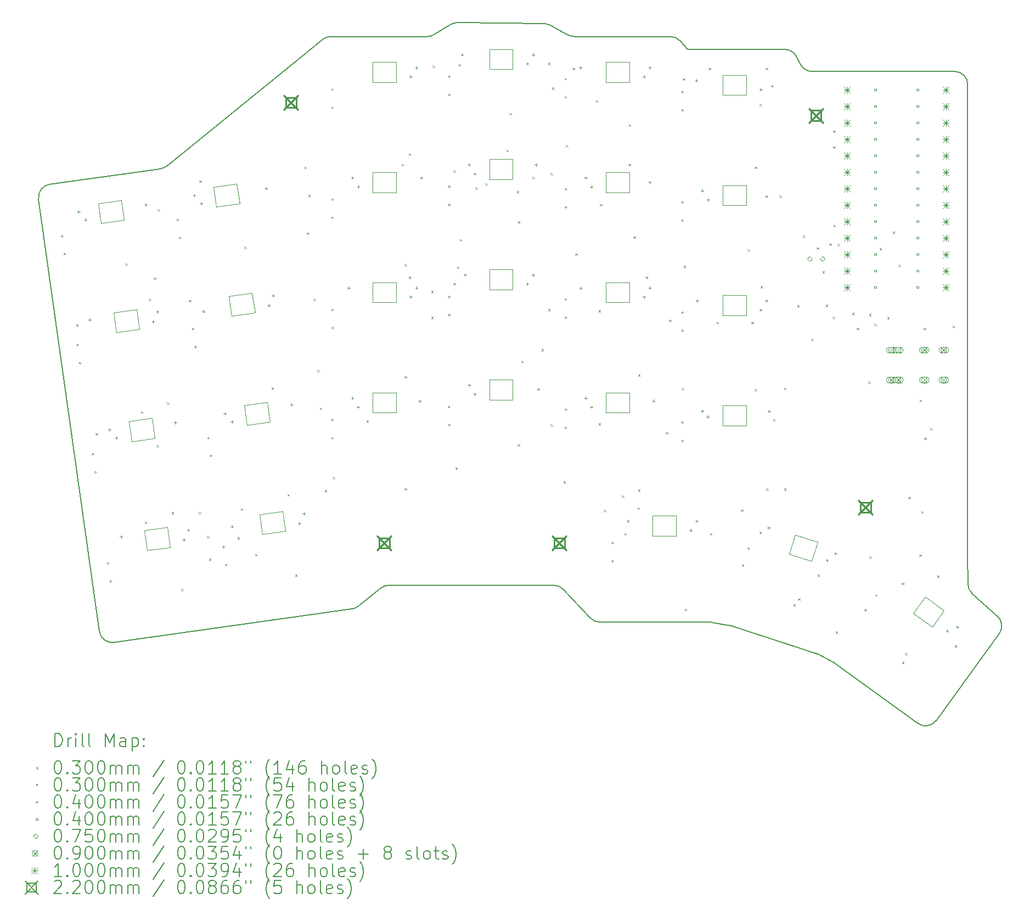
<source format=gbr>
%TF.GenerationSoftware,KiCad,Pcbnew,8.0.7-8.0.7-0~ubuntu24.04.1*%
%TF.CreationDate,2025-01-01T23:44:22+01:00*%
%TF.ProjectId,speedy-o_north-face-finished-extended_VCC,73706565-6479-42d6-9f5f-6e6f7274682d,v1.0.0*%
%TF.SameCoordinates,Original*%
%TF.FileFunction,Drillmap*%
%TF.FilePolarity,Positive*%
%FSLAX45Y45*%
G04 Gerber Fmt 4.5, Leading zero omitted, Abs format (unit mm)*
G04 Created by KiCad (PCBNEW 8.0.7-8.0.7-0~ubuntu24.04.1) date 2025-01-01 23:44:22*
%MOMM*%
%LPD*%
G01*
G04 APERTURE LIST*
%ADD10C,0.150000*%
%ADD11C,0.120000*%
%ADD12C,0.200000*%
%ADD13C,0.100000*%
%ADD14C,0.220000*%
G04 APERTURE END LIST*
D10*
X22241315Y-7320631D02*
G75*
G02*
X22441319Y-7520631I-5J-200009D01*
G01*
X19620899Y-6980631D02*
G75*
G02*
X19797657Y-7087053I1J-199999D01*
G01*
X21953069Y-17338833D02*
G75*
G02*
X21673713Y-17383073I-161799J117563D01*
G01*
X12612349Y-6780631D02*
X14105698Y-6780631D01*
X10082697Y-8779191D02*
X12486195Y-6825437D01*
X13036789Y-15574898D02*
G75*
G02*
X12939533Y-15616901I-125109J156088D01*
G01*
X18121315Y-6980631D02*
X19620899Y-6980631D01*
X14208947Y-6751919D02*
G75*
G02*
X14105698Y-6780628I-103247J171299D01*
G01*
X10082697Y-8779191D02*
G75*
G02*
X9984377Y-8822050I-126137J155161D01*
G01*
X18464444Y-15820631D02*
G75*
G02*
X18497948Y-15823456I-4J-200079D01*
G01*
X21673709Y-17383079D02*
X20391277Y-16451338D01*
X20366132Y-16435771D02*
X20145648Y-16320896D01*
X20366132Y-16435771D02*
G75*
G02*
X20391277Y-16451338I-92412J-177369D01*
G01*
X13386489Y-15294579D02*
X13036789Y-15574898D01*
X14208947Y-6751919D02*
X14472592Y-6593000D01*
X17852242Y-6780631D02*
G75*
G02*
X18000902Y-6846837I-2J-200009D01*
G01*
X20115039Y-16308054D02*
G75*
G02*
X20145648Y-16320896I-61789J-190166D01*
G01*
X22509232Y-15375112D02*
G75*
G02*
X22443387Y-15227747I134148J148332D01*
G01*
X22441317Y-14801115D02*
G75*
G02*
X22441315Y-14800145I213843J995D01*
G01*
X20041731Y-7320631D02*
G75*
G02*
X19864972Y-7214209I-1J200001D01*
G01*
X8106606Y-9287920D02*
G75*
G02*
X8276824Y-9062028I198064J27830D01*
G01*
X16373140Y-6780631D02*
G75*
G02*
X16276011Y-6755462I0J200001D01*
G01*
X15910751Y-6580034D02*
G75*
G02*
X16005519Y-6605188I-2361J-199986D01*
G01*
X9044632Y-15962327D02*
X8106606Y-9287920D01*
X14472592Y-6593000D02*
G75*
G02*
X14578201Y-6564304I103248J-171300D01*
G01*
X16373140Y-6780631D02*
X17852242Y-6780631D01*
X16622151Y-15758179D02*
X16200479Y-15313082D01*
X19797656Y-7087053D02*
X19864974Y-7214208D01*
X18746953Y-15865768D02*
X18497948Y-15823457D01*
X18746953Y-15865768D02*
G75*
G02*
X18775252Y-15872731I-33493J-197112D01*
G01*
X13386489Y-15294579D02*
G75*
G02*
X13511580Y-15250631I125091J-156051D01*
G01*
X18000901Y-6846838D02*
X18121315Y-6980631D01*
X12486195Y-6825437D02*
G75*
G02*
X12612349Y-6780627I126155J-155183D01*
G01*
X16055288Y-15250631D02*
X13511580Y-15250631D01*
X20115039Y-16308054D02*
X18775252Y-15872731D01*
X8276825Y-9062032D02*
X9984378Y-8822051D01*
X16005519Y-6605188D02*
X16276011Y-6755462D01*
X16055288Y-15250631D02*
G75*
G02*
X16200477Y-15313083I2J-199989D01*
G01*
X9270521Y-16132546D02*
G75*
G02*
X9044635Y-15962326I-27831J198056D01*
G01*
X9270521Y-16132546D02*
X12939532Y-15616900D01*
X22509232Y-15375112D02*
X22901327Y-15729717D01*
X18464444Y-15820631D02*
X16767341Y-15820631D01*
X16767341Y-15820631D02*
G75*
G02*
X16622152Y-15758178I-1J199991D01*
G01*
X22441317Y-14801115D02*
X22443387Y-15227747D01*
X20041731Y-7320631D02*
X22241315Y-7320631D01*
X14578201Y-6564302D02*
X15910751Y-6580034D01*
X22928979Y-15995609D02*
X21953069Y-17338833D01*
X22901327Y-15729717D02*
G75*
G02*
X22928977Y-15995608I-134147J-148333D01*
G01*
X22441315Y-7520631D02*
X22441315Y-14800145D01*
D11*
X18661310Y-7375630D02*
X19021310Y-7375630D01*
X19021310Y-7685630D01*
X18661310Y-7685630D01*
X18661310Y-7375630D01*
X15061310Y-10375630D02*
X15421310Y-10375630D01*
X15421310Y-10685630D01*
X15061310Y-10685630D01*
X15061310Y-10375630D01*
X11207110Y-9362140D02*
X10850614Y-9412243D01*
X10807470Y-9105260D01*
X11163966Y-9055157D01*
X11207110Y-9362140D01*
X19021310Y-9385630D02*
X18661310Y-9385630D01*
X18661310Y-9075630D01*
X19021310Y-9075630D01*
X19021310Y-9385630D01*
X11680300Y-12729050D02*
X11323804Y-12779153D01*
X11280660Y-12472170D01*
X11637156Y-12422067D01*
X11680300Y-12729050D01*
X13261310Y-10575630D02*
X13621310Y-10575630D01*
X13621310Y-10885630D01*
X13261310Y-10885630D01*
X13261310Y-10575630D01*
X15421310Y-8985630D02*
X15061310Y-8985630D01*
X15061310Y-8675630D01*
X15421310Y-8675630D01*
X15421310Y-8985630D01*
X15421310Y-12385630D02*
X15061310Y-12385630D01*
X15061310Y-12075630D01*
X15421310Y-12075630D01*
X15421310Y-12385630D01*
X20125638Y-14581839D02*
X20029843Y-14876667D01*
X19687462Y-14765421D01*
X19783258Y-14470593D01*
X20125638Y-14581839D01*
X22074300Y-15640794D02*
X21892086Y-15891589D01*
X21600840Y-15679986D01*
X21783054Y-15429191D01*
X22074300Y-15640794D01*
X19021310Y-12785630D02*
X18661310Y-12785630D01*
X18661310Y-12475630D01*
X19021310Y-12475630D01*
X19021310Y-12785630D01*
X11916890Y-14412500D02*
X11560394Y-14462603D01*
X11517250Y-14155620D01*
X11873746Y-14105517D01*
X11916890Y-14412500D01*
X17221310Y-12585630D02*
X16861310Y-12585630D01*
X16861310Y-12275630D01*
X17221310Y-12275630D01*
X17221310Y-12585630D01*
X13621310Y-12585630D02*
X13261310Y-12585630D01*
X13261310Y-12275630D01*
X13621310Y-12275630D01*
X13621310Y-12585630D01*
X17221310Y-9185630D02*
X16861310Y-9185630D01*
X16861310Y-8875630D01*
X17221310Y-8875630D01*
X17221310Y-9185630D01*
X16861310Y-10575630D02*
X17221310Y-10575630D01*
X17221310Y-10885630D01*
X16861310Y-10885630D01*
X16861310Y-10575630D01*
X17581310Y-14175630D02*
X17941310Y-14175630D01*
X17941310Y-14485630D01*
X17581310Y-14485630D01*
X17581310Y-14175630D01*
X13261310Y-7175630D02*
X13621310Y-7175630D01*
X13621310Y-7485630D01*
X13261310Y-7485630D01*
X13261310Y-7175630D01*
X15061310Y-6975630D02*
X15421310Y-6975630D01*
X15421310Y-7285630D01*
X15061310Y-7285630D01*
X15061310Y-6975630D01*
X13621310Y-9185630D02*
X13261310Y-9185630D01*
X13261310Y-8875630D01*
X13621310Y-8875630D01*
X13621310Y-9185630D01*
X11443700Y-11045590D02*
X11087204Y-11095693D01*
X11044060Y-10788710D01*
X11400556Y-10738607D01*
X11443700Y-11045590D01*
X9661220Y-11296100D02*
X9304724Y-11346203D01*
X9261580Y-11039220D01*
X9618076Y-10989117D01*
X9661220Y-11296100D01*
X18661310Y-10775630D02*
X19021310Y-10775630D01*
X19021310Y-11085630D01*
X18661310Y-11085630D01*
X18661310Y-10775630D01*
X10134410Y-14663010D02*
X9777914Y-14713113D01*
X9734770Y-14406130D01*
X10091266Y-14356027D01*
X10134410Y-14663010D01*
X9424630Y-9612650D02*
X9068134Y-9662753D01*
X9024990Y-9355770D01*
X9381486Y-9305667D01*
X9424630Y-9612650D01*
X9897810Y-12979560D02*
X9541314Y-13029663D01*
X9498170Y-12722680D01*
X9854666Y-12672577D01*
X9897810Y-12979560D01*
X16861310Y-7175630D02*
X17221310Y-7175630D01*
X17221310Y-7485630D01*
X16861310Y-7485630D01*
X16861310Y-7175630D01*
D12*
D13*
X8685000Y-11225000D02*
X8715000Y-11255000D01*
X8715000Y-11225000D02*
X8685000Y-11255000D01*
X8985000Y-12905000D02*
X9015000Y-12935000D01*
X9015000Y-12905000D02*
X8985000Y-12935000D01*
X9445000Y-10285000D02*
X9475000Y-10315000D01*
X9475000Y-10285000D02*
X9445000Y-10315000D01*
X9685000Y-12565000D02*
X9715000Y-12595000D01*
X9715000Y-12565000D02*
X9685000Y-12595000D01*
X9745000Y-9362310D02*
X9775000Y-9392310D01*
X9775000Y-9362310D02*
X9745000Y-9392310D01*
X9745000Y-14265000D02*
X9775000Y-14295000D01*
X9775000Y-14265000D02*
X9745000Y-14295000D01*
X9805000Y-10825000D02*
X9835000Y-10855000D01*
X9835000Y-10825000D02*
X9805000Y-10855000D01*
X9884080Y-10497950D02*
X9914080Y-10527950D01*
X9914080Y-10497950D02*
X9884080Y-10527950D01*
X9925000Y-13085000D02*
X9955000Y-13115000D01*
X9955000Y-13085000D02*
X9925000Y-13115000D01*
X9945000Y-9445000D02*
X9975000Y-9475000D01*
X9975000Y-9445000D02*
X9945000Y-9475000D01*
X10085000Y-12425000D02*
X10115000Y-12455000D01*
X10115000Y-12425000D02*
X10085000Y-12455000D01*
X10159640Y-14117240D02*
X10189640Y-14147240D01*
X10189640Y-14117240D02*
X10159640Y-14147240D01*
X10305000Y-15305000D02*
X10335000Y-15335000D01*
X10335000Y-15305000D02*
X10305000Y-15335000D01*
X10425000Y-10845000D02*
X10455000Y-10875000D01*
X10455000Y-10845000D02*
X10425000Y-10875000D01*
X10576460Y-14120000D02*
X10606460Y-14150000D01*
X10606460Y-14120000D02*
X10576460Y-14150000D01*
X10587500Y-9000000D02*
X10617500Y-9030000D01*
X10617500Y-9000000D02*
X10587500Y-9030000D01*
X10705000Y-14490000D02*
X10735000Y-14520000D01*
X10735000Y-14490000D02*
X10705000Y-14520000D01*
X10735000Y-14840000D02*
X10765000Y-14870000D01*
X10765000Y-14840000D02*
X10735000Y-14870000D01*
X11175000Y-14510000D02*
X11205000Y-14540000D01*
X11205000Y-14510000D02*
X11175000Y-14540000D01*
X11225000Y-14065000D02*
X11255000Y-14095000D01*
X11255000Y-14065000D02*
X11225000Y-14095000D01*
X11278950Y-10018950D02*
X11308950Y-10048950D01*
X11308950Y-10018950D02*
X11278950Y-10048950D01*
X11445000Y-14765000D02*
X11475000Y-14795000D01*
X11475000Y-14765000D02*
X11445000Y-14795000D01*
X11603825Y-9111805D02*
X11633825Y-9141805D01*
X11633825Y-9111805D02*
X11603825Y-9141805D01*
X11701410Y-12195750D02*
X11731410Y-12225750D01*
X11731410Y-12195750D02*
X11701410Y-12225750D01*
X11945640Y-13845410D02*
X11975640Y-13875410D01*
X11975640Y-13845410D02*
X11945640Y-13875410D01*
X12065000Y-15085000D02*
X12095000Y-15115000D01*
X12095000Y-15085000D02*
X12065000Y-15115000D01*
X12207500Y-8787500D02*
X12237500Y-8817500D01*
X12237500Y-8787500D02*
X12207500Y-8817500D01*
X12245000Y-9805000D02*
X12275000Y-9835000D01*
X12275000Y-9805000D02*
X12245000Y-9835000D01*
X12265000Y-9225000D02*
X12295000Y-9255000D01*
X12295000Y-9225000D02*
X12265000Y-9255000D01*
X12345000Y-10825000D02*
X12375000Y-10855000D01*
X12375000Y-10825000D02*
X12345000Y-10855000D01*
X12405000Y-11925000D02*
X12435000Y-11955000D01*
X12435000Y-11925000D02*
X12405000Y-11955000D01*
X12445000Y-12505000D02*
X12475000Y-12535000D01*
X12475000Y-12505000D02*
X12445000Y-12535000D01*
X12520000Y-13780000D02*
X12550000Y-13810000D01*
X12550000Y-13780000D02*
X12520000Y-13810000D01*
X12645000Y-13575000D02*
X12675000Y-13605000D01*
X12675000Y-13575000D02*
X12645000Y-13605000D01*
X13165000Y-12705000D02*
X13195000Y-12735000D01*
X13195000Y-12705000D02*
X13165000Y-12735000D01*
X13705000Y-8745000D02*
X13735000Y-8775000D01*
X13735000Y-8745000D02*
X13705000Y-8775000D01*
X13753810Y-10291260D02*
X13783810Y-10321260D01*
X13783810Y-10291260D02*
X13753810Y-10321260D01*
X13753810Y-12023370D02*
X13783810Y-12053370D01*
X13783810Y-12023370D02*
X13753810Y-12053370D01*
X13753810Y-13749680D02*
X13783810Y-13779680D01*
X13783810Y-13749680D02*
X13753810Y-13779680D01*
X13816430Y-10485000D02*
X13846430Y-10515000D01*
X13846430Y-10485000D02*
X13816430Y-10515000D01*
X13816710Y-8585800D02*
X13846710Y-8615800D01*
X13846710Y-8585800D02*
X13816710Y-8615800D01*
X14165000Y-10705000D02*
X14195000Y-10735000D01*
X14195000Y-10705000D02*
X14165000Y-10735000D01*
X14165000Y-11105000D02*
X14195000Y-11135000D01*
X14195000Y-11105000D02*
X14165000Y-11135000D01*
X14185000Y-7225000D02*
X14215000Y-7255000D01*
X14215000Y-7225000D02*
X14185000Y-7255000D01*
X14505000Y-8845000D02*
X14535000Y-8875000D01*
X14535000Y-8845000D02*
X14505000Y-8875000D01*
X14505000Y-10585000D02*
X14535000Y-10615000D01*
X14535000Y-10585000D02*
X14505000Y-10615000D01*
X14535000Y-13435000D02*
X14565000Y-13465000D01*
X14565000Y-13435000D02*
X14535000Y-13465000D01*
X14560000Y-10330000D02*
X14590000Y-10360000D01*
X14590000Y-10330000D02*
X14560000Y-10360000D01*
X14585000Y-7205000D02*
X14615000Y-7235000D01*
X14615000Y-7205000D02*
X14585000Y-7235000D01*
X14605000Y-9905000D02*
X14635000Y-9935000D01*
X14635000Y-9905000D02*
X14605000Y-9935000D01*
X14845000Y-9105000D02*
X14875000Y-9135000D01*
X14875000Y-9105000D02*
X14845000Y-9135000D01*
X14995750Y-9045000D02*
X15025750Y-9075000D01*
X15025750Y-9045000D02*
X14995750Y-9075000D01*
X15325000Y-8525000D02*
X15355000Y-8555000D01*
X15355000Y-8525000D02*
X15325000Y-8555000D01*
X15375000Y-7960000D02*
X15405000Y-7990000D01*
X15405000Y-7960000D02*
X15375000Y-7990000D01*
X15485000Y-9165000D02*
X15515000Y-9195000D01*
X15515000Y-9165000D02*
X15485000Y-9195000D01*
X15496420Y-13073100D02*
X15526420Y-13103100D01*
X15526420Y-13073100D02*
X15496420Y-13103100D01*
X15499520Y-9633190D02*
X15529520Y-9663190D01*
X15529520Y-9633190D02*
X15499520Y-9663190D01*
X15553810Y-11785800D02*
X15583810Y-11815800D01*
X15583810Y-11785800D02*
X15553810Y-11815800D01*
X15725000Y-8945000D02*
X15755000Y-8975000D01*
X15755000Y-8945000D02*
X15725000Y-8975000D01*
X15800000Y-12210000D02*
X15830000Y-12240000D01*
X15830000Y-12210000D02*
X15800000Y-12240000D01*
X15865000Y-11605000D02*
X15895000Y-11635000D01*
X15895000Y-11605000D02*
X15865000Y-11635000D01*
X15965000Y-7185000D02*
X15995000Y-7215000D01*
X15995000Y-7185000D02*
X15965000Y-7215000D01*
X15965000Y-10985000D02*
X15995000Y-11015000D01*
X15995000Y-10985000D02*
X15965000Y-11015000D01*
X16005000Y-8885000D02*
X16035000Y-8915000D01*
X16035000Y-8885000D02*
X16005000Y-8915000D01*
X16005000Y-12765000D02*
X16035000Y-12795000D01*
X16035000Y-12765000D02*
X16005000Y-12795000D01*
X16025000Y-7565000D02*
X16055000Y-7595000D01*
X16055000Y-7565000D02*
X16025000Y-7595000D01*
X16205000Y-13645000D02*
X16235000Y-13675000D01*
X16235000Y-13645000D02*
X16205000Y-13675000D01*
X16242500Y-8455000D02*
X16272500Y-8485000D01*
X16272500Y-8455000D02*
X16242500Y-8485000D01*
X16345000Y-7265000D02*
X16375000Y-7295000D01*
X16375000Y-7265000D02*
X16345000Y-7295000D01*
X16385000Y-10125000D02*
X16415000Y-10155000D01*
X16415000Y-10125000D02*
X16385000Y-10155000D01*
X16705000Y-7765000D02*
X16735000Y-7795000D01*
X16735000Y-7765000D02*
X16705000Y-7795000D01*
X16745000Y-11005000D02*
X16775000Y-11035000D01*
X16775000Y-11005000D02*
X16745000Y-11035000D01*
X16745000Y-12745000D02*
X16775000Y-12775000D01*
X16775000Y-12745000D02*
X16745000Y-12775000D01*
X16765000Y-9365000D02*
X16795000Y-9395000D01*
X16795000Y-9365000D02*
X16765000Y-9395000D01*
X16825000Y-14085000D02*
X16855000Y-14115000D01*
X16855000Y-14085000D02*
X16825000Y-14115000D01*
X17105000Y-13865000D02*
X17135000Y-13895000D01*
X17135000Y-13865000D02*
X17105000Y-13895000D01*
X17145000Y-14445000D02*
X17175000Y-14475000D01*
X17175000Y-14445000D02*
X17145000Y-14475000D01*
X17185000Y-14245000D02*
X17215000Y-14275000D01*
X17215000Y-14245000D02*
X17185000Y-14275000D01*
X17205000Y-8745000D02*
X17235000Y-8775000D01*
X17235000Y-8745000D02*
X17205000Y-8775000D01*
X17211630Y-8136130D02*
X17241630Y-8166130D01*
X17241630Y-8136130D02*
X17211630Y-8166130D01*
X17285000Y-9865000D02*
X17315000Y-9895000D01*
X17315000Y-9865000D02*
X17285000Y-9895000D01*
X17345000Y-14045000D02*
X17375000Y-14075000D01*
X17375000Y-14045000D02*
X17345000Y-14075000D01*
X17353810Y-11993430D02*
X17383810Y-12023430D01*
X17383810Y-11993430D02*
X17353810Y-12023430D01*
X17353810Y-13772180D02*
X17383810Y-13802180D01*
X17383810Y-13772180D02*
X17353810Y-13802180D01*
X17472670Y-10485000D02*
X17502670Y-10515000D01*
X17502670Y-10485000D02*
X17472670Y-10515000D01*
X17785000Y-12885000D02*
X17815000Y-12915000D01*
X17815000Y-12885000D02*
X17785000Y-12915000D01*
X17832200Y-11150730D02*
X17862200Y-11180730D01*
X17862200Y-11150730D02*
X17832200Y-11180730D01*
X18026310Y-12206460D02*
X18056310Y-12236460D01*
X18056310Y-12206460D02*
X18026310Y-12236460D01*
X18045000Y-7425000D02*
X18075000Y-7455000D01*
X18075000Y-7425000D02*
X18045000Y-7455000D01*
X18057500Y-10317500D02*
X18087500Y-10347500D01*
X18087500Y-10317500D02*
X18057500Y-10347500D01*
X18075000Y-15615000D02*
X18105000Y-15645000D01*
X18105000Y-15615000D02*
X18075000Y-15645000D01*
X18445000Y-7265000D02*
X18475000Y-7295000D01*
X18475000Y-7265000D02*
X18445000Y-7295000D01*
X18465000Y-14445000D02*
X18495000Y-14475000D01*
X18495000Y-14445000D02*
X18465000Y-14475000D01*
X18565000Y-11185000D02*
X18595000Y-11215000D01*
X18595000Y-11185000D02*
X18565000Y-11215000D01*
X18944460Y-14082500D02*
X18974460Y-14112500D01*
X18974460Y-14082500D02*
X18944460Y-14112500D01*
X19045000Y-10065000D02*
X19075000Y-10095000D01*
X19075000Y-10065000D02*
X19045000Y-10095000D01*
X19105000Y-11185000D02*
X19135000Y-11215000D01*
X19135000Y-11185000D02*
X19105000Y-11215000D01*
X19153810Y-8789220D02*
X19183810Y-8819220D01*
X19183810Y-8789220D02*
X19153810Y-8819220D01*
X19153810Y-12224450D02*
X19183810Y-12254450D01*
X19183810Y-12224450D02*
X19153810Y-12254450D01*
X19225000Y-14425000D02*
X19255000Y-14455000D01*
X19255000Y-14425000D02*
X19225000Y-14455000D01*
X19232300Y-7819530D02*
X19262300Y-7849530D01*
X19262300Y-7819530D02*
X19232300Y-7849530D01*
X19242120Y-10628280D02*
X19272120Y-10658280D01*
X19272120Y-10628280D02*
X19242120Y-10658280D01*
X19325000Y-7265000D02*
X19355000Y-7295000D01*
X19355000Y-7265000D02*
X19325000Y-7295000D01*
X19334190Y-13752420D02*
X19364190Y-13782420D01*
X19364190Y-13752420D02*
X19334190Y-13782420D01*
X19440000Y-12685000D02*
X19470000Y-12715000D01*
X19470000Y-12685000D02*
X19440000Y-12715000D01*
X19536150Y-9233630D02*
X19566150Y-9263630D01*
X19566150Y-9233630D02*
X19536150Y-9263630D01*
X19606540Y-12201290D02*
X19636540Y-12231290D01*
X19636540Y-12201290D02*
X19606540Y-12231290D01*
X19606540Y-13752420D02*
X19636540Y-13782420D01*
X19636540Y-13752420D02*
X19606540Y-13782420D01*
X19753200Y-15540980D02*
X19783200Y-15570980D01*
X19783200Y-15540980D02*
X19753200Y-15570980D01*
X19810000Y-10925000D02*
X19840000Y-10955000D01*
X19840000Y-10925000D02*
X19810000Y-10955000D01*
X19824490Y-15451620D02*
X19854490Y-15481620D01*
X19854490Y-15451620D02*
X19824490Y-15481620D01*
X19900000Y-9850000D02*
X19930000Y-9880000D01*
X19930000Y-9850000D02*
X19900000Y-9880000D01*
X20025000Y-11445000D02*
X20055000Y-11475000D01*
X20055000Y-11445000D02*
X20025000Y-11475000D01*
X20110000Y-10035000D02*
X20140000Y-10065000D01*
X20140000Y-10035000D02*
X20110000Y-10065000D01*
X20125000Y-15085000D02*
X20155000Y-15115000D01*
X20155000Y-15085000D02*
X20125000Y-15115000D01*
X20200000Y-10400000D02*
X20230000Y-10430000D01*
X20230000Y-10400000D02*
X20200000Y-10430000D01*
X20250000Y-10920000D02*
X20280000Y-10950000D01*
X20280000Y-10920000D02*
X20250000Y-10950000D01*
X20305000Y-9975000D02*
X20335000Y-10005000D01*
X20335000Y-9975000D02*
X20305000Y-10005000D01*
X20355000Y-11106800D02*
X20385000Y-11136800D01*
X20385000Y-11106800D02*
X20355000Y-11136800D01*
X20365000Y-8230000D02*
X20395000Y-8260000D01*
X20395000Y-8230000D02*
X20365000Y-8260000D01*
X20365000Y-8475000D02*
X20395000Y-8505000D01*
X20395000Y-8475000D02*
X20365000Y-8505000D01*
X20370920Y-9685000D02*
X20400920Y-9715000D01*
X20400920Y-9685000D02*
X20370920Y-9715000D01*
X20405000Y-15965000D02*
X20435000Y-15995000D01*
X20435000Y-15965000D02*
X20405000Y-15995000D01*
X20431720Y-9980590D02*
X20461720Y-10010590D01*
X20461720Y-9980590D02*
X20431720Y-10010590D01*
X20659130Y-11045870D02*
X20689130Y-11075870D01*
X20689130Y-11045870D02*
X20659130Y-11075870D01*
X20730000Y-11280000D02*
X20760000Y-11310000D01*
X20760000Y-11280000D02*
X20730000Y-11310000D01*
X20905000Y-12105000D02*
X20935000Y-12135000D01*
X20935000Y-12105000D02*
X20905000Y-12135000D01*
X20920000Y-11060000D02*
X20950000Y-11090000D01*
X20950000Y-11060000D02*
X20920000Y-11090000D01*
X20925000Y-14805000D02*
X20955000Y-14835000D01*
X20955000Y-14805000D02*
X20925000Y-14835000D01*
X21000000Y-11215000D02*
X21030000Y-11245000D01*
X21030000Y-11215000D02*
X21000000Y-11245000D01*
X21082500Y-10044000D02*
X21112500Y-10074000D01*
X21112500Y-10044000D02*
X21082500Y-10074000D01*
X21200000Y-11115000D02*
X21230000Y-11145000D01*
X21230000Y-11115000D02*
X21200000Y-11145000D01*
X21285000Y-9790000D02*
X21315000Y-9820000D01*
X21315000Y-9790000D02*
X21285000Y-9820000D01*
X21375000Y-10298000D02*
X21405000Y-10328000D01*
X21405000Y-10298000D02*
X21375000Y-10328000D01*
X21428265Y-16431735D02*
X21458265Y-16461735D01*
X21458265Y-16431735D02*
X21428265Y-16461735D01*
X21475000Y-16295000D02*
X21505000Y-16325000D01*
X21505000Y-16295000D02*
X21475000Y-16325000D01*
X21525000Y-13885000D02*
X21555000Y-13915000D01*
X21555000Y-13885000D02*
X21525000Y-13915000D01*
X21695000Y-14775000D02*
X21725000Y-14805000D01*
X21725000Y-14775000D02*
X21695000Y-14805000D01*
X21697500Y-12387500D02*
X21727500Y-12417500D01*
X21727500Y-12387500D02*
X21697500Y-12417500D01*
X21725000Y-14105000D02*
X21755000Y-14135000D01*
X21755000Y-14105000D02*
X21725000Y-14135000D01*
X21762500Y-11277500D02*
X21792500Y-11307500D01*
X21792500Y-11277500D02*
X21762500Y-11307500D01*
X21770630Y-12970630D02*
X21800630Y-13000630D01*
X21800630Y-12970630D02*
X21770630Y-13000630D01*
X21865000Y-12825000D02*
X21895000Y-12855000D01*
X21895000Y-12825000D02*
X21865000Y-12855000D01*
X21970000Y-15100000D02*
X22000000Y-15130000D01*
X22000000Y-15100000D02*
X21970000Y-15130000D01*
X22205000Y-11245000D02*
X22235000Y-11275000D01*
X22235000Y-11245000D02*
X22205000Y-11275000D01*
X22240000Y-16175000D02*
X22270000Y-16205000D01*
X22270000Y-16175000D02*
X22240000Y-16205000D01*
X8485166Y-9862923D02*
G75*
G02*
X8455166Y-9862923I-15000J0D01*
G01*
X8455166Y-9862923D02*
G75*
G02*
X8485166Y-9862923I15000J0D01*
G01*
X8524134Y-10140198D02*
G75*
G02*
X8494134Y-10140198I-15000J0D01*
G01*
X8494134Y-10140198D02*
G75*
G02*
X8524134Y-10140198I15000J0D01*
G01*
X8721766Y-11546372D02*
G75*
G02*
X8691766Y-11546372I-15000J0D01*
G01*
X8691766Y-11546372D02*
G75*
G02*
X8721766Y-11546372I15000J0D01*
G01*
X8760734Y-11823647D02*
G75*
G02*
X8730734Y-11823647I-15000J0D01*
G01*
X8730734Y-11823647D02*
G75*
G02*
X8760734Y-11823647I15000J0D01*
G01*
X8958356Y-13229832D02*
G75*
G02*
X8928356Y-13229832I-15000J0D01*
G01*
X8928356Y-13229832D02*
G75*
G02*
X8958356Y-13229832I15000J0D01*
G01*
X8997324Y-13507107D02*
G75*
G02*
X8967324Y-13507107I-15000J0D01*
G01*
X8967324Y-13507107D02*
G75*
G02*
X8997324Y-13507107I15000J0D01*
G01*
X9194956Y-14913282D02*
G75*
G02*
X9164956Y-14913282I-15000J0D01*
G01*
X9164956Y-14913282D02*
G75*
G02*
X9194956Y-14913282I15000J0D01*
G01*
X9233924Y-15190557D02*
G75*
G02*
X9203924Y-15190557I-15000J0D01*
G01*
X9203924Y-15190557D02*
G75*
G02*
X9233924Y-15190557I15000J0D01*
G01*
X10267646Y-9612403D02*
G75*
G02*
X10237646Y-9612403I-15000J0D01*
G01*
X10237646Y-9612403D02*
G75*
G02*
X10267646Y-9612403I15000J0D01*
G01*
X10306614Y-9889678D02*
G75*
G02*
X10276614Y-9889678I-15000J0D01*
G01*
X10276614Y-9889678D02*
G75*
G02*
X10306614Y-9889678I15000J0D01*
G01*
X10504246Y-11295862D02*
G75*
G02*
X10474246Y-11295862I-15000J0D01*
G01*
X10474246Y-11295862D02*
G75*
G02*
X10504246Y-11295862I15000J0D01*
G01*
X10543214Y-11573137D02*
G75*
G02*
X10513214Y-11573137I-15000J0D01*
G01*
X10513214Y-11573137D02*
G75*
G02*
X10543214Y-11573137I15000J0D01*
G01*
X10740836Y-12979322D02*
G75*
G02*
X10710836Y-12979322I-15000J0D01*
G01*
X10710836Y-12979322D02*
G75*
G02*
X10740836Y-12979322I15000J0D01*
G01*
X10779804Y-13256597D02*
G75*
G02*
X10749804Y-13256597I-15000J0D01*
G01*
X10749804Y-13256597D02*
G75*
G02*
X10779804Y-13256597I15000J0D01*
G01*
X10977436Y-14662772D02*
G75*
G02*
X10947436Y-14662772I-15000J0D01*
G01*
X10947436Y-14662772D02*
G75*
G02*
X10977436Y-14662772I15000J0D01*
G01*
X11016404Y-14940047D02*
G75*
G02*
X10986404Y-14940047I-15000J0D01*
G01*
X10986404Y-14940047D02*
G75*
G02*
X11016404Y-14940047I15000J0D01*
G01*
X12656310Y-7600630D02*
G75*
G02*
X12626310Y-7600630I-15000J0D01*
G01*
X12626310Y-7600630D02*
G75*
G02*
X12656310Y-7600630I15000J0D01*
G01*
X12656310Y-7880630D02*
G75*
G02*
X12626310Y-7880630I-15000J0D01*
G01*
X12626310Y-7880630D02*
G75*
G02*
X12656310Y-7880630I15000J0D01*
G01*
X12656310Y-9300630D02*
G75*
G02*
X12626310Y-9300630I-15000J0D01*
G01*
X12626310Y-9300630D02*
G75*
G02*
X12656310Y-9300630I15000J0D01*
G01*
X12656310Y-9580630D02*
G75*
G02*
X12626310Y-9580630I-15000J0D01*
G01*
X12626310Y-9580630D02*
G75*
G02*
X12656310Y-9580630I15000J0D01*
G01*
X12656310Y-11000630D02*
G75*
G02*
X12626310Y-11000630I-15000J0D01*
G01*
X12626310Y-11000630D02*
G75*
G02*
X12656310Y-11000630I15000J0D01*
G01*
X12656310Y-11280630D02*
G75*
G02*
X12626310Y-11280630I-15000J0D01*
G01*
X12626310Y-11280630D02*
G75*
G02*
X12656310Y-11280630I15000J0D01*
G01*
X12656310Y-12700630D02*
G75*
G02*
X12626310Y-12700630I-15000J0D01*
G01*
X12626310Y-12700630D02*
G75*
G02*
X12656310Y-12700630I15000J0D01*
G01*
X12656310Y-12980630D02*
G75*
G02*
X12626310Y-12980630I-15000J0D01*
G01*
X12626310Y-12980630D02*
G75*
G02*
X12656310Y-12980630I15000J0D01*
G01*
X14456310Y-7400630D02*
G75*
G02*
X14426310Y-7400630I-15000J0D01*
G01*
X14426310Y-7400630D02*
G75*
G02*
X14456310Y-7400630I15000J0D01*
G01*
X14456310Y-7680630D02*
G75*
G02*
X14426310Y-7680630I-15000J0D01*
G01*
X14426310Y-7680630D02*
G75*
G02*
X14456310Y-7680630I15000J0D01*
G01*
X14456310Y-9100630D02*
G75*
G02*
X14426310Y-9100630I-15000J0D01*
G01*
X14426310Y-9100630D02*
G75*
G02*
X14456310Y-9100630I15000J0D01*
G01*
X14456310Y-9380630D02*
G75*
G02*
X14426310Y-9380630I-15000J0D01*
G01*
X14426310Y-9380630D02*
G75*
G02*
X14456310Y-9380630I15000J0D01*
G01*
X14456310Y-10800630D02*
G75*
G02*
X14426310Y-10800630I-15000J0D01*
G01*
X14426310Y-10800630D02*
G75*
G02*
X14456310Y-10800630I15000J0D01*
G01*
X14456310Y-11080630D02*
G75*
G02*
X14426310Y-11080630I-15000J0D01*
G01*
X14426310Y-11080630D02*
G75*
G02*
X14456310Y-11080630I15000J0D01*
G01*
X14456310Y-12500630D02*
G75*
G02*
X14426310Y-12500630I-15000J0D01*
G01*
X14426310Y-12500630D02*
G75*
G02*
X14456310Y-12500630I15000J0D01*
G01*
X14456310Y-12780630D02*
G75*
G02*
X14426310Y-12780630I-15000J0D01*
G01*
X14426310Y-12780630D02*
G75*
G02*
X14456310Y-12780630I15000J0D01*
G01*
X16256310Y-7440630D02*
G75*
G02*
X16226310Y-7440630I-15000J0D01*
G01*
X16226310Y-7440630D02*
G75*
G02*
X16256310Y-7440630I15000J0D01*
G01*
X16256310Y-7720630D02*
G75*
G02*
X16226310Y-7720630I-15000J0D01*
G01*
X16226310Y-7720630D02*
G75*
G02*
X16256310Y-7720630I15000J0D01*
G01*
X16256310Y-9140630D02*
G75*
G02*
X16226310Y-9140630I-15000J0D01*
G01*
X16226310Y-9140630D02*
G75*
G02*
X16256310Y-9140630I15000J0D01*
G01*
X16256310Y-9420630D02*
G75*
G02*
X16226310Y-9420630I-15000J0D01*
G01*
X16226310Y-9420630D02*
G75*
G02*
X16256310Y-9420630I15000J0D01*
G01*
X16256310Y-10840630D02*
G75*
G02*
X16226310Y-10840630I-15000J0D01*
G01*
X16226310Y-10840630D02*
G75*
G02*
X16256310Y-10840630I15000J0D01*
G01*
X16256310Y-11120630D02*
G75*
G02*
X16226310Y-11120630I-15000J0D01*
G01*
X16226310Y-11120630D02*
G75*
G02*
X16256310Y-11120630I15000J0D01*
G01*
X16256310Y-12540630D02*
G75*
G02*
X16226310Y-12540630I-15000J0D01*
G01*
X16226310Y-12540630D02*
G75*
G02*
X16256310Y-12540630I15000J0D01*
G01*
X16256310Y-12820630D02*
G75*
G02*
X16226310Y-12820630I-15000J0D01*
G01*
X16226310Y-12820630D02*
G75*
G02*
X16256310Y-12820630I15000J0D01*
G01*
X16976310Y-14600630D02*
G75*
G02*
X16946310Y-14600630I-15000J0D01*
G01*
X16946310Y-14600630D02*
G75*
G02*
X16976310Y-14600630I15000J0D01*
G01*
X16976310Y-14880630D02*
G75*
G02*
X16946310Y-14880630I-15000J0D01*
G01*
X16946310Y-14880630D02*
G75*
G02*
X16976310Y-14880630I15000J0D01*
G01*
X18056310Y-7640630D02*
G75*
G02*
X18026310Y-7640630I-15000J0D01*
G01*
X18026310Y-7640630D02*
G75*
G02*
X18056310Y-7640630I15000J0D01*
G01*
X18056310Y-7920630D02*
G75*
G02*
X18026310Y-7920630I-15000J0D01*
G01*
X18026310Y-7920630D02*
G75*
G02*
X18056310Y-7920630I15000J0D01*
G01*
X18056310Y-9340630D02*
G75*
G02*
X18026310Y-9340630I-15000J0D01*
G01*
X18026310Y-9340630D02*
G75*
G02*
X18056310Y-9340630I15000J0D01*
G01*
X18056310Y-9620630D02*
G75*
G02*
X18026310Y-9620630I-15000J0D01*
G01*
X18026310Y-9620630D02*
G75*
G02*
X18056310Y-9620630I15000J0D01*
G01*
X18056310Y-11040630D02*
G75*
G02*
X18026310Y-11040630I-15000J0D01*
G01*
X18026310Y-11040630D02*
G75*
G02*
X18056310Y-11040630I15000J0D01*
G01*
X18056310Y-11320630D02*
G75*
G02*
X18026310Y-11320630I-15000J0D01*
G01*
X18026310Y-11320630D02*
G75*
G02*
X18056310Y-11320630I15000J0D01*
G01*
X18056310Y-12740630D02*
G75*
G02*
X18026310Y-12740630I-15000J0D01*
G01*
X18026310Y-12740630D02*
G75*
G02*
X18056310Y-12740630I15000J0D01*
G01*
X18056310Y-13020630D02*
G75*
G02*
X18026310Y-13020630I-15000J0D01*
G01*
X18026310Y-13020630D02*
G75*
G02*
X18056310Y-13020630I15000J0D01*
G01*
X18990748Y-14949498D02*
G75*
G02*
X18960748Y-14949498I-15000J0D01*
G01*
X18960748Y-14949498D02*
G75*
G02*
X18990748Y-14949498I15000J0D01*
G01*
X19077272Y-14683202D02*
G75*
G02*
X19047272Y-14683202I-15000J0D01*
G01*
X19047272Y-14683202D02*
G75*
G02*
X19077272Y-14683202I15000J0D01*
G01*
X20882080Y-15635122D02*
G75*
G02*
X20852080Y-15635122I-15000J0D01*
G01*
X20852080Y-15635122D02*
G75*
G02*
X20882080Y-15635122I15000J0D01*
G01*
X21046660Y-15408598D02*
G75*
G02*
X21016660Y-15408598I-15000J0D01*
G01*
X21016660Y-15408598D02*
G75*
G02*
X21046660Y-15408598I15000J0D01*
G01*
X8724880Y-9463780D02*
X8724880Y-9503780D01*
X8704880Y-9483780D02*
X8744880Y-9483780D01*
X8832500Y-9590030D02*
X8832500Y-9630030D01*
X8812500Y-9610030D02*
X8852500Y-9610030D01*
X8895000Y-11130000D02*
X8895000Y-11170000D01*
X8875000Y-11150000D02*
X8915000Y-11150000D01*
X9198070Y-12830700D02*
X9198070Y-12870700D01*
X9178070Y-12850700D02*
X9218070Y-12850700D01*
X9305690Y-12956900D02*
X9305690Y-12996900D01*
X9285690Y-12976900D02*
X9325690Y-12976900D01*
X9380000Y-14480000D02*
X9380000Y-14520000D01*
X9360000Y-14500000D02*
X9400000Y-14500000D01*
X9873190Y-11160500D02*
X9873190Y-11200500D01*
X9853190Y-11180500D02*
X9893190Y-11180500D01*
X9941840Y-11009500D02*
X9941840Y-11049500D01*
X9921840Y-11029500D02*
X9961840Y-11029500D01*
X10215650Y-12720000D02*
X10215650Y-12760000D01*
X10195650Y-12740000D02*
X10235650Y-12740000D01*
X10346400Y-14527400D02*
X10346400Y-14567400D01*
X10326400Y-14547400D02*
X10366400Y-14547400D01*
X10415000Y-14376400D02*
X10415000Y-14416400D01*
X10395000Y-14396400D02*
X10435000Y-14396400D01*
X10507400Y-9213270D02*
X10507400Y-9253270D01*
X10487400Y-9233270D02*
X10527400Y-9233270D01*
X10615000Y-9339520D02*
X10615000Y-9379520D01*
X10595000Y-9359520D02*
X10635000Y-9359520D01*
X10650000Y-11005000D02*
X10650000Y-11045000D01*
X10630000Y-11025000D02*
X10670000Y-11025000D01*
X10980600Y-12580200D02*
X10980600Y-12620200D01*
X10960600Y-12600200D02*
X11000600Y-12600200D01*
X11088200Y-12706400D02*
X11088200Y-12746400D01*
X11068200Y-12726400D02*
X11108200Y-12726400D01*
X11090000Y-14325000D02*
X11090000Y-14365000D01*
X11070000Y-14345000D02*
X11110000Y-14345000D01*
X11655700Y-10910000D02*
X11655700Y-10950000D01*
X11635700Y-10930000D02*
X11675700Y-10930000D01*
X11724300Y-10758900D02*
X11724300Y-10798900D01*
X11704300Y-10778900D02*
X11744300Y-10778900D01*
X12010000Y-12442400D02*
X12010000Y-12482400D01*
X11990000Y-12462400D02*
X12030000Y-12462400D01*
X12128900Y-14276900D02*
X12128900Y-14316900D01*
X12108900Y-14296900D02*
X12148900Y-14296900D01*
X12197500Y-14125900D02*
X12197500Y-14165900D01*
X12177500Y-14145900D02*
X12217500Y-14145900D01*
X12890000Y-10640600D02*
X12890000Y-10680600D01*
X12870000Y-10660600D02*
X12910000Y-10660600D01*
X12946300Y-8940630D02*
X12946300Y-8980630D01*
X12926300Y-8960630D02*
X12966300Y-8960630D01*
X12946300Y-12340600D02*
X12946300Y-12380600D01*
X12926300Y-12360600D02*
X12966300Y-12360600D01*
X13035300Y-12480600D02*
X13035300Y-12520600D01*
X13015300Y-12500600D02*
X13055300Y-12500600D01*
X13040000Y-9080000D02*
X13040000Y-9120000D01*
X13020000Y-9100000D02*
X13060000Y-9100000D01*
X13847300Y-7380630D02*
X13847300Y-7420630D01*
X13827300Y-7400630D02*
X13867300Y-7400630D01*
X13847300Y-10780600D02*
X13847300Y-10820600D01*
X13827300Y-10800600D02*
X13867300Y-10800600D01*
X13936300Y-7240630D02*
X13936300Y-7280630D01*
X13916300Y-7260630D02*
X13956300Y-7260630D01*
X13936300Y-10640600D02*
X13936300Y-10680600D01*
X13916300Y-10660600D02*
X13956300Y-10660600D01*
X13985000Y-12390000D02*
X13985000Y-12430000D01*
X13965000Y-12410000D02*
X14005000Y-12410000D01*
X14010000Y-8940630D02*
X14010000Y-8980630D01*
X13990000Y-8960630D02*
X14030000Y-8960630D01*
X14640000Y-7040630D02*
X14640000Y-7080630D01*
X14620000Y-7060630D02*
X14660000Y-7060630D01*
X14685000Y-10440000D02*
X14685000Y-10480000D01*
X14665000Y-10460000D02*
X14705000Y-10460000D01*
X14746300Y-8740630D02*
X14746300Y-8780630D01*
X14726300Y-8760630D02*
X14766300Y-8760630D01*
X14746300Y-12140600D02*
X14746300Y-12180600D01*
X14726300Y-12160600D02*
X14766300Y-12160600D01*
X14835300Y-8880630D02*
X14835300Y-8920630D01*
X14815300Y-8900630D02*
X14855300Y-8900630D01*
X14835300Y-12280600D02*
X14835300Y-12320600D01*
X14815300Y-12300600D02*
X14855300Y-12300600D01*
X15647300Y-7180630D02*
X15647300Y-7220630D01*
X15627300Y-7200630D02*
X15667300Y-7200630D01*
X15647300Y-10580600D02*
X15647300Y-10620600D01*
X15627300Y-10600600D02*
X15667300Y-10600600D01*
X15736300Y-7040630D02*
X15736300Y-7080630D01*
X15716300Y-7060630D02*
X15756300Y-7060630D01*
X15736300Y-10440600D02*
X15736300Y-10480600D01*
X15716300Y-10460600D02*
X15756300Y-10460600D01*
X15780000Y-8740630D02*
X15780000Y-8780630D01*
X15760000Y-8760630D02*
X15800000Y-8760630D01*
X16465000Y-7240000D02*
X16465000Y-7280000D01*
X16445000Y-7260000D02*
X16485000Y-7260000D01*
X16467500Y-10645000D02*
X16467500Y-10685000D01*
X16447500Y-10665000D02*
X16487500Y-10665000D01*
X16546300Y-8940630D02*
X16546300Y-8980630D01*
X16526300Y-8960630D02*
X16566300Y-8960630D01*
X16546300Y-12340600D02*
X16546300Y-12380600D01*
X16526300Y-12360600D02*
X16566300Y-12360600D01*
X16635300Y-9080630D02*
X16635300Y-9120630D01*
X16615300Y-9100630D02*
X16655300Y-9100630D01*
X16635300Y-12480600D02*
X16635300Y-12520600D01*
X16615300Y-12500600D02*
X16655300Y-12500600D01*
X17447300Y-7380630D02*
X17447300Y-7420630D01*
X17427300Y-7400630D02*
X17467300Y-7400630D01*
X17447300Y-10780600D02*
X17447300Y-10820600D01*
X17427300Y-10800600D02*
X17467300Y-10800600D01*
X17536300Y-7240630D02*
X17536300Y-7280630D01*
X17516300Y-7260630D02*
X17556300Y-7260630D01*
X17536300Y-9010000D02*
X17536300Y-9050000D01*
X17516300Y-9030000D02*
X17556300Y-9030000D01*
X17536300Y-10640600D02*
X17536300Y-10680600D01*
X17516300Y-10660600D02*
X17556300Y-10660600D01*
X17595000Y-12385000D02*
X17595000Y-12425000D01*
X17575000Y-12405000D02*
X17615000Y-12405000D01*
X18167300Y-14380600D02*
X18167300Y-14420600D01*
X18147300Y-14400600D02*
X18187300Y-14400600D01*
X18255000Y-7440000D02*
X18255000Y-7480000D01*
X18235000Y-7460000D02*
X18275000Y-7460000D01*
X18256300Y-14240600D02*
X18256300Y-14280600D01*
X18236300Y-14260600D02*
X18276300Y-14260600D01*
X18265000Y-10840600D02*
X18265000Y-10880600D01*
X18245000Y-10860600D02*
X18285000Y-10860600D01*
X18346300Y-9140630D02*
X18346300Y-9180630D01*
X18326300Y-9160630D02*
X18366300Y-9160630D01*
X18346300Y-12540600D02*
X18346300Y-12580600D01*
X18326300Y-12560600D02*
X18366300Y-12560600D01*
X18430000Y-12630000D02*
X18430000Y-12670000D01*
X18410000Y-12650000D02*
X18450000Y-12650000D01*
X18435300Y-9280630D02*
X18435300Y-9320630D01*
X18415300Y-9300630D02*
X18455300Y-9300630D01*
X19247300Y-7580630D02*
X19247300Y-7620630D01*
X19227300Y-7600630D02*
X19267300Y-7600630D01*
X19247300Y-10980600D02*
X19247300Y-11020600D01*
X19227300Y-11000600D02*
X19267300Y-11000600D01*
X19336300Y-9228630D02*
X19336300Y-9268630D01*
X19316300Y-9248630D02*
X19356300Y-9248630D01*
X19336300Y-10840600D02*
X19336300Y-10880600D01*
X19316300Y-10860600D02*
X19356300Y-10860600D01*
X19370000Y-14345000D02*
X19370000Y-14385000D01*
X19350000Y-14365000D02*
X19390000Y-14365000D01*
X19375000Y-12545000D02*
X19375000Y-12585000D01*
X19355000Y-12565000D02*
X19395000Y-12565000D01*
X19422835Y-7527165D02*
X19422835Y-7567165D01*
X19402835Y-7547165D02*
X19442835Y-7547165D01*
X20271100Y-14845700D02*
X20271100Y-14885700D01*
X20251100Y-14865700D02*
X20291100Y-14865700D01*
X20399000Y-14740000D02*
X20399000Y-14780000D01*
X20379000Y-14760000D02*
X20419000Y-14760000D01*
X21440000Y-15205000D02*
X21440000Y-15245000D01*
X21420000Y-15225000D02*
X21460000Y-15225000D01*
X22124900Y-15935700D02*
X22124900Y-15975700D01*
X22104900Y-15955700D02*
X22144900Y-15955700D01*
X22279200Y-15874700D02*
X22279200Y-15914700D01*
X22259200Y-15894700D02*
X22299200Y-15894700D01*
X21029252Y-7617772D02*
X21029252Y-7589488D01*
X21000968Y-7589488D01*
X21000968Y-7617772D01*
X21029252Y-7617772D01*
X21029252Y-7871772D02*
X21029252Y-7843488D01*
X21000968Y-7843488D01*
X21000968Y-7871772D01*
X21029252Y-7871772D01*
X21029252Y-8125772D02*
X21029252Y-8097488D01*
X21000968Y-8097488D01*
X21000968Y-8125772D01*
X21029252Y-8125772D01*
X21029252Y-8379772D02*
X21029252Y-8351488D01*
X21000968Y-8351488D01*
X21000968Y-8379772D01*
X21029252Y-8379772D01*
X21029252Y-8633772D02*
X21029252Y-8605488D01*
X21000968Y-8605488D01*
X21000968Y-8633772D01*
X21029252Y-8633772D01*
X21029252Y-8887772D02*
X21029252Y-8859488D01*
X21000968Y-8859488D01*
X21000968Y-8887772D01*
X21029252Y-8887772D01*
X21029252Y-9141772D02*
X21029252Y-9113488D01*
X21000968Y-9113488D01*
X21000968Y-9141772D01*
X21029252Y-9141772D01*
X21029252Y-9395772D02*
X21029252Y-9367488D01*
X21000968Y-9367488D01*
X21000968Y-9395772D01*
X21029252Y-9395772D01*
X21029252Y-9649772D02*
X21029252Y-9621488D01*
X21000968Y-9621488D01*
X21000968Y-9649772D01*
X21029252Y-9649772D01*
X21029252Y-9903772D02*
X21029252Y-9875488D01*
X21000968Y-9875488D01*
X21000968Y-9903772D01*
X21029252Y-9903772D01*
X21029252Y-10157772D02*
X21029252Y-10129488D01*
X21000968Y-10129488D01*
X21000968Y-10157772D01*
X21029252Y-10157772D01*
X21029252Y-10411772D02*
X21029252Y-10383488D01*
X21000968Y-10383488D01*
X21000968Y-10411772D01*
X21029252Y-10411772D01*
X21029252Y-10665772D02*
X21029252Y-10637488D01*
X21000968Y-10637488D01*
X21000968Y-10665772D01*
X21029252Y-10665772D01*
X21681652Y-7617772D02*
X21681652Y-7589488D01*
X21653368Y-7589488D01*
X21653368Y-7617772D01*
X21681652Y-7617772D01*
X21681652Y-7871772D02*
X21681652Y-7843488D01*
X21653368Y-7843488D01*
X21653368Y-7871772D01*
X21681652Y-7871772D01*
X21681652Y-8125772D02*
X21681652Y-8097488D01*
X21653368Y-8097488D01*
X21653368Y-8125772D01*
X21681652Y-8125772D01*
X21681652Y-8379772D02*
X21681652Y-8351488D01*
X21653368Y-8351488D01*
X21653368Y-8379772D01*
X21681652Y-8379772D01*
X21681652Y-8633772D02*
X21681652Y-8605488D01*
X21653368Y-8605488D01*
X21653368Y-8633772D01*
X21681652Y-8633772D01*
X21681652Y-8887772D02*
X21681652Y-8859488D01*
X21653368Y-8859488D01*
X21653368Y-8887772D01*
X21681652Y-8887772D01*
X21681652Y-9141772D02*
X21681652Y-9113488D01*
X21653368Y-9113488D01*
X21653368Y-9141772D01*
X21681652Y-9141772D01*
X21681652Y-9395772D02*
X21681652Y-9367488D01*
X21653368Y-9367488D01*
X21653368Y-9395772D01*
X21681652Y-9395772D01*
X21681652Y-9649772D02*
X21681652Y-9621488D01*
X21653368Y-9621488D01*
X21653368Y-9649772D01*
X21681652Y-9649772D01*
X21681652Y-9903772D02*
X21681652Y-9875488D01*
X21653368Y-9875488D01*
X21653368Y-9903772D01*
X21681652Y-9903772D01*
X21681652Y-10157772D02*
X21681652Y-10129488D01*
X21653368Y-10129488D01*
X21653368Y-10157772D01*
X21681652Y-10157772D01*
X21681652Y-10411772D02*
X21681652Y-10383488D01*
X21653368Y-10383488D01*
X21653368Y-10411772D01*
X21681652Y-10411772D01*
X21681652Y-10665772D02*
X21681652Y-10637488D01*
X21653368Y-10637488D01*
X21653368Y-10665772D01*
X21681652Y-10665772D01*
X20001310Y-10248130D02*
X20038810Y-10210630D01*
X20001310Y-10173130D01*
X19963810Y-10210630D01*
X20001310Y-10248130D01*
X20001310Y-10248130D02*
X20038810Y-10210630D01*
X20001310Y-10173130D01*
X19963810Y-10210630D01*
X20001310Y-10248130D01*
X20201310Y-10248130D02*
X20238810Y-10210630D01*
X20201310Y-10173130D01*
X20163810Y-10210630D01*
X20201310Y-10248130D01*
X20201310Y-10248130D02*
X20238810Y-10210630D01*
X20201310Y-10173130D01*
X20163810Y-10210630D01*
X20201310Y-10248130D01*
X21216310Y-11575630D02*
X21306310Y-11665630D01*
X21306310Y-11575630D02*
X21216310Y-11665630D01*
X21306310Y-11620630D02*
G75*
G02*
X21216310Y-11620630I-45000J0D01*
G01*
X21216310Y-11620630D02*
G75*
G02*
X21306310Y-11620630I45000J0D01*
G01*
X21291310Y-11575630D02*
X21231310Y-11575630D01*
X21231310Y-11665630D02*
G75*
G02*
X21231310Y-11575630I0J45000D01*
G01*
X21231310Y-11665630D02*
X21291310Y-11665630D01*
X21291310Y-11665630D02*
G75*
G03*
X21291310Y-11575630I0J45000D01*
G01*
X21216310Y-12035630D02*
X21306310Y-12125630D01*
X21306310Y-12035630D02*
X21216310Y-12125630D01*
X21306310Y-12080630D02*
G75*
G02*
X21216310Y-12080630I-45000J0D01*
G01*
X21216310Y-12080630D02*
G75*
G02*
X21306310Y-12080630I45000J0D01*
G01*
X21291310Y-12035630D02*
X21231310Y-12035630D01*
X21231310Y-12125630D02*
G75*
G02*
X21231310Y-12035630I0J45000D01*
G01*
X21231310Y-12125630D02*
X21291310Y-12125630D01*
X21291310Y-12125630D02*
G75*
G03*
X21291310Y-12035630I0J45000D01*
G01*
X21326310Y-11575630D02*
X21416310Y-11665630D01*
X21416310Y-11575630D02*
X21326310Y-11665630D01*
X21416310Y-11620630D02*
G75*
G02*
X21326310Y-11620630I-45000J0D01*
G01*
X21326310Y-11620630D02*
G75*
G02*
X21416310Y-11620630I45000J0D01*
G01*
X21401310Y-11575630D02*
X21341310Y-11575630D01*
X21341310Y-11665630D02*
G75*
G02*
X21341310Y-11575630I0J45000D01*
G01*
X21341310Y-11665630D02*
X21401310Y-11665630D01*
X21401310Y-11665630D02*
G75*
G03*
X21401310Y-11575630I0J45000D01*
G01*
X21326310Y-12035630D02*
X21416310Y-12125630D01*
X21416310Y-12035630D02*
X21326310Y-12125630D01*
X21416310Y-12080630D02*
G75*
G02*
X21326310Y-12080630I-45000J0D01*
G01*
X21326310Y-12080630D02*
G75*
G02*
X21416310Y-12080630I45000J0D01*
G01*
X21401310Y-12035630D02*
X21341310Y-12035630D01*
X21341310Y-12125630D02*
G75*
G02*
X21341310Y-12035630I0J45000D01*
G01*
X21341310Y-12125630D02*
X21401310Y-12125630D01*
X21401310Y-12125630D02*
G75*
G03*
X21401310Y-12035630I0J45000D01*
G01*
X21726310Y-11575630D02*
X21816310Y-11665630D01*
X21816310Y-11575630D02*
X21726310Y-11665630D01*
X21816310Y-11620630D02*
G75*
G02*
X21726310Y-11620630I-45000J0D01*
G01*
X21726310Y-11620630D02*
G75*
G02*
X21816310Y-11620630I45000J0D01*
G01*
X21801310Y-11575630D02*
X21741310Y-11575630D01*
X21741310Y-11665630D02*
G75*
G02*
X21741310Y-11575630I0J45000D01*
G01*
X21741310Y-11665630D02*
X21801310Y-11665630D01*
X21801310Y-11665630D02*
G75*
G03*
X21801310Y-11575630I0J45000D01*
G01*
X21726310Y-12035630D02*
X21816310Y-12125630D01*
X21816310Y-12035630D02*
X21726310Y-12125630D01*
X21816310Y-12080630D02*
G75*
G02*
X21726310Y-12080630I-45000J0D01*
G01*
X21726310Y-12080630D02*
G75*
G02*
X21816310Y-12080630I45000J0D01*
G01*
X21801310Y-12035630D02*
X21741310Y-12035630D01*
X21741310Y-12125630D02*
G75*
G02*
X21741310Y-12035630I0J45000D01*
G01*
X21741310Y-12125630D02*
X21801310Y-12125630D01*
X21801310Y-12125630D02*
G75*
G03*
X21801310Y-12035630I0J45000D01*
G01*
X22026310Y-11575630D02*
X22116310Y-11665630D01*
X22116310Y-11575630D02*
X22026310Y-11665630D01*
X22116310Y-11620630D02*
G75*
G02*
X22026310Y-11620630I-45000J0D01*
G01*
X22026310Y-11620630D02*
G75*
G02*
X22116310Y-11620630I45000J0D01*
G01*
X22101310Y-11575630D02*
X22041310Y-11575630D01*
X22041310Y-11665630D02*
G75*
G02*
X22041310Y-11575630I0J45000D01*
G01*
X22041310Y-11665630D02*
X22101310Y-11665630D01*
X22101310Y-11665630D02*
G75*
G03*
X22101310Y-11575630I0J45000D01*
G01*
X22026310Y-12035630D02*
X22116310Y-12125630D01*
X22116310Y-12035630D02*
X22026310Y-12125630D01*
X22116310Y-12080630D02*
G75*
G02*
X22026310Y-12080630I-45000J0D01*
G01*
X22026310Y-12080630D02*
G75*
G02*
X22116310Y-12080630I45000J0D01*
G01*
X22101310Y-12035630D02*
X22041310Y-12035630D01*
X22041310Y-12125630D02*
G75*
G02*
X22041310Y-12035630I0J45000D01*
G01*
X22041310Y-12125630D02*
X22101310Y-12125630D01*
X22101310Y-12125630D02*
G75*
G03*
X22101310Y-12035630I0J45000D01*
G01*
X20529310Y-7553630D02*
X20629310Y-7653630D01*
X20629310Y-7553630D02*
X20529310Y-7653630D01*
X20579310Y-7553630D02*
X20579310Y-7653630D01*
X20529310Y-7603630D02*
X20629310Y-7603630D01*
X20529310Y-7807630D02*
X20629310Y-7907630D01*
X20629310Y-7807630D02*
X20529310Y-7907630D01*
X20579310Y-7807630D02*
X20579310Y-7907630D01*
X20529310Y-7857630D02*
X20629310Y-7857630D01*
X20529310Y-8061630D02*
X20629310Y-8161630D01*
X20629310Y-8061630D02*
X20529310Y-8161630D01*
X20579310Y-8061630D02*
X20579310Y-8161630D01*
X20529310Y-8111630D02*
X20629310Y-8111630D01*
X20529310Y-8315630D02*
X20629310Y-8415630D01*
X20629310Y-8315630D02*
X20529310Y-8415630D01*
X20579310Y-8315630D02*
X20579310Y-8415630D01*
X20529310Y-8365630D02*
X20629310Y-8365630D01*
X20529310Y-8569630D02*
X20629310Y-8669630D01*
X20629310Y-8569630D02*
X20529310Y-8669630D01*
X20579310Y-8569630D02*
X20579310Y-8669630D01*
X20529310Y-8619630D02*
X20629310Y-8619630D01*
X20529310Y-8823630D02*
X20629310Y-8923630D01*
X20629310Y-8823630D02*
X20529310Y-8923630D01*
X20579310Y-8823630D02*
X20579310Y-8923630D01*
X20529310Y-8873630D02*
X20629310Y-8873630D01*
X20529310Y-9077630D02*
X20629310Y-9177630D01*
X20629310Y-9077630D02*
X20529310Y-9177630D01*
X20579310Y-9077630D02*
X20579310Y-9177630D01*
X20529310Y-9127630D02*
X20629310Y-9127630D01*
X20529310Y-9331630D02*
X20629310Y-9431630D01*
X20629310Y-9331630D02*
X20529310Y-9431630D01*
X20579310Y-9331630D02*
X20579310Y-9431630D01*
X20529310Y-9381630D02*
X20629310Y-9381630D01*
X20529310Y-9585630D02*
X20629310Y-9685630D01*
X20629310Y-9585630D02*
X20529310Y-9685630D01*
X20579310Y-9585630D02*
X20579310Y-9685630D01*
X20529310Y-9635630D02*
X20629310Y-9635630D01*
X20529310Y-9839630D02*
X20629310Y-9939630D01*
X20629310Y-9839630D02*
X20529310Y-9939630D01*
X20579310Y-9839630D02*
X20579310Y-9939630D01*
X20529310Y-9889630D02*
X20629310Y-9889630D01*
X20529310Y-10093630D02*
X20629310Y-10193630D01*
X20629310Y-10093630D02*
X20529310Y-10193630D01*
X20579310Y-10093630D02*
X20579310Y-10193630D01*
X20529310Y-10143630D02*
X20629310Y-10143630D01*
X20529310Y-10347630D02*
X20629310Y-10447630D01*
X20629310Y-10347630D02*
X20529310Y-10447630D01*
X20579310Y-10347630D02*
X20579310Y-10447630D01*
X20529310Y-10397630D02*
X20629310Y-10397630D01*
X20529310Y-10601630D02*
X20629310Y-10701630D01*
X20629310Y-10601630D02*
X20529310Y-10701630D01*
X20579310Y-10601630D02*
X20579310Y-10701630D01*
X20529310Y-10651630D02*
X20629310Y-10651630D01*
X22053310Y-7553630D02*
X22153310Y-7653630D01*
X22153310Y-7553630D02*
X22053310Y-7653630D01*
X22103310Y-7553630D02*
X22103310Y-7653630D01*
X22053310Y-7603630D02*
X22153310Y-7603630D01*
X22053310Y-7807630D02*
X22153310Y-7907630D01*
X22153310Y-7807630D02*
X22053310Y-7907630D01*
X22103310Y-7807630D02*
X22103310Y-7907630D01*
X22053310Y-7857630D02*
X22153310Y-7857630D01*
X22053310Y-8061630D02*
X22153310Y-8161630D01*
X22153310Y-8061630D02*
X22053310Y-8161630D01*
X22103310Y-8061630D02*
X22103310Y-8161630D01*
X22053310Y-8111630D02*
X22153310Y-8111630D01*
X22053310Y-8315630D02*
X22153310Y-8415630D01*
X22153310Y-8315630D02*
X22053310Y-8415630D01*
X22103310Y-8315630D02*
X22103310Y-8415630D01*
X22053310Y-8365630D02*
X22153310Y-8365630D01*
X22053310Y-8569630D02*
X22153310Y-8669630D01*
X22153310Y-8569630D02*
X22053310Y-8669630D01*
X22103310Y-8569630D02*
X22103310Y-8669630D01*
X22053310Y-8619630D02*
X22153310Y-8619630D01*
X22053310Y-8823630D02*
X22153310Y-8923630D01*
X22153310Y-8823630D02*
X22053310Y-8923630D01*
X22103310Y-8823630D02*
X22103310Y-8923630D01*
X22053310Y-8873630D02*
X22153310Y-8873630D01*
X22053310Y-9077630D02*
X22153310Y-9177630D01*
X22153310Y-9077630D02*
X22053310Y-9177630D01*
X22103310Y-9077630D02*
X22103310Y-9177630D01*
X22053310Y-9127630D02*
X22153310Y-9127630D01*
X22053310Y-9331630D02*
X22153310Y-9431630D01*
X22153310Y-9331630D02*
X22053310Y-9431630D01*
X22103310Y-9331630D02*
X22103310Y-9431630D01*
X22053310Y-9381630D02*
X22153310Y-9381630D01*
X22053310Y-9585630D02*
X22153310Y-9685630D01*
X22153310Y-9585630D02*
X22053310Y-9685630D01*
X22103310Y-9585630D02*
X22103310Y-9685630D01*
X22053310Y-9635630D02*
X22153310Y-9635630D01*
X22053310Y-9839630D02*
X22153310Y-9939630D01*
X22153310Y-9839630D02*
X22053310Y-9939630D01*
X22103310Y-9839630D02*
X22103310Y-9939630D01*
X22053310Y-9889630D02*
X22153310Y-9889630D01*
X22053310Y-10093630D02*
X22153310Y-10193630D01*
X22153310Y-10093630D02*
X22053310Y-10193630D01*
X22103310Y-10093630D02*
X22103310Y-10193630D01*
X22053310Y-10143630D02*
X22153310Y-10143630D01*
X22053310Y-10347630D02*
X22153310Y-10447630D01*
X22153310Y-10347630D02*
X22053310Y-10447630D01*
X22103310Y-10347630D02*
X22103310Y-10447630D01*
X22053310Y-10397630D02*
X22153310Y-10397630D01*
X22053310Y-10601630D02*
X22153310Y-10701630D01*
X22153310Y-10601630D02*
X22053310Y-10701630D01*
X22103310Y-10601630D02*
X22103310Y-10701630D01*
X22053310Y-10651630D02*
X22153310Y-10651630D01*
D14*
X11891310Y-7690630D02*
X12111310Y-7910630D01*
X12111310Y-7690630D02*
X11891310Y-7910630D01*
X12079092Y-7878412D02*
X12079092Y-7722847D01*
X11923527Y-7722847D01*
X11923527Y-7878412D01*
X12079092Y-7878412D01*
X13331310Y-14490630D02*
X13551310Y-14710630D01*
X13551310Y-14490630D02*
X13331310Y-14710630D01*
X13519092Y-14678412D02*
X13519092Y-14522847D01*
X13363527Y-14522847D01*
X13363527Y-14678412D01*
X13519092Y-14678412D01*
X16031310Y-14490630D02*
X16251310Y-14710630D01*
X16251310Y-14490630D02*
X16031310Y-14710630D01*
X16219092Y-14678412D02*
X16219092Y-14522847D01*
X16063527Y-14522847D01*
X16063527Y-14678412D01*
X16219092Y-14678412D01*
X19991310Y-7890630D02*
X20211310Y-8110630D01*
X20211310Y-7890630D02*
X19991310Y-8110630D01*
X20179093Y-8078412D02*
X20179093Y-7922847D01*
X20023528Y-7922847D01*
X20023528Y-8078412D01*
X20179093Y-8078412D01*
X20756340Y-13939690D02*
X20976340Y-14159690D01*
X20976340Y-13939690D02*
X20756340Y-14159690D01*
X20944123Y-14127472D02*
X20944123Y-13971907D01*
X20788558Y-13971907D01*
X20788558Y-14127472D01*
X20944123Y-14127472D01*
D12*
X8357937Y-17740254D02*
X8357937Y-17540254D01*
X8357937Y-17540254D02*
X8405556Y-17540254D01*
X8405556Y-17540254D02*
X8434127Y-17549778D01*
X8434127Y-17549778D02*
X8453175Y-17568825D01*
X8453175Y-17568825D02*
X8462699Y-17587873D01*
X8462699Y-17587873D02*
X8472223Y-17625968D01*
X8472223Y-17625968D02*
X8472223Y-17654539D01*
X8472223Y-17654539D02*
X8462699Y-17692635D01*
X8462699Y-17692635D02*
X8453175Y-17711682D01*
X8453175Y-17711682D02*
X8434127Y-17730730D01*
X8434127Y-17730730D02*
X8405556Y-17740254D01*
X8405556Y-17740254D02*
X8357937Y-17740254D01*
X8557937Y-17740254D02*
X8557937Y-17606920D01*
X8557937Y-17645016D02*
X8567461Y-17625968D01*
X8567461Y-17625968D02*
X8576985Y-17616444D01*
X8576985Y-17616444D02*
X8596032Y-17606920D01*
X8596032Y-17606920D02*
X8615080Y-17606920D01*
X8681746Y-17740254D02*
X8681746Y-17606920D01*
X8681746Y-17540254D02*
X8672223Y-17549778D01*
X8672223Y-17549778D02*
X8681746Y-17559301D01*
X8681746Y-17559301D02*
X8691270Y-17549778D01*
X8691270Y-17549778D02*
X8681746Y-17540254D01*
X8681746Y-17540254D02*
X8681746Y-17559301D01*
X8805556Y-17740254D02*
X8786508Y-17730730D01*
X8786508Y-17730730D02*
X8776985Y-17711682D01*
X8776985Y-17711682D02*
X8776985Y-17540254D01*
X8910318Y-17740254D02*
X8891270Y-17730730D01*
X8891270Y-17730730D02*
X8881746Y-17711682D01*
X8881746Y-17711682D02*
X8881746Y-17540254D01*
X9138889Y-17740254D02*
X9138889Y-17540254D01*
X9138889Y-17540254D02*
X9205556Y-17683111D01*
X9205556Y-17683111D02*
X9272223Y-17540254D01*
X9272223Y-17540254D02*
X9272223Y-17740254D01*
X9453175Y-17740254D02*
X9453175Y-17635492D01*
X9453175Y-17635492D02*
X9443651Y-17616444D01*
X9443651Y-17616444D02*
X9424604Y-17606920D01*
X9424604Y-17606920D02*
X9386508Y-17606920D01*
X9386508Y-17606920D02*
X9367461Y-17616444D01*
X9453175Y-17730730D02*
X9434127Y-17740254D01*
X9434127Y-17740254D02*
X9386508Y-17740254D01*
X9386508Y-17740254D02*
X9367461Y-17730730D01*
X9367461Y-17730730D02*
X9357937Y-17711682D01*
X9357937Y-17711682D02*
X9357937Y-17692635D01*
X9357937Y-17692635D02*
X9367461Y-17673587D01*
X9367461Y-17673587D02*
X9386508Y-17664063D01*
X9386508Y-17664063D02*
X9434127Y-17664063D01*
X9434127Y-17664063D02*
X9453175Y-17654539D01*
X9548413Y-17606920D02*
X9548413Y-17806920D01*
X9548413Y-17616444D02*
X9567461Y-17606920D01*
X9567461Y-17606920D02*
X9605556Y-17606920D01*
X9605556Y-17606920D02*
X9624604Y-17616444D01*
X9624604Y-17616444D02*
X9634127Y-17625968D01*
X9634127Y-17625968D02*
X9643651Y-17645016D01*
X9643651Y-17645016D02*
X9643651Y-17702158D01*
X9643651Y-17702158D02*
X9634127Y-17721206D01*
X9634127Y-17721206D02*
X9624604Y-17730730D01*
X9624604Y-17730730D02*
X9605556Y-17740254D01*
X9605556Y-17740254D02*
X9567461Y-17740254D01*
X9567461Y-17740254D02*
X9548413Y-17730730D01*
X9729366Y-17721206D02*
X9738889Y-17730730D01*
X9738889Y-17730730D02*
X9729366Y-17740254D01*
X9729366Y-17740254D02*
X9719842Y-17730730D01*
X9719842Y-17730730D02*
X9729366Y-17721206D01*
X9729366Y-17721206D02*
X9729366Y-17740254D01*
X9729366Y-17616444D02*
X9738889Y-17625968D01*
X9738889Y-17625968D02*
X9729366Y-17635492D01*
X9729366Y-17635492D02*
X9719842Y-17625968D01*
X9719842Y-17625968D02*
X9729366Y-17616444D01*
X9729366Y-17616444D02*
X9729366Y-17635492D01*
D13*
X8067160Y-18053770D02*
X8097160Y-18083770D01*
X8097160Y-18053770D02*
X8067160Y-18083770D01*
D12*
X8396032Y-17960254D02*
X8415080Y-17960254D01*
X8415080Y-17960254D02*
X8434127Y-17969778D01*
X8434127Y-17969778D02*
X8443651Y-17979301D01*
X8443651Y-17979301D02*
X8453175Y-17998349D01*
X8453175Y-17998349D02*
X8462699Y-18036444D01*
X8462699Y-18036444D02*
X8462699Y-18084063D01*
X8462699Y-18084063D02*
X8453175Y-18122158D01*
X8453175Y-18122158D02*
X8443651Y-18141206D01*
X8443651Y-18141206D02*
X8434127Y-18150730D01*
X8434127Y-18150730D02*
X8415080Y-18160254D01*
X8415080Y-18160254D02*
X8396032Y-18160254D01*
X8396032Y-18160254D02*
X8376984Y-18150730D01*
X8376984Y-18150730D02*
X8367461Y-18141206D01*
X8367461Y-18141206D02*
X8357937Y-18122158D01*
X8357937Y-18122158D02*
X8348413Y-18084063D01*
X8348413Y-18084063D02*
X8348413Y-18036444D01*
X8348413Y-18036444D02*
X8357937Y-17998349D01*
X8357937Y-17998349D02*
X8367461Y-17979301D01*
X8367461Y-17979301D02*
X8376984Y-17969778D01*
X8376984Y-17969778D02*
X8396032Y-17960254D01*
X8548413Y-18141206D02*
X8557937Y-18150730D01*
X8557937Y-18150730D02*
X8548413Y-18160254D01*
X8548413Y-18160254D02*
X8538889Y-18150730D01*
X8538889Y-18150730D02*
X8548413Y-18141206D01*
X8548413Y-18141206D02*
X8548413Y-18160254D01*
X8624604Y-17960254D02*
X8748413Y-17960254D01*
X8748413Y-17960254D02*
X8681746Y-18036444D01*
X8681746Y-18036444D02*
X8710318Y-18036444D01*
X8710318Y-18036444D02*
X8729366Y-18045968D01*
X8729366Y-18045968D02*
X8738889Y-18055492D01*
X8738889Y-18055492D02*
X8748413Y-18074539D01*
X8748413Y-18074539D02*
X8748413Y-18122158D01*
X8748413Y-18122158D02*
X8738889Y-18141206D01*
X8738889Y-18141206D02*
X8729366Y-18150730D01*
X8729366Y-18150730D02*
X8710318Y-18160254D01*
X8710318Y-18160254D02*
X8653175Y-18160254D01*
X8653175Y-18160254D02*
X8634127Y-18150730D01*
X8634127Y-18150730D02*
X8624604Y-18141206D01*
X8872223Y-17960254D02*
X8891270Y-17960254D01*
X8891270Y-17960254D02*
X8910318Y-17969778D01*
X8910318Y-17969778D02*
X8919842Y-17979301D01*
X8919842Y-17979301D02*
X8929366Y-17998349D01*
X8929366Y-17998349D02*
X8938889Y-18036444D01*
X8938889Y-18036444D02*
X8938889Y-18084063D01*
X8938889Y-18084063D02*
X8929366Y-18122158D01*
X8929366Y-18122158D02*
X8919842Y-18141206D01*
X8919842Y-18141206D02*
X8910318Y-18150730D01*
X8910318Y-18150730D02*
X8891270Y-18160254D01*
X8891270Y-18160254D02*
X8872223Y-18160254D01*
X8872223Y-18160254D02*
X8853175Y-18150730D01*
X8853175Y-18150730D02*
X8843651Y-18141206D01*
X8843651Y-18141206D02*
X8834127Y-18122158D01*
X8834127Y-18122158D02*
X8824604Y-18084063D01*
X8824604Y-18084063D02*
X8824604Y-18036444D01*
X8824604Y-18036444D02*
X8834127Y-17998349D01*
X8834127Y-17998349D02*
X8843651Y-17979301D01*
X8843651Y-17979301D02*
X8853175Y-17969778D01*
X8853175Y-17969778D02*
X8872223Y-17960254D01*
X9062699Y-17960254D02*
X9081747Y-17960254D01*
X9081747Y-17960254D02*
X9100794Y-17969778D01*
X9100794Y-17969778D02*
X9110318Y-17979301D01*
X9110318Y-17979301D02*
X9119842Y-17998349D01*
X9119842Y-17998349D02*
X9129366Y-18036444D01*
X9129366Y-18036444D02*
X9129366Y-18084063D01*
X9129366Y-18084063D02*
X9119842Y-18122158D01*
X9119842Y-18122158D02*
X9110318Y-18141206D01*
X9110318Y-18141206D02*
X9100794Y-18150730D01*
X9100794Y-18150730D02*
X9081747Y-18160254D01*
X9081747Y-18160254D02*
X9062699Y-18160254D01*
X9062699Y-18160254D02*
X9043651Y-18150730D01*
X9043651Y-18150730D02*
X9034127Y-18141206D01*
X9034127Y-18141206D02*
X9024604Y-18122158D01*
X9024604Y-18122158D02*
X9015080Y-18084063D01*
X9015080Y-18084063D02*
X9015080Y-18036444D01*
X9015080Y-18036444D02*
X9024604Y-17998349D01*
X9024604Y-17998349D02*
X9034127Y-17979301D01*
X9034127Y-17979301D02*
X9043651Y-17969778D01*
X9043651Y-17969778D02*
X9062699Y-17960254D01*
X9215080Y-18160254D02*
X9215080Y-18026920D01*
X9215080Y-18045968D02*
X9224604Y-18036444D01*
X9224604Y-18036444D02*
X9243651Y-18026920D01*
X9243651Y-18026920D02*
X9272223Y-18026920D01*
X9272223Y-18026920D02*
X9291270Y-18036444D01*
X9291270Y-18036444D02*
X9300794Y-18055492D01*
X9300794Y-18055492D02*
X9300794Y-18160254D01*
X9300794Y-18055492D02*
X9310318Y-18036444D01*
X9310318Y-18036444D02*
X9329366Y-18026920D01*
X9329366Y-18026920D02*
X9357937Y-18026920D01*
X9357937Y-18026920D02*
X9376985Y-18036444D01*
X9376985Y-18036444D02*
X9386508Y-18055492D01*
X9386508Y-18055492D02*
X9386508Y-18160254D01*
X9481747Y-18160254D02*
X9481747Y-18026920D01*
X9481747Y-18045968D02*
X9491270Y-18036444D01*
X9491270Y-18036444D02*
X9510318Y-18026920D01*
X9510318Y-18026920D02*
X9538889Y-18026920D01*
X9538889Y-18026920D02*
X9557937Y-18036444D01*
X9557937Y-18036444D02*
X9567461Y-18055492D01*
X9567461Y-18055492D02*
X9567461Y-18160254D01*
X9567461Y-18055492D02*
X9576985Y-18036444D01*
X9576985Y-18036444D02*
X9596032Y-18026920D01*
X9596032Y-18026920D02*
X9624604Y-18026920D01*
X9624604Y-18026920D02*
X9643651Y-18036444D01*
X9643651Y-18036444D02*
X9653175Y-18055492D01*
X9653175Y-18055492D02*
X9653175Y-18160254D01*
X10043651Y-17950730D02*
X9872223Y-18207873D01*
X10300794Y-17960254D02*
X10319842Y-17960254D01*
X10319842Y-17960254D02*
X10338890Y-17969778D01*
X10338890Y-17969778D02*
X10348413Y-17979301D01*
X10348413Y-17979301D02*
X10357937Y-17998349D01*
X10357937Y-17998349D02*
X10367461Y-18036444D01*
X10367461Y-18036444D02*
X10367461Y-18084063D01*
X10367461Y-18084063D02*
X10357937Y-18122158D01*
X10357937Y-18122158D02*
X10348413Y-18141206D01*
X10348413Y-18141206D02*
X10338890Y-18150730D01*
X10338890Y-18150730D02*
X10319842Y-18160254D01*
X10319842Y-18160254D02*
X10300794Y-18160254D01*
X10300794Y-18160254D02*
X10281747Y-18150730D01*
X10281747Y-18150730D02*
X10272223Y-18141206D01*
X10272223Y-18141206D02*
X10262699Y-18122158D01*
X10262699Y-18122158D02*
X10253175Y-18084063D01*
X10253175Y-18084063D02*
X10253175Y-18036444D01*
X10253175Y-18036444D02*
X10262699Y-17998349D01*
X10262699Y-17998349D02*
X10272223Y-17979301D01*
X10272223Y-17979301D02*
X10281747Y-17969778D01*
X10281747Y-17969778D02*
X10300794Y-17960254D01*
X10453175Y-18141206D02*
X10462699Y-18150730D01*
X10462699Y-18150730D02*
X10453175Y-18160254D01*
X10453175Y-18160254D02*
X10443651Y-18150730D01*
X10443651Y-18150730D02*
X10453175Y-18141206D01*
X10453175Y-18141206D02*
X10453175Y-18160254D01*
X10586509Y-17960254D02*
X10605556Y-17960254D01*
X10605556Y-17960254D02*
X10624604Y-17969778D01*
X10624604Y-17969778D02*
X10634128Y-17979301D01*
X10634128Y-17979301D02*
X10643651Y-17998349D01*
X10643651Y-17998349D02*
X10653175Y-18036444D01*
X10653175Y-18036444D02*
X10653175Y-18084063D01*
X10653175Y-18084063D02*
X10643651Y-18122158D01*
X10643651Y-18122158D02*
X10634128Y-18141206D01*
X10634128Y-18141206D02*
X10624604Y-18150730D01*
X10624604Y-18150730D02*
X10605556Y-18160254D01*
X10605556Y-18160254D02*
X10586509Y-18160254D01*
X10586509Y-18160254D02*
X10567461Y-18150730D01*
X10567461Y-18150730D02*
X10557937Y-18141206D01*
X10557937Y-18141206D02*
X10548413Y-18122158D01*
X10548413Y-18122158D02*
X10538890Y-18084063D01*
X10538890Y-18084063D02*
X10538890Y-18036444D01*
X10538890Y-18036444D02*
X10548413Y-17998349D01*
X10548413Y-17998349D02*
X10557937Y-17979301D01*
X10557937Y-17979301D02*
X10567461Y-17969778D01*
X10567461Y-17969778D02*
X10586509Y-17960254D01*
X10843651Y-18160254D02*
X10729366Y-18160254D01*
X10786509Y-18160254D02*
X10786509Y-17960254D01*
X10786509Y-17960254D02*
X10767461Y-17988825D01*
X10767461Y-17988825D02*
X10748413Y-18007873D01*
X10748413Y-18007873D02*
X10729366Y-18017397D01*
X11034128Y-18160254D02*
X10919842Y-18160254D01*
X10976985Y-18160254D02*
X10976985Y-17960254D01*
X10976985Y-17960254D02*
X10957937Y-17988825D01*
X10957937Y-17988825D02*
X10938890Y-18007873D01*
X10938890Y-18007873D02*
X10919842Y-18017397D01*
X11148413Y-18045968D02*
X11129366Y-18036444D01*
X11129366Y-18036444D02*
X11119842Y-18026920D01*
X11119842Y-18026920D02*
X11110318Y-18007873D01*
X11110318Y-18007873D02*
X11110318Y-17998349D01*
X11110318Y-17998349D02*
X11119842Y-17979301D01*
X11119842Y-17979301D02*
X11129366Y-17969778D01*
X11129366Y-17969778D02*
X11148413Y-17960254D01*
X11148413Y-17960254D02*
X11186509Y-17960254D01*
X11186509Y-17960254D02*
X11205556Y-17969778D01*
X11205556Y-17969778D02*
X11215080Y-17979301D01*
X11215080Y-17979301D02*
X11224604Y-17998349D01*
X11224604Y-17998349D02*
X11224604Y-18007873D01*
X11224604Y-18007873D02*
X11215080Y-18026920D01*
X11215080Y-18026920D02*
X11205556Y-18036444D01*
X11205556Y-18036444D02*
X11186509Y-18045968D01*
X11186509Y-18045968D02*
X11148413Y-18045968D01*
X11148413Y-18045968D02*
X11129366Y-18055492D01*
X11129366Y-18055492D02*
X11119842Y-18065016D01*
X11119842Y-18065016D02*
X11110318Y-18084063D01*
X11110318Y-18084063D02*
X11110318Y-18122158D01*
X11110318Y-18122158D02*
X11119842Y-18141206D01*
X11119842Y-18141206D02*
X11129366Y-18150730D01*
X11129366Y-18150730D02*
X11148413Y-18160254D01*
X11148413Y-18160254D02*
X11186509Y-18160254D01*
X11186509Y-18160254D02*
X11205556Y-18150730D01*
X11205556Y-18150730D02*
X11215080Y-18141206D01*
X11215080Y-18141206D02*
X11224604Y-18122158D01*
X11224604Y-18122158D02*
X11224604Y-18084063D01*
X11224604Y-18084063D02*
X11215080Y-18065016D01*
X11215080Y-18065016D02*
X11205556Y-18055492D01*
X11205556Y-18055492D02*
X11186509Y-18045968D01*
X11300794Y-17960254D02*
X11300794Y-17998349D01*
X11376985Y-17960254D02*
X11376985Y-17998349D01*
X11672223Y-18236444D02*
X11662699Y-18226920D01*
X11662699Y-18226920D02*
X11643651Y-18198349D01*
X11643651Y-18198349D02*
X11634128Y-18179301D01*
X11634128Y-18179301D02*
X11624604Y-18150730D01*
X11624604Y-18150730D02*
X11615080Y-18103111D01*
X11615080Y-18103111D02*
X11615080Y-18065016D01*
X11615080Y-18065016D02*
X11624604Y-18017397D01*
X11624604Y-18017397D02*
X11634128Y-17988825D01*
X11634128Y-17988825D02*
X11643651Y-17969778D01*
X11643651Y-17969778D02*
X11662699Y-17941206D01*
X11662699Y-17941206D02*
X11672223Y-17931682D01*
X11853175Y-18160254D02*
X11738890Y-18160254D01*
X11796032Y-18160254D02*
X11796032Y-17960254D01*
X11796032Y-17960254D02*
X11776985Y-17988825D01*
X11776985Y-17988825D02*
X11757937Y-18007873D01*
X11757937Y-18007873D02*
X11738890Y-18017397D01*
X12024604Y-18026920D02*
X12024604Y-18160254D01*
X11976985Y-17950730D02*
X11929366Y-18093587D01*
X11929366Y-18093587D02*
X12053175Y-18093587D01*
X12215080Y-17960254D02*
X12176985Y-17960254D01*
X12176985Y-17960254D02*
X12157937Y-17969778D01*
X12157937Y-17969778D02*
X12148413Y-17979301D01*
X12148413Y-17979301D02*
X12129366Y-18007873D01*
X12129366Y-18007873D02*
X12119842Y-18045968D01*
X12119842Y-18045968D02*
X12119842Y-18122158D01*
X12119842Y-18122158D02*
X12129366Y-18141206D01*
X12129366Y-18141206D02*
X12138890Y-18150730D01*
X12138890Y-18150730D02*
X12157937Y-18160254D01*
X12157937Y-18160254D02*
X12196032Y-18160254D01*
X12196032Y-18160254D02*
X12215080Y-18150730D01*
X12215080Y-18150730D02*
X12224604Y-18141206D01*
X12224604Y-18141206D02*
X12234128Y-18122158D01*
X12234128Y-18122158D02*
X12234128Y-18074539D01*
X12234128Y-18074539D02*
X12224604Y-18055492D01*
X12224604Y-18055492D02*
X12215080Y-18045968D01*
X12215080Y-18045968D02*
X12196032Y-18036444D01*
X12196032Y-18036444D02*
X12157937Y-18036444D01*
X12157937Y-18036444D02*
X12138890Y-18045968D01*
X12138890Y-18045968D02*
X12129366Y-18055492D01*
X12129366Y-18055492D02*
X12119842Y-18074539D01*
X12472223Y-18160254D02*
X12472223Y-17960254D01*
X12557937Y-18160254D02*
X12557937Y-18055492D01*
X12557937Y-18055492D02*
X12548413Y-18036444D01*
X12548413Y-18036444D02*
X12529366Y-18026920D01*
X12529366Y-18026920D02*
X12500794Y-18026920D01*
X12500794Y-18026920D02*
X12481747Y-18036444D01*
X12481747Y-18036444D02*
X12472223Y-18045968D01*
X12681747Y-18160254D02*
X12662699Y-18150730D01*
X12662699Y-18150730D02*
X12653175Y-18141206D01*
X12653175Y-18141206D02*
X12643652Y-18122158D01*
X12643652Y-18122158D02*
X12643652Y-18065016D01*
X12643652Y-18065016D02*
X12653175Y-18045968D01*
X12653175Y-18045968D02*
X12662699Y-18036444D01*
X12662699Y-18036444D02*
X12681747Y-18026920D01*
X12681747Y-18026920D02*
X12710318Y-18026920D01*
X12710318Y-18026920D02*
X12729366Y-18036444D01*
X12729366Y-18036444D02*
X12738890Y-18045968D01*
X12738890Y-18045968D02*
X12748413Y-18065016D01*
X12748413Y-18065016D02*
X12748413Y-18122158D01*
X12748413Y-18122158D02*
X12738890Y-18141206D01*
X12738890Y-18141206D02*
X12729366Y-18150730D01*
X12729366Y-18150730D02*
X12710318Y-18160254D01*
X12710318Y-18160254D02*
X12681747Y-18160254D01*
X12862699Y-18160254D02*
X12843652Y-18150730D01*
X12843652Y-18150730D02*
X12834128Y-18131682D01*
X12834128Y-18131682D02*
X12834128Y-17960254D01*
X13015080Y-18150730D02*
X12996033Y-18160254D01*
X12996033Y-18160254D02*
X12957937Y-18160254D01*
X12957937Y-18160254D02*
X12938890Y-18150730D01*
X12938890Y-18150730D02*
X12929366Y-18131682D01*
X12929366Y-18131682D02*
X12929366Y-18055492D01*
X12929366Y-18055492D02*
X12938890Y-18036444D01*
X12938890Y-18036444D02*
X12957937Y-18026920D01*
X12957937Y-18026920D02*
X12996033Y-18026920D01*
X12996033Y-18026920D02*
X13015080Y-18036444D01*
X13015080Y-18036444D02*
X13024604Y-18055492D01*
X13024604Y-18055492D02*
X13024604Y-18074539D01*
X13024604Y-18074539D02*
X12929366Y-18093587D01*
X13100794Y-18150730D02*
X13119842Y-18160254D01*
X13119842Y-18160254D02*
X13157937Y-18160254D01*
X13157937Y-18160254D02*
X13176985Y-18150730D01*
X13176985Y-18150730D02*
X13186509Y-18131682D01*
X13186509Y-18131682D02*
X13186509Y-18122158D01*
X13186509Y-18122158D02*
X13176985Y-18103111D01*
X13176985Y-18103111D02*
X13157937Y-18093587D01*
X13157937Y-18093587D02*
X13129366Y-18093587D01*
X13129366Y-18093587D02*
X13110318Y-18084063D01*
X13110318Y-18084063D02*
X13100794Y-18065016D01*
X13100794Y-18065016D02*
X13100794Y-18055492D01*
X13100794Y-18055492D02*
X13110318Y-18036444D01*
X13110318Y-18036444D02*
X13129366Y-18026920D01*
X13129366Y-18026920D02*
X13157937Y-18026920D01*
X13157937Y-18026920D02*
X13176985Y-18036444D01*
X13253175Y-18236444D02*
X13262699Y-18226920D01*
X13262699Y-18226920D02*
X13281747Y-18198349D01*
X13281747Y-18198349D02*
X13291271Y-18179301D01*
X13291271Y-18179301D02*
X13300794Y-18150730D01*
X13300794Y-18150730D02*
X13310318Y-18103111D01*
X13310318Y-18103111D02*
X13310318Y-18065016D01*
X13310318Y-18065016D02*
X13300794Y-18017397D01*
X13300794Y-18017397D02*
X13291271Y-17988825D01*
X13291271Y-17988825D02*
X13281747Y-17969778D01*
X13281747Y-17969778D02*
X13262699Y-17941206D01*
X13262699Y-17941206D02*
X13253175Y-17931682D01*
D13*
X8097160Y-18332770D02*
G75*
G02*
X8067160Y-18332770I-15000J0D01*
G01*
X8067160Y-18332770D02*
G75*
G02*
X8097160Y-18332770I15000J0D01*
G01*
D12*
X8396032Y-18224254D02*
X8415080Y-18224254D01*
X8415080Y-18224254D02*
X8434127Y-18233778D01*
X8434127Y-18233778D02*
X8443651Y-18243301D01*
X8443651Y-18243301D02*
X8453175Y-18262349D01*
X8453175Y-18262349D02*
X8462699Y-18300444D01*
X8462699Y-18300444D02*
X8462699Y-18348063D01*
X8462699Y-18348063D02*
X8453175Y-18386158D01*
X8453175Y-18386158D02*
X8443651Y-18405206D01*
X8443651Y-18405206D02*
X8434127Y-18414730D01*
X8434127Y-18414730D02*
X8415080Y-18424254D01*
X8415080Y-18424254D02*
X8396032Y-18424254D01*
X8396032Y-18424254D02*
X8376984Y-18414730D01*
X8376984Y-18414730D02*
X8367461Y-18405206D01*
X8367461Y-18405206D02*
X8357937Y-18386158D01*
X8357937Y-18386158D02*
X8348413Y-18348063D01*
X8348413Y-18348063D02*
X8348413Y-18300444D01*
X8348413Y-18300444D02*
X8357937Y-18262349D01*
X8357937Y-18262349D02*
X8367461Y-18243301D01*
X8367461Y-18243301D02*
X8376984Y-18233778D01*
X8376984Y-18233778D02*
X8396032Y-18224254D01*
X8548413Y-18405206D02*
X8557937Y-18414730D01*
X8557937Y-18414730D02*
X8548413Y-18424254D01*
X8548413Y-18424254D02*
X8538889Y-18414730D01*
X8538889Y-18414730D02*
X8548413Y-18405206D01*
X8548413Y-18405206D02*
X8548413Y-18424254D01*
X8624604Y-18224254D02*
X8748413Y-18224254D01*
X8748413Y-18224254D02*
X8681746Y-18300444D01*
X8681746Y-18300444D02*
X8710318Y-18300444D01*
X8710318Y-18300444D02*
X8729366Y-18309968D01*
X8729366Y-18309968D02*
X8738889Y-18319492D01*
X8738889Y-18319492D02*
X8748413Y-18338539D01*
X8748413Y-18338539D02*
X8748413Y-18386158D01*
X8748413Y-18386158D02*
X8738889Y-18405206D01*
X8738889Y-18405206D02*
X8729366Y-18414730D01*
X8729366Y-18414730D02*
X8710318Y-18424254D01*
X8710318Y-18424254D02*
X8653175Y-18424254D01*
X8653175Y-18424254D02*
X8634127Y-18414730D01*
X8634127Y-18414730D02*
X8624604Y-18405206D01*
X8872223Y-18224254D02*
X8891270Y-18224254D01*
X8891270Y-18224254D02*
X8910318Y-18233778D01*
X8910318Y-18233778D02*
X8919842Y-18243301D01*
X8919842Y-18243301D02*
X8929366Y-18262349D01*
X8929366Y-18262349D02*
X8938889Y-18300444D01*
X8938889Y-18300444D02*
X8938889Y-18348063D01*
X8938889Y-18348063D02*
X8929366Y-18386158D01*
X8929366Y-18386158D02*
X8919842Y-18405206D01*
X8919842Y-18405206D02*
X8910318Y-18414730D01*
X8910318Y-18414730D02*
X8891270Y-18424254D01*
X8891270Y-18424254D02*
X8872223Y-18424254D01*
X8872223Y-18424254D02*
X8853175Y-18414730D01*
X8853175Y-18414730D02*
X8843651Y-18405206D01*
X8843651Y-18405206D02*
X8834127Y-18386158D01*
X8834127Y-18386158D02*
X8824604Y-18348063D01*
X8824604Y-18348063D02*
X8824604Y-18300444D01*
X8824604Y-18300444D02*
X8834127Y-18262349D01*
X8834127Y-18262349D02*
X8843651Y-18243301D01*
X8843651Y-18243301D02*
X8853175Y-18233778D01*
X8853175Y-18233778D02*
X8872223Y-18224254D01*
X9062699Y-18224254D02*
X9081747Y-18224254D01*
X9081747Y-18224254D02*
X9100794Y-18233778D01*
X9100794Y-18233778D02*
X9110318Y-18243301D01*
X9110318Y-18243301D02*
X9119842Y-18262349D01*
X9119842Y-18262349D02*
X9129366Y-18300444D01*
X9129366Y-18300444D02*
X9129366Y-18348063D01*
X9129366Y-18348063D02*
X9119842Y-18386158D01*
X9119842Y-18386158D02*
X9110318Y-18405206D01*
X9110318Y-18405206D02*
X9100794Y-18414730D01*
X9100794Y-18414730D02*
X9081747Y-18424254D01*
X9081747Y-18424254D02*
X9062699Y-18424254D01*
X9062699Y-18424254D02*
X9043651Y-18414730D01*
X9043651Y-18414730D02*
X9034127Y-18405206D01*
X9034127Y-18405206D02*
X9024604Y-18386158D01*
X9024604Y-18386158D02*
X9015080Y-18348063D01*
X9015080Y-18348063D02*
X9015080Y-18300444D01*
X9015080Y-18300444D02*
X9024604Y-18262349D01*
X9024604Y-18262349D02*
X9034127Y-18243301D01*
X9034127Y-18243301D02*
X9043651Y-18233778D01*
X9043651Y-18233778D02*
X9062699Y-18224254D01*
X9215080Y-18424254D02*
X9215080Y-18290920D01*
X9215080Y-18309968D02*
X9224604Y-18300444D01*
X9224604Y-18300444D02*
X9243651Y-18290920D01*
X9243651Y-18290920D02*
X9272223Y-18290920D01*
X9272223Y-18290920D02*
X9291270Y-18300444D01*
X9291270Y-18300444D02*
X9300794Y-18319492D01*
X9300794Y-18319492D02*
X9300794Y-18424254D01*
X9300794Y-18319492D02*
X9310318Y-18300444D01*
X9310318Y-18300444D02*
X9329366Y-18290920D01*
X9329366Y-18290920D02*
X9357937Y-18290920D01*
X9357937Y-18290920D02*
X9376985Y-18300444D01*
X9376985Y-18300444D02*
X9386508Y-18319492D01*
X9386508Y-18319492D02*
X9386508Y-18424254D01*
X9481747Y-18424254D02*
X9481747Y-18290920D01*
X9481747Y-18309968D02*
X9491270Y-18300444D01*
X9491270Y-18300444D02*
X9510318Y-18290920D01*
X9510318Y-18290920D02*
X9538889Y-18290920D01*
X9538889Y-18290920D02*
X9557937Y-18300444D01*
X9557937Y-18300444D02*
X9567461Y-18319492D01*
X9567461Y-18319492D02*
X9567461Y-18424254D01*
X9567461Y-18319492D02*
X9576985Y-18300444D01*
X9576985Y-18300444D02*
X9596032Y-18290920D01*
X9596032Y-18290920D02*
X9624604Y-18290920D01*
X9624604Y-18290920D02*
X9643651Y-18300444D01*
X9643651Y-18300444D02*
X9653175Y-18319492D01*
X9653175Y-18319492D02*
X9653175Y-18424254D01*
X10043651Y-18214730D02*
X9872223Y-18471873D01*
X10300794Y-18224254D02*
X10319842Y-18224254D01*
X10319842Y-18224254D02*
X10338890Y-18233778D01*
X10338890Y-18233778D02*
X10348413Y-18243301D01*
X10348413Y-18243301D02*
X10357937Y-18262349D01*
X10357937Y-18262349D02*
X10367461Y-18300444D01*
X10367461Y-18300444D02*
X10367461Y-18348063D01*
X10367461Y-18348063D02*
X10357937Y-18386158D01*
X10357937Y-18386158D02*
X10348413Y-18405206D01*
X10348413Y-18405206D02*
X10338890Y-18414730D01*
X10338890Y-18414730D02*
X10319842Y-18424254D01*
X10319842Y-18424254D02*
X10300794Y-18424254D01*
X10300794Y-18424254D02*
X10281747Y-18414730D01*
X10281747Y-18414730D02*
X10272223Y-18405206D01*
X10272223Y-18405206D02*
X10262699Y-18386158D01*
X10262699Y-18386158D02*
X10253175Y-18348063D01*
X10253175Y-18348063D02*
X10253175Y-18300444D01*
X10253175Y-18300444D02*
X10262699Y-18262349D01*
X10262699Y-18262349D02*
X10272223Y-18243301D01*
X10272223Y-18243301D02*
X10281747Y-18233778D01*
X10281747Y-18233778D02*
X10300794Y-18224254D01*
X10453175Y-18405206D02*
X10462699Y-18414730D01*
X10462699Y-18414730D02*
X10453175Y-18424254D01*
X10453175Y-18424254D02*
X10443651Y-18414730D01*
X10443651Y-18414730D02*
X10453175Y-18405206D01*
X10453175Y-18405206D02*
X10453175Y-18424254D01*
X10586509Y-18224254D02*
X10605556Y-18224254D01*
X10605556Y-18224254D02*
X10624604Y-18233778D01*
X10624604Y-18233778D02*
X10634128Y-18243301D01*
X10634128Y-18243301D02*
X10643651Y-18262349D01*
X10643651Y-18262349D02*
X10653175Y-18300444D01*
X10653175Y-18300444D02*
X10653175Y-18348063D01*
X10653175Y-18348063D02*
X10643651Y-18386158D01*
X10643651Y-18386158D02*
X10634128Y-18405206D01*
X10634128Y-18405206D02*
X10624604Y-18414730D01*
X10624604Y-18414730D02*
X10605556Y-18424254D01*
X10605556Y-18424254D02*
X10586509Y-18424254D01*
X10586509Y-18424254D02*
X10567461Y-18414730D01*
X10567461Y-18414730D02*
X10557937Y-18405206D01*
X10557937Y-18405206D02*
X10548413Y-18386158D01*
X10548413Y-18386158D02*
X10538890Y-18348063D01*
X10538890Y-18348063D02*
X10538890Y-18300444D01*
X10538890Y-18300444D02*
X10548413Y-18262349D01*
X10548413Y-18262349D02*
X10557937Y-18243301D01*
X10557937Y-18243301D02*
X10567461Y-18233778D01*
X10567461Y-18233778D02*
X10586509Y-18224254D01*
X10843651Y-18424254D02*
X10729366Y-18424254D01*
X10786509Y-18424254D02*
X10786509Y-18224254D01*
X10786509Y-18224254D02*
X10767461Y-18252825D01*
X10767461Y-18252825D02*
X10748413Y-18271873D01*
X10748413Y-18271873D02*
X10729366Y-18281397D01*
X11034128Y-18424254D02*
X10919842Y-18424254D01*
X10976985Y-18424254D02*
X10976985Y-18224254D01*
X10976985Y-18224254D02*
X10957937Y-18252825D01*
X10957937Y-18252825D02*
X10938890Y-18271873D01*
X10938890Y-18271873D02*
X10919842Y-18281397D01*
X11148413Y-18309968D02*
X11129366Y-18300444D01*
X11129366Y-18300444D02*
X11119842Y-18290920D01*
X11119842Y-18290920D02*
X11110318Y-18271873D01*
X11110318Y-18271873D02*
X11110318Y-18262349D01*
X11110318Y-18262349D02*
X11119842Y-18243301D01*
X11119842Y-18243301D02*
X11129366Y-18233778D01*
X11129366Y-18233778D02*
X11148413Y-18224254D01*
X11148413Y-18224254D02*
X11186509Y-18224254D01*
X11186509Y-18224254D02*
X11205556Y-18233778D01*
X11205556Y-18233778D02*
X11215080Y-18243301D01*
X11215080Y-18243301D02*
X11224604Y-18262349D01*
X11224604Y-18262349D02*
X11224604Y-18271873D01*
X11224604Y-18271873D02*
X11215080Y-18290920D01*
X11215080Y-18290920D02*
X11205556Y-18300444D01*
X11205556Y-18300444D02*
X11186509Y-18309968D01*
X11186509Y-18309968D02*
X11148413Y-18309968D01*
X11148413Y-18309968D02*
X11129366Y-18319492D01*
X11129366Y-18319492D02*
X11119842Y-18329016D01*
X11119842Y-18329016D02*
X11110318Y-18348063D01*
X11110318Y-18348063D02*
X11110318Y-18386158D01*
X11110318Y-18386158D02*
X11119842Y-18405206D01*
X11119842Y-18405206D02*
X11129366Y-18414730D01*
X11129366Y-18414730D02*
X11148413Y-18424254D01*
X11148413Y-18424254D02*
X11186509Y-18424254D01*
X11186509Y-18424254D02*
X11205556Y-18414730D01*
X11205556Y-18414730D02*
X11215080Y-18405206D01*
X11215080Y-18405206D02*
X11224604Y-18386158D01*
X11224604Y-18386158D02*
X11224604Y-18348063D01*
X11224604Y-18348063D02*
X11215080Y-18329016D01*
X11215080Y-18329016D02*
X11205556Y-18319492D01*
X11205556Y-18319492D02*
X11186509Y-18309968D01*
X11300794Y-18224254D02*
X11300794Y-18262349D01*
X11376985Y-18224254D02*
X11376985Y-18262349D01*
X11672223Y-18500444D02*
X11662699Y-18490920D01*
X11662699Y-18490920D02*
X11643651Y-18462349D01*
X11643651Y-18462349D02*
X11634128Y-18443301D01*
X11634128Y-18443301D02*
X11624604Y-18414730D01*
X11624604Y-18414730D02*
X11615080Y-18367111D01*
X11615080Y-18367111D02*
X11615080Y-18329016D01*
X11615080Y-18329016D02*
X11624604Y-18281397D01*
X11624604Y-18281397D02*
X11634128Y-18252825D01*
X11634128Y-18252825D02*
X11643651Y-18233778D01*
X11643651Y-18233778D02*
X11662699Y-18205206D01*
X11662699Y-18205206D02*
X11672223Y-18195682D01*
X11843651Y-18224254D02*
X11748413Y-18224254D01*
X11748413Y-18224254D02*
X11738890Y-18319492D01*
X11738890Y-18319492D02*
X11748413Y-18309968D01*
X11748413Y-18309968D02*
X11767461Y-18300444D01*
X11767461Y-18300444D02*
X11815080Y-18300444D01*
X11815080Y-18300444D02*
X11834128Y-18309968D01*
X11834128Y-18309968D02*
X11843651Y-18319492D01*
X11843651Y-18319492D02*
X11853175Y-18338539D01*
X11853175Y-18338539D02*
X11853175Y-18386158D01*
X11853175Y-18386158D02*
X11843651Y-18405206D01*
X11843651Y-18405206D02*
X11834128Y-18414730D01*
X11834128Y-18414730D02*
X11815080Y-18424254D01*
X11815080Y-18424254D02*
X11767461Y-18424254D01*
X11767461Y-18424254D02*
X11748413Y-18414730D01*
X11748413Y-18414730D02*
X11738890Y-18405206D01*
X12024604Y-18290920D02*
X12024604Y-18424254D01*
X11976985Y-18214730D02*
X11929366Y-18357587D01*
X11929366Y-18357587D02*
X12053175Y-18357587D01*
X12281747Y-18424254D02*
X12281747Y-18224254D01*
X12367461Y-18424254D02*
X12367461Y-18319492D01*
X12367461Y-18319492D02*
X12357937Y-18300444D01*
X12357937Y-18300444D02*
X12338890Y-18290920D01*
X12338890Y-18290920D02*
X12310318Y-18290920D01*
X12310318Y-18290920D02*
X12291271Y-18300444D01*
X12291271Y-18300444D02*
X12281747Y-18309968D01*
X12491271Y-18424254D02*
X12472223Y-18414730D01*
X12472223Y-18414730D02*
X12462699Y-18405206D01*
X12462699Y-18405206D02*
X12453175Y-18386158D01*
X12453175Y-18386158D02*
X12453175Y-18329016D01*
X12453175Y-18329016D02*
X12462699Y-18309968D01*
X12462699Y-18309968D02*
X12472223Y-18300444D01*
X12472223Y-18300444D02*
X12491271Y-18290920D01*
X12491271Y-18290920D02*
X12519842Y-18290920D01*
X12519842Y-18290920D02*
X12538890Y-18300444D01*
X12538890Y-18300444D02*
X12548413Y-18309968D01*
X12548413Y-18309968D02*
X12557937Y-18329016D01*
X12557937Y-18329016D02*
X12557937Y-18386158D01*
X12557937Y-18386158D02*
X12548413Y-18405206D01*
X12548413Y-18405206D02*
X12538890Y-18414730D01*
X12538890Y-18414730D02*
X12519842Y-18424254D01*
X12519842Y-18424254D02*
X12491271Y-18424254D01*
X12672223Y-18424254D02*
X12653175Y-18414730D01*
X12653175Y-18414730D02*
X12643652Y-18395682D01*
X12643652Y-18395682D02*
X12643652Y-18224254D01*
X12824604Y-18414730D02*
X12805556Y-18424254D01*
X12805556Y-18424254D02*
X12767461Y-18424254D01*
X12767461Y-18424254D02*
X12748413Y-18414730D01*
X12748413Y-18414730D02*
X12738890Y-18395682D01*
X12738890Y-18395682D02*
X12738890Y-18319492D01*
X12738890Y-18319492D02*
X12748413Y-18300444D01*
X12748413Y-18300444D02*
X12767461Y-18290920D01*
X12767461Y-18290920D02*
X12805556Y-18290920D01*
X12805556Y-18290920D02*
X12824604Y-18300444D01*
X12824604Y-18300444D02*
X12834128Y-18319492D01*
X12834128Y-18319492D02*
X12834128Y-18338539D01*
X12834128Y-18338539D02*
X12738890Y-18357587D01*
X12910318Y-18414730D02*
X12929366Y-18424254D01*
X12929366Y-18424254D02*
X12967461Y-18424254D01*
X12967461Y-18424254D02*
X12986509Y-18414730D01*
X12986509Y-18414730D02*
X12996033Y-18395682D01*
X12996033Y-18395682D02*
X12996033Y-18386158D01*
X12996033Y-18386158D02*
X12986509Y-18367111D01*
X12986509Y-18367111D02*
X12967461Y-18357587D01*
X12967461Y-18357587D02*
X12938890Y-18357587D01*
X12938890Y-18357587D02*
X12919842Y-18348063D01*
X12919842Y-18348063D02*
X12910318Y-18329016D01*
X12910318Y-18329016D02*
X12910318Y-18319492D01*
X12910318Y-18319492D02*
X12919842Y-18300444D01*
X12919842Y-18300444D02*
X12938890Y-18290920D01*
X12938890Y-18290920D02*
X12967461Y-18290920D01*
X12967461Y-18290920D02*
X12986509Y-18300444D01*
X13062699Y-18500444D02*
X13072223Y-18490920D01*
X13072223Y-18490920D02*
X13091271Y-18462349D01*
X13091271Y-18462349D02*
X13100794Y-18443301D01*
X13100794Y-18443301D02*
X13110318Y-18414730D01*
X13110318Y-18414730D02*
X13119842Y-18367111D01*
X13119842Y-18367111D02*
X13119842Y-18329016D01*
X13119842Y-18329016D02*
X13110318Y-18281397D01*
X13110318Y-18281397D02*
X13100794Y-18252825D01*
X13100794Y-18252825D02*
X13091271Y-18233778D01*
X13091271Y-18233778D02*
X13072223Y-18205206D01*
X13072223Y-18205206D02*
X13062699Y-18195682D01*
D13*
X8077160Y-18576770D02*
X8077160Y-18616770D01*
X8057160Y-18596770D02*
X8097160Y-18596770D01*
D12*
X8396032Y-18488254D02*
X8415080Y-18488254D01*
X8415080Y-18488254D02*
X8434127Y-18497778D01*
X8434127Y-18497778D02*
X8443651Y-18507301D01*
X8443651Y-18507301D02*
X8453175Y-18526349D01*
X8453175Y-18526349D02*
X8462699Y-18564444D01*
X8462699Y-18564444D02*
X8462699Y-18612063D01*
X8462699Y-18612063D02*
X8453175Y-18650158D01*
X8453175Y-18650158D02*
X8443651Y-18669206D01*
X8443651Y-18669206D02*
X8434127Y-18678730D01*
X8434127Y-18678730D02*
X8415080Y-18688254D01*
X8415080Y-18688254D02*
X8396032Y-18688254D01*
X8396032Y-18688254D02*
X8376984Y-18678730D01*
X8376984Y-18678730D02*
X8367461Y-18669206D01*
X8367461Y-18669206D02*
X8357937Y-18650158D01*
X8357937Y-18650158D02*
X8348413Y-18612063D01*
X8348413Y-18612063D02*
X8348413Y-18564444D01*
X8348413Y-18564444D02*
X8357937Y-18526349D01*
X8357937Y-18526349D02*
X8367461Y-18507301D01*
X8367461Y-18507301D02*
X8376984Y-18497778D01*
X8376984Y-18497778D02*
X8396032Y-18488254D01*
X8548413Y-18669206D02*
X8557937Y-18678730D01*
X8557937Y-18678730D02*
X8548413Y-18688254D01*
X8548413Y-18688254D02*
X8538889Y-18678730D01*
X8538889Y-18678730D02*
X8548413Y-18669206D01*
X8548413Y-18669206D02*
X8548413Y-18688254D01*
X8729366Y-18554920D02*
X8729366Y-18688254D01*
X8681746Y-18478730D02*
X8634127Y-18621587D01*
X8634127Y-18621587D02*
X8757937Y-18621587D01*
X8872223Y-18488254D02*
X8891270Y-18488254D01*
X8891270Y-18488254D02*
X8910318Y-18497778D01*
X8910318Y-18497778D02*
X8919842Y-18507301D01*
X8919842Y-18507301D02*
X8929366Y-18526349D01*
X8929366Y-18526349D02*
X8938889Y-18564444D01*
X8938889Y-18564444D02*
X8938889Y-18612063D01*
X8938889Y-18612063D02*
X8929366Y-18650158D01*
X8929366Y-18650158D02*
X8919842Y-18669206D01*
X8919842Y-18669206D02*
X8910318Y-18678730D01*
X8910318Y-18678730D02*
X8891270Y-18688254D01*
X8891270Y-18688254D02*
X8872223Y-18688254D01*
X8872223Y-18688254D02*
X8853175Y-18678730D01*
X8853175Y-18678730D02*
X8843651Y-18669206D01*
X8843651Y-18669206D02*
X8834127Y-18650158D01*
X8834127Y-18650158D02*
X8824604Y-18612063D01*
X8824604Y-18612063D02*
X8824604Y-18564444D01*
X8824604Y-18564444D02*
X8834127Y-18526349D01*
X8834127Y-18526349D02*
X8843651Y-18507301D01*
X8843651Y-18507301D02*
X8853175Y-18497778D01*
X8853175Y-18497778D02*
X8872223Y-18488254D01*
X9062699Y-18488254D02*
X9081747Y-18488254D01*
X9081747Y-18488254D02*
X9100794Y-18497778D01*
X9100794Y-18497778D02*
X9110318Y-18507301D01*
X9110318Y-18507301D02*
X9119842Y-18526349D01*
X9119842Y-18526349D02*
X9129366Y-18564444D01*
X9129366Y-18564444D02*
X9129366Y-18612063D01*
X9129366Y-18612063D02*
X9119842Y-18650158D01*
X9119842Y-18650158D02*
X9110318Y-18669206D01*
X9110318Y-18669206D02*
X9100794Y-18678730D01*
X9100794Y-18678730D02*
X9081747Y-18688254D01*
X9081747Y-18688254D02*
X9062699Y-18688254D01*
X9062699Y-18688254D02*
X9043651Y-18678730D01*
X9043651Y-18678730D02*
X9034127Y-18669206D01*
X9034127Y-18669206D02*
X9024604Y-18650158D01*
X9024604Y-18650158D02*
X9015080Y-18612063D01*
X9015080Y-18612063D02*
X9015080Y-18564444D01*
X9015080Y-18564444D02*
X9024604Y-18526349D01*
X9024604Y-18526349D02*
X9034127Y-18507301D01*
X9034127Y-18507301D02*
X9043651Y-18497778D01*
X9043651Y-18497778D02*
X9062699Y-18488254D01*
X9215080Y-18688254D02*
X9215080Y-18554920D01*
X9215080Y-18573968D02*
X9224604Y-18564444D01*
X9224604Y-18564444D02*
X9243651Y-18554920D01*
X9243651Y-18554920D02*
X9272223Y-18554920D01*
X9272223Y-18554920D02*
X9291270Y-18564444D01*
X9291270Y-18564444D02*
X9300794Y-18583492D01*
X9300794Y-18583492D02*
X9300794Y-18688254D01*
X9300794Y-18583492D02*
X9310318Y-18564444D01*
X9310318Y-18564444D02*
X9329366Y-18554920D01*
X9329366Y-18554920D02*
X9357937Y-18554920D01*
X9357937Y-18554920D02*
X9376985Y-18564444D01*
X9376985Y-18564444D02*
X9386508Y-18583492D01*
X9386508Y-18583492D02*
X9386508Y-18688254D01*
X9481747Y-18688254D02*
X9481747Y-18554920D01*
X9481747Y-18573968D02*
X9491270Y-18564444D01*
X9491270Y-18564444D02*
X9510318Y-18554920D01*
X9510318Y-18554920D02*
X9538889Y-18554920D01*
X9538889Y-18554920D02*
X9557937Y-18564444D01*
X9557937Y-18564444D02*
X9567461Y-18583492D01*
X9567461Y-18583492D02*
X9567461Y-18688254D01*
X9567461Y-18583492D02*
X9576985Y-18564444D01*
X9576985Y-18564444D02*
X9596032Y-18554920D01*
X9596032Y-18554920D02*
X9624604Y-18554920D01*
X9624604Y-18554920D02*
X9643651Y-18564444D01*
X9643651Y-18564444D02*
X9653175Y-18583492D01*
X9653175Y-18583492D02*
X9653175Y-18688254D01*
X10043651Y-18478730D02*
X9872223Y-18735873D01*
X10300794Y-18488254D02*
X10319842Y-18488254D01*
X10319842Y-18488254D02*
X10338890Y-18497778D01*
X10338890Y-18497778D02*
X10348413Y-18507301D01*
X10348413Y-18507301D02*
X10357937Y-18526349D01*
X10357937Y-18526349D02*
X10367461Y-18564444D01*
X10367461Y-18564444D02*
X10367461Y-18612063D01*
X10367461Y-18612063D02*
X10357937Y-18650158D01*
X10357937Y-18650158D02*
X10348413Y-18669206D01*
X10348413Y-18669206D02*
X10338890Y-18678730D01*
X10338890Y-18678730D02*
X10319842Y-18688254D01*
X10319842Y-18688254D02*
X10300794Y-18688254D01*
X10300794Y-18688254D02*
X10281747Y-18678730D01*
X10281747Y-18678730D02*
X10272223Y-18669206D01*
X10272223Y-18669206D02*
X10262699Y-18650158D01*
X10262699Y-18650158D02*
X10253175Y-18612063D01*
X10253175Y-18612063D02*
X10253175Y-18564444D01*
X10253175Y-18564444D02*
X10262699Y-18526349D01*
X10262699Y-18526349D02*
X10272223Y-18507301D01*
X10272223Y-18507301D02*
X10281747Y-18497778D01*
X10281747Y-18497778D02*
X10300794Y-18488254D01*
X10453175Y-18669206D02*
X10462699Y-18678730D01*
X10462699Y-18678730D02*
X10453175Y-18688254D01*
X10453175Y-18688254D02*
X10443651Y-18678730D01*
X10443651Y-18678730D02*
X10453175Y-18669206D01*
X10453175Y-18669206D02*
X10453175Y-18688254D01*
X10586509Y-18488254D02*
X10605556Y-18488254D01*
X10605556Y-18488254D02*
X10624604Y-18497778D01*
X10624604Y-18497778D02*
X10634128Y-18507301D01*
X10634128Y-18507301D02*
X10643651Y-18526349D01*
X10643651Y-18526349D02*
X10653175Y-18564444D01*
X10653175Y-18564444D02*
X10653175Y-18612063D01*
X10653175Y-18612063D02*
X10643651Y-18650158D01*
X10643651Y-18650158D02*
X10634128Y-18669206D01*
X10634128Y-18669206D02*
X10624604Y-18678730D01*
X10624604Y-18678730D02*
X10605556Y-18688254D01*
X10605556Y-18688254D02*
X10586509Y-18688254D01*
X10586509Y-18688254D02*
X10567461Y-18678730D01*
X10567461Y-18678730D02*
X10557937Y-18669206D01*
X10557937Y-18669206D02*
X10548413Y-18650158D01*
X10548413Y-18650158D02*
X10538890Y-18612063D01*
X10538890Y-18612063D02*
X10538890Y-18564444D01*
X10538890Y-18564444D02*
X10548413Y-18526349D01*
X10548413Y-18526349D02*
X10557937Y-18507301D01*
X10557937Y-18507301D02*
X10567461Y-18497778D01*
X10567461Y-18497778D02*
X10586509Y-18488254D01*
X10843651Y-18688254D02*
X10729366Y-18688254D01*
X10786509Y-18688254D02*
X10786509Y-18488254D01*
X10786509Y-18488254D02*
X10767461Y-18516825D01*
X10767461Y-18516825D02*
X10748413Y-18535873D01*
X10748413Y-18535873D02*
X10729366Y-18545397D01*
X11024604Y-18488254D02*
X10929366Y-18488254D01*
X10929366Y-18488254D02*
X10919842Y-18583492D01*
X10919842Y-18583492D02*
X10929366Y-18573968D01*
X10929366Y-18573968D02*
X10948413Y-18564444D01*
X10948413Y-18564444D02*
X10996032Y-18564444D01*
X10996032Y-18564444D02*
X11015080Y-18573968D01*
X11015080Y-18573968D02*
X11024604Y-18583492D01*
X11024604Y-18583492D02*
X11034128Y-18602539D01*
X11034128Y-18602539D02*
X11034128Y-18650158D01*
X11034128Y-18650158D02*
X11024604Y-18669206D01*
X11024604Y-18669206D02*
X11015080Y-18678730D01*
X11015080Y-18678730D02*
X10996032Y-18688254D01*
X10996032Y-18688254D02*
X10948413Y-18688254D01*
X10948413Y-18688254D02*
X10929366Y-18678730D01*
X10929366Y-18678730D02*
X10919842Y-18669206D01*
X11100794Y-18488254D02*
X11234128Y-18488254D01*
X11234128Y-18488254D02*
X11148413Y-18688254D01*
X11300794Y-18488254D02*
X11300794Y-18526349D01*
X11376985Y-18488254D02*
X11376985Y-18526349D01*
X11672223Y-18764444D02*
X11662699Y-18754920D01*
X11662699Y-18754920D02*
X11643651Y-18726349D01*
X11643651Y-18726349D02*
X11634128Y-18707301D01*
X11634128Y-18707301D02*
X11624604Y-18678730D01*
X11624604Y-18678730D02*
X11615080Y-18631111D01*
X11615080Y-18631111D02*
X11615080Y-18593016D01*
X11615080Y-18593016D02*
X11624604Y-18545397D01*
X11624604Y-18545397D02*
X11634128Y-18516825D01*
X11634128Y-18516825D02*
X11643651Y-18497778D01*
X11643651Y-18497778D02*
X11662699Y-18469206D01*
X11662699Y-18469206D02*
X11672223Y-18459682D01*
X11729366Y-18488254D02*
X11862699Y-18488254D01*
X11862699Y-18488254D02*
X11776985Y-18688254D01*
X12024604Y-18488254D02*
X11986509Y-18488254D01*
X11986509Y-18488254D02*
X11967461Y-18497778D01*
X11967461Y-18497778D02*
X11957937Y-18507301D01*
X11957937Y-18507301D02*
X11938890Y-18535873D01*
X11938890Y-18535873D02*
X11929366Y-18573968D01*
X11929366Y-18573968D02*
X11929366Y-18650158D01*
X11929366Y-18650158D02*
X11938890Y-18669206D01*
X11938890Y-18669206D02*
X11948413Y-18678730D01*
X11948413Y-18678730D02*
X11967461Y-18688254D01*
X11967461Y-18688254D02*
X12005556Y-18688254D01*
X12005556Y-18688254D02*
X12024604Y-18678730D01*
X12024604Y-18678730D02*
X12034128Y-18669206D01*
X12034128Y-18669206D02*
X12043651Y-18650158D01*
X12043651Y-18650158D02*
X12043651Y-18602539D01*
X12043651Y-18602539D02*
X12034128Y-18583492D01*
X12034128Y-18583492D02*
X12024604Y-18573968D01*
X12024604Y-18573968D02*
X12005556Y-18564444D01*
X12005556Y-18564444D02*
X11967461Y-18564444D01*
X11967461Y-18564444D02*
X11948413Y-18573968D01*
X11948413Y-18573968D02*
X11938890Y-18583492D01*
X11938890Y-18583492D02*
X11929366Y-18602539D01*
X12281747Y-18688254D02*
X12281747Y-18488254D01*
X12367461Y-18688254D02*
X12367461Y-18583492D01*
X12367461Y-18583492D02*
X12357937Y-18564444D01*
X12357937Y-18564444D02*
X12338890Y-18554920D01*
X12338890Y-18554920D02*
X12310318Y-18554920D01*
X12310318Y-18554920D02*
X12291271Y-18564444D01*
X12291271Y-18564444D02*
X12281747Y-18573968D01*
X12491271Y-18688254D02*
X12472223Y-18678730D01*
X12472223Y-18678730D02*
X12462699Y-18669206D01*
X12462699Y-18669206D02*
X12453175Y-18650158D01*
X12453175Y-18650158D02*
X12453175Y-18593016D01*
X12453175Y-18593016D02*
X12462699Y-18573968D01*
X12462699Y-18573968D02*
X12472223Y-18564444D01*
X12472223Y-18564444D02*
X12491271Y-18554920D01*
X12491271Y-18554920D02*
X12519842Y-18554920D01*
X12519842Y-18554920D02*
X12538890Y-18564444D01*
X12538890Y-18564444D02*
X12548413Y-18573968D01*
X12548413Y-18573968D02*
X12557937Y-18593016D01*
X12557937Y-18593016D02*
X12557937Y-18650158D01*
X12557937Y-18650158D02*
X12548413Y-18669206D01*
X12548413Y-18669206D02*
X12538890Y-18678730D01*
X12538890Y-18678730D02*
X12519842Y-18688254D01*
X12519842Y-18688254D02*
X12491271Y-18688254D01*
X12672223Y-18688254D02*
X12653175Y-18678730D01*
X12653175Y-18678730D02*
X12643652Y-18659682D01*
X12643652Y-18659682D02*
X12643652Y-18488254D01*
X12824604Y-18678730D02*
X12805556Y-18688254D01*
X12805556Y-18688254D02*
X12767461Y-18688254D01*
X12767461Y-18688254D02*
X12748413Y-18678730D01*
X12748413Y-18678730D02*
X12738890Y-18659682D01*
X12738890Y-18659682D02*
X12738890Y-18583492D01*
X12738890Y-18583492D02*
X12748413Y-18564444D01*
X12748413Y-18564444D02*
X12767461Y-18554920D01*
X12767461Y-18554920D02*
X12805556Y-18554920D01*
X12805556Y-18554920D02*
X12824604Y-18564444D01*
X12824604Y-18564444D02*
X12834128Y-18583492D01*
X12834128Y-18583492D02*
X12834128Y-18602539D01*
X12834128Y-18602539D02*
X12738890Y-18621587D01*
X12910318Y-18678730D02*
X12929366Y-18688254D01*
X12929366Y-18688254D02*
X12967461Y-18688254D01*
X12967461Y-18688254D02*
X12986509Y-18678730D01*
X12986509Y-18678730D02*
X12996033Y-18659682D01*
X12996033Y-18659682D02*
X12996033Y-18650158D01*
X12996033Y-18650158D02*
X12986509Y-18631111D01*
X12986509Y-18631111D02*
X12967461Y-18621587D01*
X12967461Y-18621587D02*
X12938890Y-18621587D01*
X12938890Y-18621587D02*
X12919842Y-18612063D01*
X12919842Y-18612063D02*
X12910318Y-18593016D01*
X12910318Y-18593016D02*
X12910318Y-18583492D01*
X12910318Y-18583492D02*
X12919842Y-18564444D01*
X12919842Y-18564444D02*
X12938890Y-18554920D01*
X12938890Y-18554920D02*
X12967461Y-18554920D01*
X12967461Y-18554920D02*
X12986509Y-18564444D01*
X13062699Y-18764444D02*
X13072223Y-18754920D01*
X13072223Y-18754920D02*
X13091271Y-18726349D01*
X13091271Y-18726349D02*
X13100794Y-18707301D01*
X13100794Y-18707301D02*
X13110318Y-18678730D01*
X13110318Y-18678730D02*
X13119842Y-18631111D01*
X13119842Y-18631111D02*
X13119842Y-18593016D01*
X13119842Y-18593016D02*
X13110318Y-18545397D01*
X13110318Y-18545397D02*
X13100794Y-18516825D01*
X13100794Y-18516825D02*
X13091271Y-18497778D01*
X13091271Y-18497778D02*
X13072223Y-18469206D01*
X13072223Y-18469206D02*
X13062699Y-18459682D01*
D13*
X8091302Y-18874912D02*
X8091302Y-18846628D01*
X8063018Y-18846628D01*
X8063018Y-18874912D01*
X8091302Y-18874912D01*
D12*
X8396032Y-18752254D02*
X8415080Y-18752254D01*
X8415080Y-18752254D02*
X8434127Y-18761778D01*
X8434127Y-18761778D02*
X8443651Y-18771301D01*
X8443651Y-18771301D02*
X8453175Y-18790349D01*
X8453175Y-18790349D02*
X8462699Y-18828444D01*
X8462699Y-18828444D02*
X8462699Y-18876063D01*
X8462699Y-18876063D02*
X8453175Y-18914158D01*
X8453175Y-18914158D02*
X8443651Y-18933206D01*
X8443651Y-18933206D02*
X8434127Y-18942730D01*
X8434127Y-18942730D02*
X8415080Y-18952254D01*
X8415080Y-18952254D02*
X8396032Y-18952254D01*
X8396032Y-18952254D02*
X8376984Y-18942730D01*
X8376984Y-18942730D02*
X8367461Y-18933206D01*
X8367461Y-18933206D02*
X8357937Y-18914158D01*
X8357937Y-18914158D02*
X8348413Y-18876063D01*
X8348413Y-18876063D02*
X8348413Y-18828444D01*
X8348413Y-18828444D02*
X8357937Y-18790349D01*
X8357937Y-18790349D02*
X8367461Y-18771301D01*
X8367461Y-18771301D02*
X8376984Y-18761778D01*
X8376984Y-18761778D02*
X8396032Y-18752254D01*
X8548413Y-18933206D02*
X8557937Y-18942730D01*
X8557937Y-18942730D02*
X8548413Y-18952254D01*
X8548413Y-18952254D02*
X8538889Y-18942730D01*
X8538889Y-18942730D02*
X8548413Y-18933206D01*
X8548413Y-18933206D02*
X8548413Y-18952254D01*
X8729366Y-18818920D02*
X8729366Y-18952254D01*
X8681746Y-18742730D02*
X8634127Y-18885587D01*
X8634127Y-18885587D02*
X8757937Y-18885587D01*
X8872223Y-18752254D02*
X8891270Y-18752254D01*
X8891270Y-18752254D02*
X8910318Y-18761778D01*
X8910318Y-18761778D02*
X8919842Y-18771301D01*
X8919842Y-18771301D02*
X8929366Y-18790349D01*
X8929366Y-18790349D02*
X8938889Y-18828444D01*
X8938889Y-18828444D02*
X8938889Y-18876063D01*
X8938889Y-18876063D02*
X8929366Y-18914158D01*
X8929366Y-18914158D02*
X8919842Y-18933206D01*
X8919842Y-18933206D02*
X8910318Y-18942730D01*
X8910318Y-18942730D02*
X8891270Y-18952254D01*
X8891270Y-18952254D02*
X8872223Y-18952254D01*
X8872223Y-18952254D02*
X8853175Y-18942730D01*
X8853175Y-18942730D02*
X8843651Y-18933206D01*
X8843651Y-18933206D02*
X8834127Y-18914158D01*
X8834127Y-18914158D02*
X8824604Y-18876063D01*
X8824604Y-18876063D02*
X8824604Y-18828444D01*
X8824604Y-18828444D02*
X8834127Y-18790349D01*
X8834127Y-18790349D02*
X8843651Y-18771301D01*
X8843651Y-18771301D02*
X8853175Y-18761778D01*
X8853175Y-18761778D02*
X8872223Y-18752254D01*
X9062699Y-18752254D02*
X9081747Y-18752254D01*
X9081747Y-18752254D02*
X9100794Y-18761778D01*
X9100794Y-18761778D02*
X9110318Y-18771301D01*
X9110318Y-18771301D02*
X9119842Y-18790349D01*
X9119842Y-18790349D02*
X9129366Y-18828444D01*
X9129366Y-18828444D02*
X9129366Y-18876063D01*
X9129366Y-18876063D02*
X9119842Y-18914158D01*
X9119842Y-18914158D02*
X9110318Y-18933206D01*
X9110318Y-18933206D02*
X9100794Y-18942730D01*
X9100794Y-18942730D02*
X9081747Y-18952254D01*
X9081747Y-18952254D02*
X9062699Y-18952254D01*
X9062699Y-18952254D02*
X9043651Y-18942730D01*
X9043651Y-18942730D02*
X9034127Y-18933206D01*
X9034127Y-18933206D02*
X9024604Y-18914158D01*
X9024604Y-18914158D02*
X9015080Y-18876063D01*
X9015080Y-18876063D02*
X9015080Y-18828444D01*
X9015080Y-18828444D02*
X9024604Y-18790349D01*
X9024604Y-18790349D02*
X9034127Y-18771301D01*
X9034127Y-18771301D02*
X9043651Y-18761778D01*
X9043651Y-18761778D02*
X9062699Y-18752254D01*
X9215080Y-18952254D02*
X9215080Y-18818920D01*
X9215080Y-18837968D02*
X9224604Y-18828444D01*
X9224604Y-18828444D02*
X9243651Y-18818920D01*
X9243651Y-18818920D02*
X9272223Y-18818920D01*
X9272223Y-18818920D02*
X9291270Y-18828444D01*
X9291270Y-18828444D02*
X9300794Y-18847492D01*
X9300794Y-18847492D02*
X9300794Y-18952254D01*
X9300794Y-18847492D02*
X9310318Y-18828444D01*
X9310318Y-18828444D02*
X9329366Y-18818920D01*
X9329366Y-18818920D02*
X9357937Y-18818920D01*
X9357937Y-18818920D02*
X9376985Y-18828444D01*
X9376985Y-18828444D02*
X9386508Y-18847492D01*
X9386508Y-18847492D02*
X9386508Y-18952254D01*
X9481747Y-18952254D02*
X9481747Y-18818920D01*
X9481747Y-18837968D02*
X9491270Y-18828444D01*
X9491270Y-18828444D02*
X9510318Y-18818920D01*
X9510318Y-18818920D02*
X9538889Y-18818920D01*
X9538889Y-18818920D02*
X9557937Y-18828444D01*
X9557937Y-18828444D02*
X9567461Y-18847492D01*
X9567461Y-18847492D02*
X9567461Y-18952254D01*
X9567461Y-18847492D02*
X9576985Y-18828444D01*
X9576985Y-18828444D02*
X9596032Y-18818920D01*
X9596032Y-18818920D02*
X9624604Y-18818920D01*
X9624604Y-18818920D02*
X9643651Y-18828444D01*
X9643651Y-18828444D02*
X9653175Y-18847492D01*
X9653175Y-18847492D02*
X9653175Y-18952254D01*
X10043651Y-18742730D02*
X9872223Y-18999873D01*
X10300794Y-18752254D02*
X10319842Y-18752254D01*
X10319842Y-18752254D02*
X10338890Y-18761778D01*
X10338890Y-18761778D02*
X10348413Y-18771301D01*
X10348413Y-18771301D02*
X10357937Y-18790349D01*
X10357937Y-18790349D02*
X10367461Y-18828444D01*
X10367461Y-18828444D02*
X10367461Y-18876063D01*
X10367461Y-18876063D02*
X10357937Y-18914158D01*
X10357937Y-18914158D02*
X10348413Y-18933206D01*
X10348413Y-18933206D02*
X10338890Y-18942730D01*
X10338890Y-18942730D02*
X10319842Y-18952254D01*
X10319842Y-18952254D02*
X10300794Y-18952254D01*
X10300794Y-18952254D02*
X10281747Y-18942730D01*
X10281747Y-18942730D02*
X10272223Y-18933206D01*
X10272223Y-18933206D02*
X10262699Y-18914158D01*
X10262699Y-18914158D02*
X10253175Y-18876063D01*
X10253175Y-18876063D02*
X10253175Y-18828444D01*
X10253175Y-18828444D02*
X10262699Y-18790349D01*
X10262699Y-18790349D02*
X10272223Y-18771301D01*
X10272223Y-18771301D02*
X10281747Y-18761778D01*
X10281747Y-18761778D02*
X10300794Y-18752254D01*
X10453175Y-18933206D02*
X10462699Y-18942730D01*
X10462699Y-18942730D02*
X10453175Y-18952254D01*
X10453175Y-18952254D02*
X10443651Y-18942730D01*
X10443651Y-18942730D02*
X10453175Y-18933206D01*
X10453175Y-18933206D02*
X10453175Y-18952254D01*
X10586509Y-18752254D02*
X10605556Y-18752254D01*
X10605556Y-18752254D02*
X10624604Y-18761778D01*
X10624604Y-18761778D02*
X10634128Y-18771301D01*
X10634128Y-18771301D02*
X10643651Y-18790349D01*
X10643651Y-18790349D02*
X10653175Y-18828444D01*
X10653175Y-18828444D02*
X10653175Y-18876063D01*
X10653175Y-18876063D02*
X10643651Y-18914158D01*
X10643651Y-18914158D02*
X10634128Y-18933206D01*
X10634128Y-18933206D02*
X10624604Y-18942730D01*
X10624604Y-18942730D02*
X10605556Y-18952254D01*
X10605556Y-18952254D02*
X10586509Y-18952254D01*
X10586509Y-18952254D02*
X10567461Y-18942730D01*
X10567461Y-18942730D02*
X10557937Y-18933206D01*
X10557937Y-18933206D02*
X10548413Y-18914158D01*
X10548413Y-18914158D02*
X10538890Y-18876063D01*
X10538890Y-18876063D02*
X10538890Y-18828444D01*
X10538890Y-18828444D02*
X10548413Y-18790349D01*
X10548413Y-18790349D02*
X10557937Y-18771301D01*
X10557937Y-18771301D02*
X10567461Y-18761778D01*
X10567461Y-18761778D02*
X10586509Y-18752254D01*
X10843651Y-18952254D02*
X10729366Y-18952254D01*
X10786509Y-18952254D02*
X10786509Y-18752254D01*
X10786509Y-18752254D02*
X10767461Y-18780825D01*
X10767461Y-18780825D02*
X10748413Y-18799873D01*
X10748413Y-18799873D02*
X10729366Y-18809397D01*
X11024604Y-18752254D02*
X10929366Y-18752254D01*
X10929366Y-18752254D02*
X10919842Y-18847492D01*
X10919842Y-18847492D02*
X10929366Y-18837968D01*
X10929366Y-18837968D02*
X10948413Y-18828444D01*
X10948413Y-18828444D02*
X10996032Y-18828444D01*
X10996032Y-18828444D02*
X11015080Y-18837968D01*
X11015080Y-18837968D02*
X11024604Y-18847492D01*
X11024604Y-18847492D02*
X11034128Y-18866539D01*
X11034128Y-18866539D02*
X11034128Y-18914158D01*
X11034128Y-18914158D02*
X11024604Y-18933206D01*
X11024604Y-18933206D02*
X11015080Y-18942730D01*
X11015080Y-18942730D02*
X10996032Y-18952254D01*
X10996032Y-18952254D02*
X10948413Y-18952254D01*
X10948413Y-18952254D02*
X10929366Y-18942730D01*
X10929366Y-18942730D02*
X10919842Y-18933206D01*
X11100794Y-18752254D02*
X11234128Y-18752254D01*
X11234128Y-18752254D02*
X11148413Y-18952254D01*
X11300794Y-18752254D02*
X11300794Y-18790349D01*
X11376985Y-18752254D02*
X11376985Y-18790349D01*
X11672223Y-19028444D02*
X11662699Y-19018920D01*
X11662699Y-19018920D02*
X11643651Y-18990349D01*
X11643651Y-18990349D02*
X11634128Y-18971301D01*
X11634128Y-18971301D02*
X11624604Y-18942730D01*
X11624604Y-18942730D02*
X11615080Y-18895111D01*
X11615080Y-18895111D02*
X11615080Y-18857016D01*
X11615080Y-18857016D02*
X11624604Y-18809397D01*
X11624604Y-18809397D02*
X11634128Y-18780825D01*
X11634128Y-18780825D02*
X11643651Y-18761778D01*
X11643651Y-18761778D02*
X11662699Y-18733206D01*
X11662699Y-18733206D02*
X11672223Y-18723682D01*
X11738890Y-18771301D02*
X11748413Y-18761778D01*
X11748413Y-18761778D02*
X11767461Y-18752254D01*
X11767461Y-18752254D02*
X11815080Y-18752254D01*
X11815080Y-18752254D02*
X11834128Y-18761778D01*
X11834128Y-18761778D02*
X11843651Y-18771301D01*
X11843651Y-18771301D02*
X11853175Y-18790349D01*
X11853175Y-18790349D02*
X11853175Y-18809397D01*
X11853175Y-18809397D02*
X11843651Y-18837968D01*
X11843651Y-18837968D02*
X11729366Y-18952254D01*
X11729366Y-18952254D02*
X11853175Y-18952254D01*
X12024604Y-18752254D02*
X11986509Y-18752254D01*
X11986509Y-18752254D02*
X11967461Y-18761778D01*
X11967461Y-18761778D02*
X11957937Y-18771301D01*
X11957937Y-18771301D02*
X11938890Y-18799873D01*
X11938890Y-18799873D02*
X11929366Y-18837968D01*
X11929366Y-18837968D02*
X11929366Y-18914158D01*
X11929366Y-18914158D02*
X11938890Y-18933206D01*
X11938890Y-18933206D02*
X11948413Y-18942730D01*
X11948413Y-18942730D02*
X11967461Y-18952254D01*
X11967461Y-18952254D02*
X12005556Y-18952254D01*
X12005556Y-18952254D02*
X12024604Y-18942730D01*
X12024604Y-18942730D02*
X12034128Y-18933206D01*
X12034128Y-18933206D02*
X12043651Y-18914158D01*
X12043651Y-18914158D02*
X12043651Y-18866539D01*
X12043651Y-18866539D02*
X12034128Y-18847492D01*
X12034128Y-18847492D02*
X12024604Y-18837968D01*
X12024604Y-18837968D02*
X12005556Y-18828444D01*
X12005556Y-18828444D02*
X11967461Y-18828444D01*
X11967461Y-18828444D02*
X11948413Y-18837968D01*
X11948413Y-18837968D02*
X11938890Y-18847492D01*
X11938890Y-18847492D02*
X11929366Y-18866539D01*
X12281747Y-18952254D02*
X12281747Y-18752254D01*
X12367461Y-18952254D02*
X12367461Y-18847492D01*
X12367461Y-18847492D02*
X12357937Y-18828444D01*
X12357937Y-18828444D02*
X12338890Y-18818920D01*
X12338890Y-18818920D02*
X12310318Y-18818920D01*
X12310318Y-18818920D02*
X12291271Y-18828444D01*
X12291271Y-18828444D02*
X12281747Y-18837968D01*
X12491271Y-18952254D02*
X12472223Y-18942730D01*
X12472223Y-18942730D02*
X12462699Y-18933206D01*
X12462699Y-18933206D02*
X12453175Y-18914158D01*
X12453175Y-18914158D02*
X12453175Y-18857016D01*
X12453175Y-18857016D02*
X12462699Y-18837968D01*
X12462699Y-18837968D02*
X12472223Y-18828444D01*
X12472223Y-18828444D02*
X12491271Y-18818920D01*
X12491271Y-18818920D02*
X12519842Y-18818920D01*
X12519842Y-18818920D02*
X12538890Y-18828444D01*
X12538890Y-18828444D02*
X12548413Y-18837968D01*
X12548413Y-18837968D02*
X12557937Y-18857016D01*
X12557937Y-18857016D02*
X12557937Y-18914158D01*
X12557937Y-18914158D02*
X12548413Y-18933206D01*
X12548413Y-18933206D02*
X12538890Y-18942730D01*
X12538890Y-18942730D02*
X12519842Y-18952254D01*
X12519842Y-18952254D02*
X12491271Y-18952254D01*
X12672223Y-18952254D02*
X12653175Y-18942730D01*
X12653175Y-18942730D02*
X12643652Y-18923682D01*
X12643652Y-18923682D02*
X12643652Y-18752254D01*
X12824604Y-18942730D02*
X12805556Y-18952254D01*
X12805556Y-18952254D02*
X12767461Y-18952254D01*
X12767461Y-18952254D02*
X12748413Y-18942730D01*
X12748413Y-18942730D02*
X12738890Y-18923682D01*
X12738890Y-18923682D02*
X12738890Y-18847492D01*
X12738890Y-18847492D02*
X12748413Y-18828444D01*
X12748413Y-18828444D02*
X12767461Y-18818920D01*
X12767461Y-18818920D02*
X12805556Y-18818920D01*
X12805556Y-18818920D02*
X12824604Y-18828444D01*
X12824604Y-18828444D02*
X12834128Y-18847492D01*
X12834128Y-18847492D02*
X12834128Y-18866539D01*
X12834128Y-18866539D02*
X12738890Y-18885587D01*
X12910318Y-18942730D02*
X12929366Y-18952254D01*
X12929366Y-18952254D02*
X12967461Y-18952254D01*
X12967461Y-18952254D02*
X12986509Y-18942730D01*
X12986509Y-18942730D02*
X12996033Y-18923682D01*
X12996033Y-18923682D02*
X12996033Y-18914158D01*
X12996033Y-18914158D02*
X12986509Y-18895111D01*
X12986509Y-18895111D02*
X12967461Y-18885587D01*
X12967461Y-18885587D02*
X12938890Y-18885587D01*
X12938890Y-18885587D02*
X12919842Y-18876063D01*
X12919842Y-18876063D02*
X12910318Y-18857016D01*
X12910318Y-18857016D02*
X12910318Y-18847492D01*
X12910318Y-18847492D02*
X12919842Y-18828444D01*
X12919842Y-18828444D02*
X12938890Y-18818920D01*
X12938890Y-18818920D02*
X12967461Y-18818920D01*
X12967461Y-18818920D02*
X12986509Y-18828444D01*
X13062699Y-19028444D02*
X13072223Y-19018920D01*
X13072223Y-19018920D02*
X13091271Y-18990349D01*
X13091271Y-18990349D02*
X13100794Y-18971301D01*
X13100794Y-18971301D02*
X13110318Y-18942730D01*
X13110318Y-18942730D02*
X13119842Y-18895111D01*
X13119842Y-18895111D02*
X13119842Y-18857016D01*
X13119842Y-18857016D02*
X13110318Y-18809397D01*
X13110318Y-18809397D02*
X13100794Y-18780825D01*
X13100794Y-18780825D02*
X13091271Y-18761778D01*
X13091271Y-18761778D02*
X13072223Y-18733206D01*
X13072223Y-18733206D02*
X13062699Y-18723682D01*
D13*
X8059660Y-19162270D02*
X8097160Y-19124770D01*
X8059660Y-19087270D01*
X8022160Y-19124770D01*
X8059660Y-19162270D01*
D12*
X8396032Y-19016254D02*
X8415080Y-19016254D01*
X8415080Y-19016254D02*
X8434127Y-19025778D01*
X8434127Y-19025778D02*
X8443651Y-19035301D01*
X8443651Y-19035301D02*
X8453175Y-19054349D01*
X8453175Y-19054349D02*
X8462699Y-19092444D01*
X8462699Y-19092444D02*
X8462699Y-19140063D01*
X8462699Y-19140063D02*
X8453175Y-19178158D01*
X8453175Y-19178158D02*
X8443651Y-19197206D01*
X8443651Y-19197206D02*
X8434127Y-19206730D01*
X8434127Y-19206730D02*
X8415080Y-19216254D01*
X8415080Y-19216254D02*
X8396032Y-19216254D01*
X8396032Y-19216254D02*
X8376984Y-19206730D01*
X8376984Y-19206730D02*
X8367461Y-19197206D01*
X8367461Y-19197206D02*
X8357937Y-19178158D01*
X8357937Y-19178158D02*
X8348413Y-19140063D01*
X8348413Y-19140063D02*
X8348413Y-19092444D01*
X8348413Y-19092444D02*
X8357937Y-19054349D01*
X8357937Y-19054349D02*
X8367461Y-19035301D01*
X8367461Y-19035301D02*
X8376984Y-19025778D01*
X8376984Y-19025778D02*
X8396032Y-19016254D01*
X8548413Y-19197206D02*
X8557937Y-19206730D01*
X8557937Y-19206730D02*
X8548413Y-19216254D01*
X8548413Y-19216254D02*
X8538889Y-19206730D01*
X8538889Y-19206730D02*
X8548413Y-19197206D01*
X8548413Y-19197206D02*
X8548413Y-19216254D01*
X8624604Y-19016254D02*
X8757937Y-19016254D01*
X8757937Y-19016254D02*
X8672223Y-19216254D01*
X8929366Y-19016254D02*
X8834127Y-19016254D01*
X8834127Y-19016254D02*
X8824604Y-19111492D01*
X8824604Y-19111492D02*
X8834127Y-19101968D01*
X8834127Y-19101968D02*
X8853175Y-19092444D01*
X8853175Y-19092444D02*
X8900794Y-19092444D01*
X8900794Y-19092444D02*
X8919842Y-19101968D01*
X8919842Y-19101968D02*
X8929366Y-19111492D01*
X8929366Y-19111492D02*
X8938889Y-19130539D01*
X8938889Y-19130539D02*
X8938889Y-19178158D01*
X8938889Y-19178158D02*
X8929366Y-19197206D01*
X8929366Y-19197206D02*
X8919842Y-19206730D01*
X8919842Y-19206730D02*
X8900794Y-19216254D01*
X8900794Y-19216254D02*
X8853175Y-19216254D01*
X8853175Y-19216254D02*
X8834127Y-19206730D01*
X8834127Y-19206730D02*
X8824604Y-19197206D01*
X9062699Y-19016254D02*
X9081747Y-19016254D01*
X9081747Y-19016254D02*
X9100794Y-19025778D01*
X9100794Y-19025778D02*
X9110318Y-19035301D01*
X9110318Y-19035301D02*
X9119842Y-19054349D01*
X9119842Y-19054349D02*
X9129366Y-19092444D01*
X9129366Y-19092444D02*
X9129366Y-19140063D01*
X9129366Y-19140063D02*
X9119842Y-19178158D01*
X9119842Y-19178158D02*
X9110318Y-19197206D01*
X9110318Y-19197206D02*
X9100794Y-19206730D01*
X9100794Y-19206730D02*
X9081747Y-19216254D01*
X9081747Y-19216254D02*
X9062699Y-19216254D01*
X9062699Y-19216254D02*
X9043651Y-19206730D01*
X9043651Y-19206730D02*
X9034127Y-19197206D01*
X9034127Y-19197206D02*
X9024604Y-19178158D01*
X9024604Y-19178158D02*
X9015080Y-19140063D01*
X9015080Y-19140063D02*
X9015080Y-19092444D01*
X9015080Y-19092444D02*
X9024604Y-19054349D01*
X9024604Y-19054349D02*
X9034127Y-19035301D01*
X9034127Y-19035301D02*
X9043651Y-19025778D01*
X9043651Y-19025778D02*
X9062699Y-19016254D01*
X9215080Y-19216254D02*
X9215080Y-19082920D01*
X9215080Y-19101968D02*
X9224604Y-19092444D01*
X9224604Y-19092444D02*
X9243651Y-19082920D01*
X9243651Y-19082920D02*
X9272223Y-19082920D01*
X9272223Y-19082920D02*
X9291270Y-19092444D01*
X9291270Y-19092444D02*
X9300794Y-19111492D01*
X9300794Y-19111492D02*
X9300794Y-19216254D01*
X9300794Y-19111492D02*
X9310318Y-19092444D01*
X9310318Y-19092444D02*
X9329366Y-19082920D01*
X9329366Y-19082920D02*
X9357937Y-19082920D01*
X9357937Y-19082920D02*
X9376985Y-19092444D01*
X9376985Y-19092444D02*
X9386508Y-19111492D01*
X9386508Y-19111492D02*
X9386508Y-19216254D01*
X9481747Y-19216254D02*
X9481747Y-19082920D01*
X9481747Y-19101968D02*
X9491270Y-19092444D01*
X9491270Y-19092444D02*
X9510318Y-19082920D01*
X9510318Y-19082920D02*
X9538889Y-19082920D01*
X9538889Y-19082920D02*
X9557937Y-19092444D01*
X9557937Y-19092444D02*
X9567461Y-19111492D01*
X9567461Y-19111492D02*
X9567461Y-19216254D01*
X9567461Y-19111492D02*
X9576985Y-19092444D01*
X9576985Y-19092444D02*
X9596032Y-19082920D01*
X9596032Y-19082920D02*
X9624604Y-19082920D01*
X9624604Y-19082920D02*
X9643651Y-19092444D01*
X9643651Y-19092444D02*
X9653175Y-19111492D01*
X9653175Y-19111492D02*
X9653175Y-19216254D01*
X10043651Y-19006730D02*
X9872223Y-19263873D01*
X10300794Y-19016254D02*
X10319842Y-19016254D01*
X10319842Y-19016254D02*
X10338890Y-19025778D01*
X10338890Y-19025778D02*
X10348413Y-19035301D01*
X10348413Y-19035301D02*
X10357937Y-19054349D01*
X10357937Y-19054349D02*
X10367461Y-19092444D01*
X10367461Y-19092444D02*
X10367461Y-19140063D01*
X10367461Y-19140063D02*
X10357937Y-19178158D01*
X10357937Y-19178158D02*
X10348413Y-19197206D01*
X10348413Y-19197206D02*
X10338890Y-19206730D01*
X10338890Y-19206730D02*
X10319842Y-19216254D01*
X10319842Y-19216254D02*
X10300794Y-19216254D01*
X10300794Y-19216254D02*
X10281747Y-19206730D01*
X10281747Y-19206730D02*
X10272223Y-19197206D01*
X10272223Y-19197206D02*
X10262699Y-19178158D01*
X10262699Y-19178158D02*
X10253175Y-19140063D01*
X10253175Y-19140063D02*
X10253175Y-19092444D01*
X10253175Y-19092444D02*
X10262699Y-19054349D01*
X10262699Y-19054349D02*
X10272223Y-19035301D01*
X10272223Y-19035301D02*
X10281747Y-19025778D01*
X10281747Y-19025778D02*
X10300794Y-19016254D01*
X10453175Y-19197206D02*
X10462699Y-19206730D01*
X10462699Y-19206730D02*
X10453175Y-19216254D01*
X10453175Y-19216254D02*
X10443651Y-19206730D01*
X10443651Y-19206730D02*
X10453175Y-19197206D01*
X10453175Y-19197206D02*
X10453175Y-19216254D01*
X10586509Y-19016254D02*
X10605556Y-19016254D01*
X10605556Y-19016254D02*
X10624604Y-19025778D01*
X10624604Y-19025778D02*
X10634128Y-19035301D01*
X10634128Y-19035301D02*
X10643651Y-19054349D01*
X10643651Y-19054349D02*
X10653175Y-19092444D01*
X10653175Y-19092444D02*
X10653175Y-19140063D01*
X10653175Y-19140063D02*
X10643651Y-19178158D01*
X10643651Y-19178158D02*
X10634128Y-19197206D01*
X10634128Y-19197206D02*
X10624604Y-19206730D01*
X10624604Y-19206730D02*
X10605556Y-19216254D01*
X10605556Y-19216254D02*
X10586509Y-19216254D01*
X10586509Y-19216254D02*
X10567461Y-19206730D01*
X10567461Y-19206730D02*
X10557937Y-19197206D01*
X10557937Y-19197206D02*
X10548413Y-19178158D01*
X10548413Y-19178158D02*
X10538890Y-19140063D01*
X10538890Y-19140063D02*
X10538890Y-19092444D01*
X10538890Y-19092444D02*
X10548413Y-19054349D01*
X10548413Y-19054349D02*
X10557937Y-19035301D01*
X10557937Y-19035301D02*
X10567461Y-19025778D01*
X10567461Y-19025778D02*
X10586509Y-19016254D01*
X10729366Y-19035301D02*
X10738890Y-19025778D01*
X10738890Y-19025778D02*
X10757937Y-19016254D01*
X10757937Y-19016254D02*
X10805556Y-19016254D01*
X10805556Y-19016254D02*
X10824604Y-19025778D01*
X10824604Y-19025778D02*
X10834128Y-19035301D01*
X10834128Y-19035301D02*
X10843651Y-19054349D01*
X10843651Y-19054349D02*
X10843651Y-19073397D01*
X10843651Y-19073397D02*
X10834128Y-19101968D01*
X10834128Y-19101968D02*
X10719842Y-19216254D01*
X10719842Y-19216254D02*
X10843651Y-19216254D01*
X10938890Y-19216254D02*
X10976985Y-19216254D01*
X10976985Y-19216254D02*
X10996032Y-19206730D01*
X10996032Y-19206730D02*
X11005556Y-19197206D01*
X11005556Y-19197206D02*
X11024604Y-19168635D01*
X11024604Y-19168635D02*
X11034128Y-19130539D01*
X11034128Y-19130539D02*
X11034128Y-19054349D01*
X11034128Y-19054349D02*
X11024604Y-19035301D01*
X11024604Y-19035301D02*
X11015080Y-19025778D01*
X11015080Y-19025778D02*
X10996032Y-19016254D01*
X10996032Y-19016254D02*
X10957937Y-19016254D01*
X10957937Y-19016254D02*
X10938890Y-19025778D01*
X10938890Y-19025778D02*
X10929366Y-19035301D01*
X10929366Y-19035301D02*
X10919842Y-19054349D01*
X10919842Y-19054349D02*
X10919842Y-19101968D01*
X10919842Y-19101968D02*
X10929366Y-19121016D01*
X10929366Y-19121016D02*
X10938890Y-19130539D01*
X10938890Y-19130539D02*
X10957937Y-19140063D01*
X10957937Y-19140063D02*
X10996032Y-19140063D01*
X10996032Y-19140063D02*
X11015080Y-19130539D01*
X11015080Y-19130539D02*
X11024604Y-19121016D01*
X11024604Y-19121016D02*
X11034128Y-19101968D01*
X11215080Y-19016254D02*
X11119842Y-19016254D01*
X11119842Y-19016254D02*
X11110318Y-19111492D01*
X11110318Y-19111492D02*
X11119842Y-19101968D01*
X11119842Y-19101968D02*
X11138890Y-19092444D01*
X11138890Y-19092444D02*
X11186509Y-19092444D01*
X11186509Y-19092444D02*
X11205556Y-19101968D01*
X11205556Y-19101968D02*
X11215080Y-19111492D01*
X11215080Y-19111492D02*
X11224604Y-19130539D01*
X11224604Y-19130539D02*
X11224604Y-19178158D01*
X11224604Y-19178158D02*
X11215080Y-19197206D01*
X11215080Y-19197206D02*
X11205556Y-19206730D01*
X11205556Y-19206730D02*
X11186509Y-19216254D01*
X11186509Y-19216254D02*
X11138890Y-19216254D01*
X11138890Y-19216254D02*
X11119842Y-19206730D01*
X11119842Y-19206730D02*
X11110318Y-19197206D01*
X11300794Y-19016254D02*
X11300794Y-19054349D01*
X11376985Y-19016254D02*
X11376985Y-19054349D01*
X11672223Y-19292444D02*
X11662699Y-19282920D01*
X11662699Y-19282920D02*
X11643651Y-19254349D01*
X11643651Y-19254349D02*
X11634128Y-19235301D01*
X11634128Y-19235301D02*
X11624604Y-19206730D01*
X11624604Y-19206730D02*
X11615080Y-19159111D01*
X11615080Y-19159111D02*
X11615080Y-19121016D01*
X11615080Y-19121016D02*
X11624604Y-19073397D01*
X11624604Y-19073397D02*
X11634128Y-19044825D01*
X11634128Y-19044825D02*
X11643651Y-19025778D01*
X11643651Y-19025778D02*
X11662699Y-18997206D01*
X11662699Y-18997206D02*
X11672223Y-18987682D01*
X11834128Y-19082920D02*
X11834128Y-19216254D01*
X11786509Y-19006730D02*
X11738890Y-19149587D01*
X11738890Y-19149587D02*
X11862699Y-19149587D01*
X12091271Y-19216254D02*
X12091271Y-19016254D01*
X12176985Y-19216254D02*
X12176985Y-19111492D01*
X12176985Y-19111492D02*
X12167461Y-19092444D01*
X12167461Y-19092444D02*
X12148413Y-19082920D01*
X12148413Y-19082920D02*
X12119842Y-19082920D01*
X12119842Y-19082920D02*
X12100794Y-19092444D01*
X12100794Y-19092444D02*
X12091271Y-19101968D01*
X12300794Y-19216254D02*
X12281747Y-19206730D01*
X12281747Y-19206730D02*
X12272223Y-19197206D01*
X12272223Y-19197206D02*
X12262699Y-19178158D01*
X12262699Y-19178158D02*
X12262699Y-19121016D01*
X12262699Y-19121016D02*
X12272223Y-19101968D01*
X12272223Y-19101968D02*
X12281747Y-19092444D01*
X12281747Y-19092444D02*
X12300794Y-19082920D01*
X12300794Y-19082920D02*
X12329366Y-19082920D01*
X12329366Y-19082920D02*
X12348413Y-19092444D01*
X12348413Y-19092444D02*
X12357937Y-19101968D01*
X12357937Y-19101968D02*
X12367461Y-19121016D01*
X12367461Y-19121016D02*
X12367461Y-19178158D01*
X12367461Y-19178158D02*
X12357937Y-19197206D01*
X12357937Y-19197206D02*
X12348413Y-19206730D01*
X12348413Y-19206730D02*
X12329366Y-19216254D01*
X12329366Y-19216254D02*
X12300794Y-19216254D01*
X12481747Y-19216254D02*
X12462699Y-19206730D01*
X12462699Y-19206730D02*
X12453175Y-19187682D01*
X12453175Y-19187682D02*
X12453175Y-19016254D01*
X12634128Y-19206730D02*
X12615080Y-19216254D01*
X12615080Y-19216254D02*
X12576985Y-19216254D01*
X12576985Y-19216254D02*
X12557937Y-19206730D01*
X12557937Y-19206730D02*
X12548413Y-19187682D01*
X12548413Y-19187682D02*
X12548413Y-19111492D01*
X12548413Y-19111492D02*
X12557937Y-19092444D01*
X12557937Y-19092444D02*
X12576985Y-19082920D01*
X12576985Y-19082920D02*
X12615080Y-19082920D01*
X12615080Y-19082920D02*
X12634128Y-19092444D01*
X12634128Y-19092444D02*
X12643652Y-19111492D01*
X12643652Y-19111492D02*
X12643652Y-19130539D01*
X12643652Y-19130539D02*
X12548413Y-19149587D01*
X12719842Y-19206730D02*
X12738890Y-19216254D01*
X12738890Y-19216254D02*
X12776985Y-19216254D01*
X12776985Y-19216254D02*
X12796033Y-19206730D01*
X12796033Y-19206730D02*
X12805556Y-19187682D01*
X12805556Y-19187682D02*
X12805556Y-19178158D01*
X12805556Y-19178158D02*
X12796033Y-19159111D01*
X12796033Y-19159111D02*
X12776985Y-19149587D01*
X12776985Y-19149587D02*
X12748413Y-19149587D01*
X12748413Y-19149587D02*
X12729366Y-19140063D01*
X12729366Y-19140063D02*
X12719842Y-19121016D01*
X12719842Y-19121016D02*
X12719842Y-19111492D01*
X12719842Y-19111492D02*
X12729366Y-19092444D01*
X12729366Y-19092444D02*
X12748413Y-19082920D01*
X12748413Y-19082920D02*
X12776985Y-19082920D01*
X12776985Y-19082920D02*
X12796033Y-19092444D01*
X12872223Y-19292444D02*
X12881747Y-19282920D01*
X12881747Y-19282920D02*
X12900794Y-19254349D01*
X12900794Y-19254349D02*
X12910318Y-19235301D01*
X12910318Y-19235301D02*
X12919842Y-19206730D01*
X12919842Y-19206730D02*
X12929366Y-19159111D01*
X12929366Y-19159111D02*
X12929366Y-19121016D01*
X12929366Y-19121016D02*
X12919842Y-19073397D01*
X12919842Y-19073397D02*
X12910318Y-19044825D01*
X12910318Y-19044825D02*
X12900794Y-19025778D01*
X12900794Y-19025778D02*
X12881747Y-18997206D01*
X12881747Y-18997206D02*
X12872223Y-18987682D01*
D13*
X8007160Y-19343770D02*
X8097160Y-19433770D01*
X8097160Y-19343770D02*
X8007160Y-19433770D01*
X8097160Y-19388770D02*
G75*
G02*
X8007160Y-19388770I-45000J0D01*
G01*
X8007160Y-19388770D02*
G75*
G02*
X8097160Y-19388770I45000J0D01*
G01*
D12*
X8396032Y-19280254D02*
X8415080Y-19280254D01*
X8415080Y-19280254D02*
X8434127Y-19289778D01*
X8434127Y-19289778D02*
X8443651Y-19299301D01*
X8443651Y-19299301D02*
X8453175Y-19318349D01*
X8453175Y-19318349D02*
X8462699Y-19356444D01*
X8462699Y-19356444D02*
X8462699Y-19404063D01*
X8462699Y-19404063D02*
X8453175Y-19442158D01*
X8453175Y-19442158D02*
X8443651Y-19461206D01*
X8443651Y-19461206D02*
X8434127Y-19470730D01*
X8434127Y-19470730D02*
X8415080Y-19480254D01*
X8415080Y-19480254D02*
X8396032Y-19480254D01*
X8396032Y-19480254D02*
X8376984Y-19470730D01*
X8376984Y-19470730D02*
X8367461Y-19461206D01*
X8367461Y-19461206D02*
X8357937Y-19442158D01*
X8357937Y-19442158D02*
X8348413Y-19404063D01*
X8348413Y-19404063D02*
X8348413Y-19356444D01*
X8348413Y-19356444D02*
X8357937Y-19318349D01*
X8357937Y-19318349D02*
X8367461Y-19299301D01*
X8367461Y-19299301D02*
X8376984Y-19289778D01*
X8376984Y-19289778D02*
X8396032Y-19280254D01*
X8548413Y-19461206D02*
X8557937Y-19470730D01*
X8557937Y-19470730D02*
X8548413Y-19480254D01*
X8548413Y-19480254D02*
X8538889Y-19470730D01*
X8538889Y-19470730D02*
X8548413Y-19461206D01*
X8548413Y-19461206D02*
X8548413Y-19480254D01*
X8653175Y-19480254D02*
X8691270Y-19480254D01*
X8691270Y-19480254D02*
X8710318Y-19470730D01*
X8710318Y-19470730D02*
X8719842Y-19461206D01*
X8719842Y-19461206D02*
X8738889Y-19432635D01*
X8738889Y-19432635D02*
X8748413Y-19394539D01*
X8748413Y-19394539D02*
X8748413Y-19318349D01*
X8748413Y-19318349D02*
X8738889Y-19299301D01*
X8738889Y-19299301D02*
X8729366Y-19289778D01*
X8729366Y-19289778D02*
X8710318Y-19280254D01*
X8710318Y-19280254D02*
X8672223Y-19280254D01*
X8672223Y-19280254D02*
X8653175Y-19289778D01*
X8653175Y-19289778D02*
X8643651Y-19299301D01*
X8643651Y-19299301D02*
X8634127Y-19318349D01*
X8634127Y-19318349D02*
X8634127Y-19365968D01*
X8634127Y-19365968D02*
X8643651Y-19385016D01*
X8643651Y-19385016D02*
X8653175Y-19394539D01*
X8653175Y-19394539D02*
X8672223Y-19404063D01*
X8672223Y-19404063D02*
X8710318Y-19404063D01*
X8710318Y-19404063D02*
X8729366Y-19394539D01*
X8729366Y-19394539D02*
X8738889Y-19385016D01*
X8738889Y-19385016D02*
X8748413Y-19365968D01*
X8872223Y-19280254D02*
X8891270Y-19280254D01*
X8891270Y-19280254D02*
X8910318Y-19289778D01*
X8910318Y-19289778D02*
X8919842Y-19299301D01*
X8919842Y-19299301D02*
X8929366Y-19318349D01*
X8929366Y-19318349D02*
X8938889Y-19356444D01*
X8938889Y-19356444D02*
X8938889Y-19404063D01*
X8938889Y-19404063D02*
X8929366Y-19442158D01*
X8929366Y-19442158D02*
X8919842Y-19461206D01*
X8919842Y-19461206D02*
X8910318Y-19470730D01*
X8910318Y-19470730D02*
X8891270Y-19480254D01*
X8891270Y-19480254D02*
X8872223Y-19480254D01*
X8872223Y-19480254D02*
X8853175Y-19470730D01*
X8853175Y-19470730D02*
X8843651Y-19461206D01*
X8843651Y-19461206D02*
X8834127Y-19442158D01*
X8834127Y-19442158D02*
X8824604Y-19404063D01*
X8824604Y-19404063D02*
X8824604Y-19356444D01*
X8824604Y-19356444D02*
X8834127Y-19318349D01*
X8834127Y-19318349D02*
X8843651Y-19299301D01*
X8843651Y-19299301D02*
X8853175Y-19289778D01*
X8853175Y-19289778D02*
X8872223Y-19280254D01*
X9062699Y-19280254D02*
X9081747Y-19280254D01*
X9081747Y-19280254D02*
X9100794Y-19289778D01*
X9100794Y-19289778D02*
X9110318Y-19299301D01*
X9110318Y-19299301D02*
X9119842Y-19318349D01*
X9119842Y-19318349D02*
X9129366Y-19356444D01*
X9129366Y-19356444D02*
X9129366Y-19404063D01*
X9129366Y-19404063D02*
X9119842Y-19442158D01*
X9119842Y-19442158D02*
X9110318Y-19461206D01*
X9110318Y-19461206D02*
X9100794Y-19470730D01*
X9100794Y-19470730D02*
X9081747Y-19480254D01*
X9081747Y-19480254D02*
X9062699Y-19480254D01*
X9062699Y-19480254D02*
X9043651Y-19470730D01*
X9043651Y-19470730D02*
X9034127Y-19461206D01*
X9034127Y-19461206D02*
X9024604Y-19442158D01*
X9024604Y-19442158D02*
X9015080Y-19404063D01*
X9015080Y-19404063D02*
X9015080Y-19356444D01*
X9015080Y-19356444D02*
X9024604Y-19318349D01*
X9024604Y-19318349D02*
X9034127Y-19299301D01*
X9034127Y-19299301D02*
X9043651Y-19289778D01*
X9043651Y-19289778D02*
X9062699Y-19280254D01*
X9215080Y-19480254D02*
X9215080Y-19346920D01*
X9215080Y-19365968D02*
X9224604Y-19356444D01*
X9224604Y-19356444D02*
X9243651Y-19346920D01*
X9243651Y-19346920D02*
X9272223Y-19346920D01*
X9272223Y-19346920D02*
X9291270Y-19356444D01*
X9291270Y-19356444D02*
X9300794Y-19375492D01*
X9300794Y-19375492D02*
X9300794Y-19480254D01*
X9300794Y-19375492D02*
X9310318Y-19356444D01*
X9310318Y-19356444D02*
X9329366Y-19346920D01*
X9329366Y-19346920D02*
X9357937Y-19346920D01*
X9357937Y-19346920D02*
X9376985Y-19356444D01*
X9376985Y-19356444D02*
X9386508Y-19375492D01*
X9386508Y-19375492D02*
X9386508Y-19480254D01*
X9481747Y-19480254D02*
X9481747Y-19346920D01*
X9481747Y-19365968D02*
X9491270Y-19356444D01*
X9491270Y-19356444D02*
X9510318Y-19346920D01*
X9510318Y-19346920D02*
X9538889Y-19346920D01*
X9538889Y-19346920D02*
X9557937Y-19356444D01*
X9557937Y-19356444D02*
X9567461Y-19375492D01*
X9567461Y-19375492D02*
X9567461Y-19480254D01*
X9567461Y-19375492D02*
X9576985Y-19356444D01*
X9576985Y-19356444D02*
X9596032Y-19346920D01*
X9596032Y-19346920D02*
X9624604Y-19346920D01*
X9624604Y-19346920D02*
X9643651Y-19356444D01*
X9643651Y-19356444D02*
X9653175Y-19375492D01*
X9653175Y-19375492D02*
X9653175Y-19480254D01*
X10043651Y-19270730D02*
X9872223Y-19527873D01*
X10300794Y-19280254D02*
X10319842Y-19280254D01*
X10319842Y-19280254D02*
X10338890Y-19289778D01*
X10338890Y-19289778D02*
X10348413Y-19299301D01*
X10348413Y-19299301D02*
X10357937Y-19318349D01*
X10357937Y-19318349D02*
X10367461Y-19356444D01*
X10367461Y-19356444D02*
X10367461Y-19404063D01*
X10367461Y-19404063D02*
X10357937Y-19442158D01*
X10357937Y-19442158D02*
X10348413Y-19461206D01*
X10348413Y-19461206D02*
X10338890Y-19470730D01*
X10338890Y-19470730D02*
X10319842Y-19480254D01*
X10319842Y-19480254D02*
X10300794Y-19480254D01*
X10300794Y-19480254D02*
X10281747Y-19470730D01*
X10281747Y-19470730D02*
X10272223Y-19461206D01*
X10272223Y-19461206D02*
X10262699Y-19442158D01*
X10262699Y-19442158D02*
X10253175Y-19404063D01*
X10253175Y-19404063D02*
X10253175Y-19356444D01*
X10253175Y-19356444D02*
X10262699Y-19318349D01*
X10262699Y-19318349D02*
X10272223Y-19299301D01*
X10272223Y-19299301D02*
X10281747Y-19289778D01*
X10281747Y-19289778D02*
X10300794Y-19280254D01*
X10453175Y-19461206D02*
X10462699Y-19470730D01*
X10462699Y-19470730D02*
X10453175Y-19480254D01*
X10453175Y-19480254D02*
X10443651Y-19470730D01*
X10443651Y-19470730D02*
X10453175Y-19461206D01*
X10453175Y-19461206D02*
X10453175Y-19480254D01*
X10586509Y-19280254D02*
X10605556Y-19280254D01*
X10605556Y-19280254D02*
X10624604Y-19289778D01*
X10624604Y-19289778D02*
X10634128Y-19299301D01*
X10634128Y-19299301D02*
X10643651Y-19318349D01*
X10643651Y-19318349D02*
X10653175Y-19356444D01*
X10653175Y-19356444D02*
X10653175Y-19404063D01*
X10653175Y-19404063D02*
X10643651Y-19442158D01*
X10643651Y-19442158D02*
X10634128Y-19461206D01*
X10634128Y-19461206D02*
X10624604Y-19470730D01*
X10624604Y-19470730D02*
X10605556Y-19480254D01*
X10605556Y-19480254D02*
X10586509Y-19480254D01*
X10586509Y-19480254D02*
X10567461Y-19470730D01*
X10567461Y-19470730D02*
X10557937Y-19461206D01*
X10557937Y-19461206D02*
X10548413Y-19442158D01*
X10548413Y-19442158D02*
X10538890Y-19404063D01*
X10538890Y-19404063D02*
X10538890Y-19356444D01*
X10538890Y-19356444D02*
X10548413Y-19318349D01*
X10548413Y-19318349D02*
X10557937Y-19299301D01*
X10557937Y-19299301D02*
X10567461Y-19289778D01*
X10567461Y-19289778D02*
X10586509Y-19280254D01*
X10719842Y-19280254D02*
X10843651Y-19280254D01*
X10843651Y-19280254D02*
X10776985Y-19356444D01*
X10776985Y-19356444D02*
X10805556Y-19356444D01*
X10805556Y-19356444D02*
X10824604Y-19365968D01*
X10824604Y-19365968D02*
X10834128Y-19375492D01*
X10834128Y-19375492D02*
X10843651Y-19394539D01*
X10843651Y-19394539D02*
X10843651Y-19442158D01*
X10843651Y-19442158D02*
X10834128Y-19461206D01*
X10834128Y-19461206D02*
X10824604Y-19470730D01*
X10824604Y-19470730D02*
X10805556Y-19480254D01*
X10805556Y-19480254D02*
X10748413Y-19480254D01*
X10748413Y-19480254D02*
X10729366Y-19470730D01*
X10729366Y-19470730D02*
X10719842Y-19461206D01*
X11024604Y-19280254D02*
X10929366Y-19280254D01*
X10929366Y-19280254D02*
X10919842Y-19375492D01*
X10919842Y-19375492D02*
X10929366Y-19365968D01*
X10929366Y-19365968D02*
X10948413Y-19356444D01*
X10948413Y-19356444D02*
X10996032Y-19356444D01*
X10996032Y-19356444D02*
X11015080Y-19365968D01*
X11015080Y-19365968D02*
X11024604Y-19375492D01*
X11024604Y-19375492D02*
X11034128Y-19394539D01*
X11034128Y-19394539D02*
X11034128Y-19442158D01*
X11034128Y-19442158D02*
X11024604Y-19461206D01*
X11024604Y-19461206D02*
X11015080Y-19470730D01*
X11015080Y-19470730D02*
X10996032Y-19480254D01*
X10996032Y-19480254D02*
X10948413Y-19480254D01*
X10948413Y-19480254D02*
X10929366Y-19470730D01*
X10929366Y-19470730D02*
X10919842Y-19461206D01*
X11205556Y-19346920D02*
X11205556Y-19480254D01*
X11157937Y-19270730D02*
X11110318Y-19413587D01*
X11110318Y-19413587D02*
X11234128Y-19413587D01*
X11300794Y-19280254D02*
X11300794Y-19318349D01*
X11376985Y-19280254D02*
X11376985Y-19318349D01*
X11672223Y-19556444D02*
X11662699Y-19546920D01*
X11662699Y-19546920D02*
X11643651Y-19518349D01*
X11643651Y-19518349D02*
X11634128Y-19499301D01*
X11634128Y-19499301D02*
X11624604Y-19470730D01*
X11624604Y-19470730D02*
X11615080Y-19423111D01*
X11615080Y-19423111D02*
X11615080Y-19385016D01*
X11615080Y-19385016D02*
X11624604Y-19337397D01*
X11624604Y-19337397D02*
X11634128Y-19308825D01*
X11634128Y-19308825D02*
X11643651Y-19289778D01*
X11643651Y-19289778D02*
X11662699Y-19261206D01*
X11662699Y-19261206D02*
X11672223Y-19251682D01*
X11786509Y-19280254D02*
X11805556Y-19280254D01*
X11805556Y-19280254D02*
X11824604Y-19289778D01*
X11824604Y-19289778D02*
X11834128Y-19299301D01*
X11834128Y-19299301D02*
X11843651Y-19318349D01*
X11843651Y-19318349D02*
X11853175Y-19356444D01*
X11853175Y-19356444D02*
X11853175Y-19404063D01*
X11853175Y-19404063D02*
X11843651Y-19442158D01*
X11843651Y-19442158D02*
X11834128Y-19461206D01*
X11834128Y-19461206D02*
X11824604Y-19470730D01*
X11824604Y-19470730D02*
X11805556Y-19480254D01*
X11805556Y-19480254D02*
X11786509Y-19480254D01*
X11786509Y-19480254D02*
X11767461Y-19470730D01*
X11767461Y-19470730D02*
X11757937Y-19461206D01*
X11757937Y-19461206D02*
X11748413Y-19442158D01*
X11748413Y-19442158D02*
X11738890Y-19404063D01*
X11738890Y-19404063D02*
X11738890Y-19356444D01*
X11738890Y-19356444D02*
X11748413Y-19318349D01*
X11748413Y-19318349D02*
X11757937Y-19299301D01*
X11757937Y-19299301D02*
X11767461Y-19289778D01*
X11767461Y-19289778D02*
X11786509Y-19280254D01*
X12091271Y-19480254D02*
X12091271Y-19280254D01*
X12176985Y-19480254D02*
X12176985Y-19375492D01*
X12176985Y-19375492D02*
X12167461Y-19356444D01*
X12167461Y-19356444D02*
X12148413Y-19346920D01*
X12148413Y-19346920D02*
X12119842Y-19346920D01*
X12119842Y-19346920D02*
X12100794Y-19356444D01*
X12100794Y-19356444D02*
X12091271Y-19365968D01*
X12300794Y-19480254D02*
X12281747Y-19470730D01*
X12281747Y-19470730D02*
X12272223Y-19461206D01*
X12272223Y-19461206D02*
X12262699Y-19442158D01*
X12262699Y-19442158D02*
X12262699Y-19385016D01*
X12262699Y-19385016D02*
X12272223Y-19365968D01*
X12272223Y-19365968D02*
X12281747Y-19356444D01*
X12281747Y-19356444D02*
X12300794Y-19346920D01*
X12300794Y-19346920D02*
X12329366Y-19346920D01*
X12329366Y-19346920D02*
X12348413Y-19356444D01*
X12348413Y-19356444D02*
X12357937Y-19365968D01*
X12357937Y-19365968D02*
X12367461Y-19385016D01*
X12367461Y-19385016D02*
X12367461Y-19442158D01*
X12367461Y-19442158D02*
X12357937Y-19461206D01*
X12357937Y-19461206D02*
X12348413Y-19470730D01*
X12348413Y-19470730D02*
X12329366Y-19480254D01*
X12329366Y-19480254D02*
X12300794Y-19480254D01*
X12481747Y-19480254D02*
X12462699Y-19470730D01*
X12462699Y-19470730D02*
X12453175Y-19451682D01*
X12453175Y-19451682D02*
X12453175Y-19280254D01*
X12634128Y-19470730D02*
X12615080Y-19480254D01*
X12615080Y-19480254D02*
X12576985Y-19480254D01*
X12576985Y-19480254D02*
X12557937Y-19470730D01*
X12557937Y-19470730D02*
X12548413Y-19451682D01*
X12548413Y-19451682D02*
X12548413Y-19375492D01*
X12548413Y-19375492D02*
X12557937Y-19356444D01*
X12557937Y-19356444D02*
X12576985Y-19346920D01*
X12576985Y-19346920D02*
X12615080Y-19346920D01*
X12615080Y-19346920D02*
X12634128Y-19356444D01*
X12634128Y-19356444D02*
X12643652Y-19375492D01*
X12643652Y-19375492D02*
X12643652Y-19394539D01*
X12643652Y-19394539D02*
X12548413Y-19413587D01*
X12719842Y-19470730D02*
X12738890Y-19480254D01*
X12738890Y-19480254D02*
X12776985Y-19480254D01*
X12776985Y-19480254D02*
X12796033Y-19470730D01*
X12796033Y-19470730D02*
X12805556Y-19451682D01*
X12805556Y-19451682D02*
X12805556Y-19442158D01*
X12805556Y-19442158D02*
X12796033Y-19423111D01*
X12796033Y-19423111D02*
X12776985Y-19413587D01*
X12776985Y-19413587D02*
X12748413Y-19413587D01*
X12748413Y-19413587D02*
X12729366Y-19404063D01*
X12729366Y-19404063D02*
X12719842Y-19385016D01*
X12719842Y-19385016D02*
X12719842Y-19375492D01*
X12719842Y-19375492D02*
X12729366Y-19356444D01*
X12729366Y-19356444D02*
X12748413Y-19346920D01*
X12748413Y-19346920D02*
X12776985Y-19346920D01*
X12776985Y-19346920D02*
X12796033Y-19356444D01*
X13043652Y-19404063D02*
X13196033Y-19404063D01*
X13119842Y-19480254D02*
X13119842Y-19327873D01*
X13472223Y-19365968D02*
X13453175Y-19356444D01*
X13453175Y-19356444D02*
X13443652Y-19346920D01*
X13443652Y-19346920D02*
X13434128Y-19327873D01*
X13434128Y-19327873D02*
X13434128Y-19318349D01*
X13434128Y-19318349D02*
X13443652Y-19299301D01*
X13443652Y-19299301D02*
X13453175Y-19289778D01*
X13453175Y-19289778D02*
X13472223Y-19280254D01*
X13472223Y-19280254D02*
X13510318Y-19280254D01*
X13510318Y-19280254D02*
X13529366Y-19289778D01*
X13529366Y-19289778D02*
X13538890Y-19299301D01*
X13538890Y-19299301D02*
X13548414Y-19318349D01*
X13548414Y-19318349D02*
X13548414Y-19327873D01*
X13548414Y-19327873D02*
X13538890Y-19346920D01*
X13538890Y-19346920D02*
X13529366Y-19356444D01*
X13529366Y-19356444D02*
X13510318Y-19365968D01*
X13510318Y-19365968D02*
X13472223Y-19365968D01*
X13472223Y-19365968D02*
X13453175Y-19375492D01*
X13453175Y-19375492D02*
X13443652Y-19385016D01*
X13443652Y-19385016D02*
X13434128Y-19404063D01*
X13434128Y-19404063D02*
X13434128Y-19442158D01*
X13434128Y-19442158D02*
X13443652Y-19461206D01*
X13443652Y-19461206D02*
X13453175Y-19470730D01*
X13453175Y-19470730D02*
X13472223Y-19480254D01*
X13472223Y-19480254D02*
X13510318Y-19480254D01*
X13510318Y-19480254D02*
X13529366Y-19470730D01*
X13529366Y-19470730D02*
X13538890Y-19461206D01*
X13538890Y-19461206D02*
X13548414Y-19442158D01*
X13548414Y-19442158D02*
X13548414Y-19404063D01*
X13548414Y-19404063D02*
X13538890Y-19385016D01*
X13538890Y-19385016D02*
X13529366Y-19375492D01*
X13529366Y-19375492D02*
X13510318Y-19365968D01*
X13776985Y-19470730D02*
X13796033Y-19480254D01*
X13796033Y-19480254D02*
X13834128Y-19480254D01*
X13834128Y-19480254D02*
X13853176Y-19470730D01*
X13853176Y-19470730D02*
X13862699Y-19451682D01*
X13862699Y-19451682D02*
X13862699Y-19442158D01*
X13862699Y-19442158D02*
X13853176Y-19423111D01*
X13853176Y-19423111D02*
X13834128Y-19413587D01*
X13834128Y-19413587D02*
X13805556Y-19413587D01*
X13805556Y-19413587D02*
X13786509Y-19404063D01*
X13786509Y-19404063D02*
X13776985Y-19385016D01*
X13776985Y-19385016D02*
X13776985Y-19375492D01*
X13776985Y-19375492D02*
X13786509Y-19356444D01*
X13786509Y-19356444D02*
X13805556Y-19346920D01*
X13805556Y-19346920D02*
X13834128Y-19346920D01*
X13834128Y-19346920D02*
X13853176Y-19356444D01*
X13976985Y-19480254D02*
X13957937Y-19470730D01*
X13957937Y-19470730D02*
X13948414Y-19451682D01*
X13948414Y-19451682D02*
X13948414Y-19280254D01*
X14081747Y-19480254D02*
X14062699Y-19470730D01*
X14062699Y-19470730D02*
X14053176Y-19461206D01*
X14053176Y-19461206D02*
X14043652Y-19442158D01*
X14043652Y-19442158D02*
X14043652Y-19385016D01*
X14043652Y-19385016D02*
X14053176Y-19365968D01*
X14053176Y-19365968D02*
X14062699Y-19356444D01*
X14062699Y-19356444D02*
X14081747Y-19346920D01*
X14081747Y-19346920D02*
X14110318Y-19346920D01*
X14110318Y-19346920D02*
X14129366Y-19356444D01*
X14129366Y-19356444D02*
X14138890Y-19365968D01*
X14138890Y-19365968D02*
X14148414Y-19385016D01*
X14148414Y-19385016D02*
X14148414Y-19442158D01*
X14148414Y-19442158D02*
X14138890Y-19461206D01*
X14138890Y-19461206D02*
X14129366Y-19470730D01*
X14129366Y-19470730D02*
X14110318Y-19480254D01*
X14110318Y-19480254D02*
X14081747Y-19480254D01*
X14205557Y-19346920D02*
X14281747Y-19346920D01*
X14234128Y-19280254D02*
X14234128Y-19451682D01*
X14234128Y-19451682D02*
X14243652Y-19470730D01*
X14243652Y-19470730D02*
X14262699Y-19480254D01*
X14262699Y-19480254D02*
X14281747Y-19480254D01*
X14338890Y-19470730D02*
X14357937Y-19480254D01*
X14357937Y-19480254D02*
X14396033Y-19480254D01*
X14396033Y-19480254D02*
X14415080Y-19470730D01*
X14415080Y-19470730D02*
X14424604Y-19451682D01*
X14424604Y-19451682D02*
X14424604Y-19442158D01*
X14424604Y-19442158D02*
X14415080Y-19423111D01*
X14415080Y-19423111D02*
X14396033Y-19413587D01*
X14396033Y-19413587D02*
X14367461Y-19413587D01*
X14367461Y-19413587D02*
X14348414Y-19404063D01*
X14348414Y-19404063D02*
X14338890Y-19385016D01*
X14338890Y-19385016D02*
X14338890Y-19375492D01*
X14338890Y-19375492D02*
X14348414Y-19356444D01*
X14348414Y-19356444D02*
X14367461Y-19346920D01*
X14367461Y-19346920D02*
X14396033Y-19346920D01*
X14396033Y-19346920D02*
X14415080Y-19356444D01*
X14491271Y-19556444D02*
X14500795Y-19546920D01*
X14500795Y-19546920D02*
X14519842Y-19518349D01*
X14519842Y-19518349D02*
X14529366Y-19499301D01*
X14529366Y-19499301D02*
X14538890Y-19470730D01*
X14538890Y-19470730D02*
X14548414Y-19423111D01*
X14548414Y-19423111D02*
X14548414Y-19385016D01*
X14548414Y-19385016D02*
X14538890Y-19337397D01*
X14538890Y-19337397D02*
X14529366Y-19308825D01*
X14529366Y-19308825D02*
X14519842Y-19289778D01*
X14519842Y-19289778D02*
X14500795Y-19261206D01*
X14500795Y-19261206D02*
X14491271Y-19251682D01*
D13*
X7997160Y-19602770D02*
X8097160Y-19702770D01*
X8097160Y-19602770D02*
X7997160Y-19702770D01*
X8047160Y-19602770D02*
X8047160Y-19702770D01*
X7997160Y-19652770D02*
X8097160Y-19652770D01*
D12*
X8462699Y-19744254D02*
X8348413Y-19744254D01*
X8405556Y-19744254D02*
X8405556Y-19544254D01*
X8405556Y-19544254D02*
X8386508Y-19572825D01*
X8386508Y-19572825D02*
X8367461Y-19591873D01*
X8367461Y-19591873D02*
X8348413Y-19601397D01*
X8548413Y-19725206D02*
X8557937Y-19734730D01*
X8557937Y-19734730D02*
X8548413Y-19744254D01*
X8548413Y-19744254D02*
X8538889Y-19734730D01*
X8538889Y-19734730D02*
X8548413Y-19725206D01*
X8548413Y-19725206D02*
X8548413Y-19744254D01*
X8681746Y-19544254D02*
X8700794Y-19544254D01*
X8700794Y-19544254D02*
X8719842Y-19553778D01*
X8719842Y-19553778D02*
X8729366Y-19563301D01*
X8729366Y-19563301D02*
X8738889Y-19582349D01*
X8738889Y-19582349D02*
X8748413Y-19620444D01*
X8748413Y-19620444D02*
X8748413Y-19668063D01*
X8748413Y-19668063D02*
X8738889Y-19706158D01*
X8738889Y-19706158D02*
X8729366Y-19725206D01*
X8729366Y-19725206D02*
X8719842Y-19734730D01*
X8719842Y-19734730D02*
X8700794Y-19744254D01*
X8700794Y-19744254D02*
X8681746Y-19744254D01*
X8681746Y-19744254D02*
X8662699Y-19734730D01*
X8662699Y-19734730D02*
X8653175Y-19725206D01*
X8653175Y-19725206D02*
X8643651Y-19706158D01*
X8643651Y-19706158D02*
X8634127Y-19668063D01*
X8634127Y-19668063D02*
X8634127Y-19620444D01*
X8634127Y-19620444D02*
X8643651Y-19582349D01*
X8643651Y-19582349D02*
X8653175Y-19563301D01*
X8653175Y-19563301D02*
X8662699Y-19553778D01*
X8662699Y-19553778D02*
X8681746Y-19544254D01*
X8872223Y-19544254D02*
X8891270Y-19544254D01*
X8891270Y-19544254D02*
X8910318Y-19553778D01*
X8910318Y-19553778D02*
X8919842Y-19563301D01*
X8919842Y-19563301D02*
X8929366Y-19582349D01*
X8929366Y-19582349D02*
X8938889Y-19620444D01*
X8938889Y-19620444D02*
X8938889Y-19668063D01*
X8938889Y-19668063D02*
X8929366Y-19706158D01*
X8929366Y-19706158D02*
X8919842Y-19725206D01*
X8919842Y-19725206D02*
X8910318Y-19734730D01*
X8910318Y-19734730D02*
X8891270Y-19744254D01*
X8891270Y-19744254D02*
X8872223Y-19744254D01*
X8872223Y-19744254D02*
X8853175Y-19734730D01*
X8853175Y-19734730D02*
X8843651Y-19725206D01*
X8843651Y-19725206D02*
X8834127Y-19706158D01*
X8834127Y-19706158D02*
X8824604Y-19668063D01*
X8824604Y-19668063D02*
X8824604Y-19620444D01*
X8824604Y-19620444D02*
X8834127Y-19582349D01*
X8834127Y-19582349D02*
X8843651Y-19563301D01*
X8843651Y-19563301D02*
X8853175Y-19553778D01*
X8853175Y-19553778D02*
X8872223Y-19544254D01*
X9062699Y-19544254D02*
X9081747Y-19544254D01*
X9081747Y-19544254D02*
X9100794Y-19553778D01*
X9100794Y-19553778D02*
X9110318Y-19563301D01*
X9110318Y-19563301D02*
X9119842Y-19582349D01*
X9119842Y-19582349D02*
X9129366Y-19620444D01*
X9129366Y-19620444D02*
X9129366Y-19668063D01*
X9129366Y-19668063D02*
X9119842Y-19706158D01*
X9119842Y-19706158D02*
X9110318Y-19725206D01*
X9110318Y-19725206D02*
X9100794Y-19734730D01*
X9100794Y-19734730D02*
X9081747Y-19744254D01*
X9081747Y-19744254D02*
X9062699Y-19744254D01*
X9062699Y-19744254D02*
X9043651Y-19734730D01*
X9043651Y-19734730D02*
X9034127Y-19725206D01*
X9034127Y-19725206D02*
X9024604Y-19706158D01*
X9024604Y-19706158D02*
X9015080Y-19668063D01*
X9015080Y-19668063D02*
X9015080Y-19620444D01*
X9015080Y-19620444D02*
X9024604Y-19582349D01*
X9024604Y-19582349D02*
X9034127Y-19563301D01*
X9034127Y-19563301D02*
X9043651Y-19553778D01*
X9043651Y-19553778D02*
X9062699Y-19544254D01*
X9215080Y-19744254D02*
X9215080Y-19610920D01*
X9215080Y-19629968D02*
X9224604Y-19620444D01*
X9224604Y-19620444D02*
X9243651Y-19610920D01*
X9243651Y-19610920D02*
X9272223Y-19610920D01*
X9272223Y-19610920D02*
X9291270Y-19620444D01*
X9291270Y-19620444D02*
X9300794Y-19639492D01*
X9300794Y-19639492D02*
X9300794Y-19744254D01*
X9300794Y-19639492D02*
X9310318Y-19620444D01*
X9310318Y-19620444D02*
X9329366Y-19610920D01*
X9329366Y-19610920D02*
X9357937Y-19610920D01*
X9357937Y-19610920D02*
X9376985Y-19620444D01*
X9376985Y-19620444D02*
X9386508Y-19639492D01*
X9386508Y-19639492D02*
X9386508Y-19744254D01*
X9481747Y-19744254D02*
X9481747Y-19610920D01*
X9481747Y-19629968D02*
X9491270Y-19620444D01*
X9491270Y-19620444D02*
X9510318Y-19610920D01*
X9510318Y-19610920D02*
X9538889Y-19610920D01*
X9538889Y-19610920D02*
X9557937Y-19620444D01*
X9557937Y-19620444D02*
X9567461Y-19639492D01*
X9567461Y-19639492D02*
X9567461Y-19744254D01*
X9567461Y-19639492D02*
X9576985Y-19620444D01*
X9576985Y-19620444D02*
X9596032Y-19610920D01*
X9596032Y-19610920D02*
X9624604Y-19610920D01*
X9624604Y-19610920D02*
X9643651Y-19620444D01*
X9643651Y-19620444D02*
X9653175Y-19639492D01*
X9653175Y-19639492D02*
X9653175Y-19744254D01*
X10043651Y-19534730D02*
X9872223Y-19791873D01*
X10300794Y-19544254D02*
X10319842Y-19544254D01*
X10319842Y-19544254D02*
X10338890Y-19553778D01*
X10338890Y-19553778D02*
X10348413Y-19563301D01*
X10348413Y-19563301D02*
X10357937Y-19582349D01*
X10357937Y-19582349D02*
X10367461Y-19620444D01*
X10367461Y-19620444D02*
X10367461Y-19668063D01*
X10367461Y-19668063D02*
X10357937Y-19706158D01*
X10357937Y-19706158D02*
X10348413Y-19725206D01*
X10348413Y-19725206D02*
X10338890Y-19734730D01*
X10338890Y-19734730D02*
X10319842Y-19744254D01*
X10319842Y-19744254D02*
X10300794Y-19744254D01*
X10300794Y-19744254D02*
X10281747Y-19734730D01*
X10281747Y-19734730D02*
X10272223Y-19725206D01*
X10272223Y-19725206D02*
X10262699Y-19706158D01*
X10262699Y-19706158D02*
X10253175Y-19668063D01*
X10253175Y-19668063D02*
X10253175Y-19620444D01*
X10253175Y-19620444D02*
X10262699Y-19582349D01*
X10262699Y-19582349D02*
X10272223Y-19563301D01*
X10272223Y-19563301D02*
X10281747Y-19553778D01*
X10281747Y-19553778D02*
X10300794Y-19544254D01*
X10453175Y-19725206D02*
X10462699Y-19734730D01*
X10462699Y-19734730D02*
X10453175Y-19744254D01*
X10453175Y-19744254D02*
X10443651Y-19734730D01*
X10443651Y-19734730D02*
X10453175Y-19725206D01*
X10453175Y-19725206D02*
X10453175Y-19744254D01*
X10586509Y-19544254D02*
X10605556Y-19544254D01*
X10605556Y-19544254D02*
X10624604Y-19553778D01*
X10624604Y-19553778D02*
X10634128Y-19563301D01*
X10634128Y-19563301D02*
X10643651Y-19582349D01*
X10643651Y-19582349D02*
X10653175Y-19620444D01*
X10653175Y-19620444D02*
X10653175Y-19668063D01*
X10653175Y-19668063D02*
X10643651Y-19706158D01*
X10643651Y-19706158D02*
X10634128Y-19725206D01*
X10634128Y-19725206D02*
X10624604Y-19734730D01*
X10624604Y-19734730D02*
X10605556Y-19744254D01*
X10605556Y-19744254D02*
X10586509Y-19744254D01*
X10586509Y-19744254D02*
X10567461Y-19734730D01*
X10567461Y-19734730D02*
X10557937Y-19725206D01*
X10557937Y-19725206D02*
X10548413Y-19706158D01*
X10548413Y-19706158D02*
X10538890Y-19668063D01*
X10538890Y-19668063D02*
X10538890Y-19620444D01*
X10538890Y-19620444D02*
X10548413Y-19582349D01*
X10548413Y-19582349D02*
X10557937Y-19563301D01*
X10557937Y-19563301D02*
X10567461Y-19553778D01*
X10567461Y-19553778D02*
X10586509Y-19544254D01*
X10719842Y-19544254D02*
X10843651Y-19544254D01*
X10843651Y-19544254D02*
X10776985Y-19620444D01*
X10776985Y-19620444D02*
X10805556Y-19620444D01*
X10805556Y-19620444D02*
X10824604Y-19629968D01*
X10824604Y-19629968D02*
X10834128Y-19639492D01*
X10834128Y-19639492D02*
X10843651Y-19658539D01*
X10843651Y-19658539D02*
X10843651Y-19706158D01*
X10843651Y-19706158D02*
X10834128Y-19725206D01*
X10834128Y-19725206D02*
X10824604Y-19734730D01*
X10824604Y-19734730D02*
X10805556Y-19744254D01*
X10805556Y-19744254D02*
X10748413Y-19744254D01*
X10748413Y-19744254D02*
X10729366Y-19734730D01*
X10729366Y-19734730D02*
X10719842Y-19725206D01*
X10938890Y-19744254D02*
X10976985Y-19744254D01*
X10976985Y-19744254D02*
X10996032Y-19734730D01*
X10996032Y-19734730D02*
X11005556Y-19725206D01*
X11005556Y-19725206D02*
X11024604Y-19696635D01*
X11024604Y-19696635D02*
X11034128Y-19658539D01*
X11034128Y-19658539D02*
X11034128Y-19582349D01*
X11034128Y-19582349D02*
X11024604Y-19563301D01*
X11024604Y-19563301D02*
X11015080Y-19553778D01*
X11015080Y-19553778D02*
X10996032Y-19544254D01*
X10996032Y-19544254D02*
X10957937Y-19544254D01*
X10957937Y-19544254D02*
X10938890Y-19553778D01*
X10938890Y-19553778D02*
X10929366Y-19563301D01*
X10929366Y-19563301D02*
X10919842Y-19582349D01*
X10919842Y-19582349D02*
X10919842Y-19629968D01*
X10919842Y-19629968D02*
X10929366Y-19649016D01*
X10929366Y-19649016D02*
X10938890Y-19658539D01*
X10938890Y-19658539D02*
X10957937Y-19668063D01*
X10957937Y-19668063D02*
X10996032Y-19668063D01*
X10996032Y-19668063D02*
X11015080Y-19658539D01*
X11015080Y-19658539D02*
X11024604Y-19649016D01*
X11024604Y-19649016D02*
X11034128Y-19629968D01*
X11205556Y-19610920D02*
X11205556Y-19744254D01*
X11157937Y-19534730D02*
X11110318Y-19677587D01*
X11110318Y-19677587D02*
X11234128Y-19677587D01*
X11300794Y-19544254D02*
X11300794Y-19582349D01*
X11376985Y-19544254D02*
X11376985Y-19582349D01*
X11672223Y-19820444D02*
X11662699Y-19810920D01*
X11662699Y-19810920D02*
X11643651Y-19782349D01*
X11643651Y-19782349D02*
X11634128Y-19763301D01*
X11634128Y-19763301D02*
X11624604Y-19734730D01*
X11624604Y-19734730D02*
X11615080Y-19687111D01*
X11615080Y-19687111D02*
X11615080Y-19649016D01*
X11615080Y-19649016D02*
X11624604Y-19601397D01*
X11624604Y-19601397D02*
X11634128Y-19572825D01*
X11634128Y-19572825D02*
X11643651Y-19553778D01*
X11643651Y-19553778D02*
X11662699Y-19525206D01*
X11662699Y-19525206D02*
X11672223Y-19515682D01*
X11738890Y-19563301D02*
X11748413Y-19553778D01*
X11748413Y-19553778D02*
X11767461Y-19544254D01*
X11767461Y-19544254D02*
X11815080Y-19544254D01*
X11815080Y-19544254D02*
X11834128Y-19553778D01*
X11834128Y-19553778D02*
X11843651Y-19563301D01*
X11843651Y-19563301D02*
X11853175Y-19582349D01*
X11853175Y-19582349D02*
X11853175Y-19601397D01*
X11853175Y-19601397D02*
X11843651Y-19629968D01*
X11843651Y-19629968D02*
X11729366Y-19744254D01*
X11729366Y-19744254D02*
X11853175Y-19744254D01*
X12024604Y-19544254D02*
X11986509Y-19544254D01*
X11986509Y-19544254D02*
X11967461Y-19553778D01*
X11967461Y-19553778D02*
X11957937Y-19563301D01*
X11957937Y-19563301D02*
X11938890Y-19591873D01*
X11938890Y-19591873D02*
X11929366Y-19629968D01*
X11929366Y-19629968D02*
X11929366Y-19706158D01*
X11929366Y-19706158D02*
X11938890Y-19725206D01*
X11938890Y-19725206D02*
X11948413Y-19734730D01*
X11948413Y-19734730D02*
X11967461Y-19744254D01*
X11967461Y-19744254D02*
X12005556Y-19744254D01*
X12005556Y-19744254D02*
X12024604Y-19734730D01*
X12024604Y-19734730D02*
X12034128Y-19725206D01*
X12034128Y-19725206D02*
X12043651Y-19706158D01*
X12043651Y-19706158D02*
X12043651Y-19658539D01*
X12043651Y-19658539D02*
X12034128Y-19639492D01*
X12034128Y-19639492D02*
X12024604Y-19629968D01*
X12024604Y-19629968D02*
X12005556Y-19620444D01*
X12005556Y-19620444D02*
X11967461Y-19620444D01*
X11967461Y-19620444D02*
X11948413Y-19629968D01*
X11948413Y-19629968D02*
X11938890Y-19639492D01*
X11938890Y-19639492D02*
X11929366Y-19658539D01*
X12281747Y-19744254D02*
X12281747Y-19544254D01*
X12367461Y-19744254D02*
X12367461Y-19639492D01*
X12367461Y-19639492D02*
X12357937Y-19620444D01*
X12357937Y-19620444D02*
X12338890Y-19610920D01*
X12338890Y-19610920D02*
X12310318Y-19610920D01*
X12310318Y-19610920D02*
X12291271Y-19620444D01*
X12291271Y-19620444D02*
X12281747Y-19629968D01*
X12491271Y-19744254D02*
X12472223Y-19734730D01*
X12472223Y-19734730D02*
X12462699Y-19725206D01*
X12462699Y-19725206D02*
X12453175Y-19706158D01*
X12453175Y-19706158D02*
X12453175Y-19649016D01*
X12453175Y-19649016D02*
X12462699Y-19629968D01*
X12462699Y-19629968D02*
X12472223Y-19620444D01*
X12472223Y-19620444D02*
X12491271Y-19610920D01*
X12491271Y-19610920D02*
X12519842Y-19610920D01*
X12519842Y-19610920D02*
X12538890Y-19620444D01*
X12538890Y-19620444D02*
X12548413Y-19629968D01*
X12548413Y-19629968D02*
X12557937Y-19649016D01*
X12557937Y-19649016D02*
X12557937Y-19706158D01*
X12557937Y-19706158D02*
X12548413Y-19725206D01*
X12548413Y-19725206D02*
X12538890Y-19734730D01*
X12538890Y-19734730D02*
X12519842Y-19744254D01*
X12519842Y-19744254D02*
X12491271Y-19744254D01*
X12672223Y-19744254D02*
X12653175Y-19734730D01*
X12653175Y-19734730D02*
X12643652Y-19715682D01*
X12643652Y-19715682D02*
X12643652Y-19544254D01*
X12824604Y-19734730D02*
X12805556Y-19744254D01*
X12805556Y-19744254D02*
X12767461Y-19744254D01*
X12767461Y-19744254D02*
X12748413Y-19734730D01*
X12748413Y-19734730D02*
X12738890Y-19715682D01*
X12738890Y-19715682D02*
X12738890Y-19639492D01*
X12738890Y-19639492D02*
X12748413Y-19620444D01*
X12748413Y-19620444D02*
X12767461Y-19610920D01*
X12767461Y-19610920D02*
X12805556Y-19610920D01*
X12805556Y-19610920D02*
X12824604Y-19620444D01*
X12824604Y-19620444D02*
X12834128Y-19639492D01*
X12834128Y-19639492D02*
X12834128Y-19658539D01*
X12834128Y-19658539D02*
X12738890Y-19677587D01*
X12910318Y-19734730D02*
X12929366Y-19744254D01*
X12929366Y-19744254D02*
X12967461Y-19744254D01*
X12967461Y-19744254D02*
X12986509Y-19734730D01*
X12986509Y-19734730D02*
X12996033Y-19715682D01*
X12996033Y-19715682D02*
X12996033Y-19706158D01*
X12996033Y-19706158D02*
X12986509Y-19687111D01*
X12986509Y-19687111D02*
X12967461Y-19677587D01*
X12967461Y-19677587D02*
X12938890Y-19677587D01*
X12938890Y-19677587D02*
X12919842Y-19668063D01*
X12919842Y-19668063D02*
X12910318Y-19649016D01*
X12910318Y-19649016D02*
X12910318Y-19639492D01*
X12910318Y-19639492D02*
X12919842Y-19620444D01*
X12919842Y-19620444D02*
X12938890Y-19610920D01*
X12938890Y-19610920D02*
X12967461Y-19610920D01*
X12967461Y-19610920D02*
X12986509Y-19620444D01*
X13062699Y-19820444D02*
X13072223Y-19810920D01*
X13072223Y-19810920D02*
X13091271Y-19782349D01*
X13091271Y-19782349D02*
X13100794Y-19763301D01*
X13100794Y-19763301D02*
X13110318Y-19734730D01*
X13110318Y-19734730D02*
X13119842Y-19687111D01*
X13119842Y-19687111D02*
X13119842Y-19649016D01*
X13119842Y-19649016D02*
X13110318Y-19601397D01*
X13110318Y-19601397D02*
X13100794Y-19572825D01*
X13100794Y-19572825D02*
X13091271Y-19553778D01*
X13091271Y-19553778D02*
X13072223Y-19525206D01*
X13072223Y-19525206D02*
X13062699Y-19515682D01*
X7897160Y-19816770D02*
X8097160Y-20016770D01*
X8097160Y-19816770D02*
X7897160Y-20016770D01*
X8067871Y-19987481D02*
X8067871Y-19846059D01*
X7926449Y-19846059D01*
X7926449Y-19987481D01*
X8067871Y-19987481D01*
X8348413Y-19827301D02*
X8357937Y-19817778D01*
X8357937Y-19817778D02*
X8376984Y-19808254D01*
X8376984Y-19808254D02*
X8424604Y-19808254D01*
X8424604Y-19808254D02*
X8443651Y-19817778D01*
X8443651Y-19817778D02*
X8453175Y-19827301D01*
X8453175Y-19827301D02*
X8462699Y-19846349D01*
X8462699Y-19846349D02*
X8462699Y-19865397D01*
X8462699Y-19865397D02*
X8453175Y-19893968D01*
X8453175Y-19893968D02*
X8338889Y-20008254D01*
X8338889Y-20008254D02*
X8462699Y-20008254D01*
X8548413Y-19989206D02*
X8557937Y-19998730D01*
X8557937Y-19998730D02*
X8548413Y-20008254D01*
X8548413Y-20008254D02*
X8538889Y-19998730D01*
X8538889Y-19998730D02*
X8548413Y-19989206D01*
X8548413Y-19989206D02*
X8548413Y-20008254D01*
X8634127Y-19827301D02*
X8643651Y-19817778D01*
X8643651Y-19817778D02*
X8662699Y-19808254D01*
X8662699Y-19808254D02*
X8710318Y-19808254D01*
X8710318Y-19808254D02*
X8729366Y-19817778D01*
X8729366Y-19817778D02*
X8738889Y-19827301D01*
X8738889Y-19827301D02*
X8748413Y-19846349D01*
X8748413Y-19846349D02*
X8748413Y-19865397D01*
X8748413Y-19865397D02*
X8738889Y-19893968D01*
X8738889Y-19893968D02*
X8624604Y-20008254D01*
X8624604Y-20008254D02*
X8748413Y-20008254D01*
X8872223Y-19808254D02*
X8891270Y-19808254D01*
X8891270Y-19808254D02*
X8910318Y-19817778D01*
X8910318Y-19817778D02*
X8919842Y-19827301D01*
X8919842Y-19827301D02*
X8929366Y-19846349D01*
X8929366Y-19846349D02*
X8938889Y-19884444D01*
X8938889Y-19884444D02*
X8938889Y-19932063D01*
X8938889Y-19932063D02*
X8929366Y-19970158D01*
X8929366Y-19970158D02*
X8919842Y-19989206D01*
X8919842Y-19989206D02*
X8910318Y-19998730D01*
X8910318Y-19998730D02*
X8891270Y-20008254D01*
X8891270Y-20008254D02*
X8872223Y-20008254D01*
X8872223Y-20008254D02*
X8853175Y-19998730D01*
X8853175Y-19998730D02*
X8843651Y-19989206D01*
X8843651Y-19989206D02*
X8834127Y-19970158D01*
X8834127Y-19970158D02*
X8824604Y-19932063D01*
X8824604Y-19932063D02*
X8824604Y-19884444D01*
X8824604Y-19884444D02*
X8834127Y-19846349D01*
X8834127Y-19846349D02*
X8843651Y-19827301D01*
X8843651Y-19827301D02*
X8853175Y-19817778D01*
X8853175Y-19817778D02*
X8872223Y-19808254D01*
X9062699Y-19808254D02*
X9081747Y-19808254D01*
X9081747Y-19808254D02*
X9100794Y-19817778D01*
X9100794Y-19817778D02*
X9110318Y-19827301D01*
X9110318Y-19827301D02*
X9119842Y-19846349D01*
X9119842Y-19846349D02*
X9129366Y-19884444D01*
X9129366Y-19884444D02*
X9129366Y-19932063D01*
X9129366Y-19932063D02*
X9119842Y-19970158D01*
X9119842Y-19970158D02*
X9110318Y-19989206D01*
X9110318Y-19989206D02*
X9100794Y-19998730D01*
X9100794Y-19998730D02*
X9081747Y-20008254D01*
X9081747Y-20008254D02*
X9062699Y-20008254D01*
X9062699Y-20008254D02*
X9043651Y-19998730D01*
X9043651Y-19998730D02*
X9034127Y-19989206D01*
X9034127Y-19989206D02*
X9024604Y-19970158D01*
X9024604Y-19970158D02*
X9015080Y-19932063D01*
X9015080Y-19932063D02*
X9015080Y-19884444D01*
X9015080Y-19884444D02*
X9024604Y-19846349D01*
X9024604Y-19846349D02*
X9034127Y-19827301D01*
X9034127Y-19827301D02*
X9043651Y-19817778D01*
X9043651Y-19817778D02*
X9062699Y-19808254D01*
X9215080Y-20008254D02*
X9215080Y-19874920D01*
X9215080Y-19893968D02*
X9224604Y-19884444D01*
X9224604Y-19884444D02*
X9243651Y-19874920D01*
X9243651Y-19874920D02*
X9272223Y-19874920D01*
X9272223Y-19874920D02*
X9291270Y-19884444D01*
X9291270Y-19884444D02*
X9300794Y-19903492D01*
X9300794Y-19903492D02*
X9300794Y-20008254D01*
X9300794Y-19903492D02*
X9310318Y-19884444D01*
X9310318Y-19884444D02*
X9329366Y-19874920D01*
X9329366Y-19874920D02*
X9357937Y-19874920D01*
X9357937Y-19874920D02*
X9376985Y-19884444D01*
X9376985Y-19884444D02*
X9386508Y-19903492D01*
X9386508Y-19903492D02*
X9386508Y-20008254D01*
X9481747Y-20008254D02*
X9481747Y-19874920D01*
X9481747Y-19893968D02*
X9491270Y-19884444D01*
X9491270Y-19884444D02*
X9510318Y-19874920D01*
X9510318Y-19874920D02*
X9538889Y-19874920D01*
X9538889Y-19874920D02*
X9557937Y-19884444D01*
X9557937Y-19884444D02*
X9567461Y-19903492D01*
X9567461Y-19903492D02*
X9567461Y-20008254D01*
X9567461Y-19903492D02*
X9576985Y-19884444D01*
X9576985Y-19884444D02*
X9596032Y-19874920D01*
X9596032Y-19874920D02*
X9624604Y-19874920D01*
X9624604Y-19874920D02*
X9643651Y-19884444D01*
X9643651Y-19884444D02*
X9653175Y-19903492D01*
X9653175Y-19903492D02*
X9653175Y-20008254D01*
X10043651Y-19798730D02*
X9872223Y-20055873D01*
X10300794Y-19808254D02*
X10319842Y-19808254D01*
X10319842Y-19808254D02*
X10338890Y-19817778D01*
X10338890Y-19817778D02*
X10348413Y-19827301D01*
X10348413Y-19827301D02*
X10357937Y-19846349D01*
X10357937Y-19846349D02*
X10367461Y-19884444D01*
X10367461Y-19884444D02*
X10367461Y-19932063D01*
X10367461Y-19932063D02*
X10357937Y-19970158D01*
X10357937Y-19970158D02*
X10348413Y-19989206D01*
X10348413Y-19989206D02*
X10338890Y-19998730D01*
X10338890Y-19998730D02*
X10319842Y-20008254D01*
X10319842Y-20008254D02*
X10300794Y-20008254D01*
X10300794Y-20008254D02*
X10281747Y-19998730D01*
X10281747Y-19998730D02*
X10272223Y-19989206D01*
X10272223Y-19989206D02*
X10262699Y-19970158D01*
X10262699Y-19970158D02*
X10253175Y-19932063D01*
X10253175Y-19932063D02*
X10253175Y-19884444D01*
X10253175Y-19884444D02*
X10262699Y-19846349D01*
X10262699Y-19846349D02*
X10272223Y-19827301D01*
X10272223Y-19827301D02*
X10281747Y-19817778D01*
X10281747Y-19817778D02*
X10300794Y-19808254D01*
X10453175Y-19989206D02*
X10462699Y-19998730D01*
X10462699Y-19998730D02*
X10453175Y-20008254D01*
X10453175Y-20008254D02*
X10443651Y-19998730D01*
X10443651Y-19998730D02*
X10453175Y-19989206D01*
X10453175Y-19989206D02*
X10453175Y-20008254D01*
X10586509Y-19808254D02*
X10605556Y-19808254D01*
X10605556Y-19808254D02*
X10624604Y-19817778D01*
X10624604Y-19817778D02*
X10634128Y-19827301D01*
X10634128Y-19827301D02*
X10643651Y-19846349D01*
X10643651Y-19846349D02*
X10653175Y-19884444D01*
X10653175Y-19884444D02*
X10653175Y-19932063D01*
X10653175Y-19932063D02*
X10643651Y-19970158D01*
X10643651Y-19970158D02*
X10634128Y-19989206D01*
X10634128Y-19989206D02*
X10624604Y-19998730D01*
X10624604Y-19998730D02*
X10605556Y-20008254D01*
X10605556Y-20008254D02*
X10586509Y-20008254D01*
X10586509Y-20008254D02*
X10567461Y-19998730D01*
X10567461Y-19998730D02*
X10557937Y-19989206D01*
X10557937Y-19989206D02*
X10548413Y-19970158D01*
X10548413Y-19970158D02*
X10538890Y-19932063D01*
X10538890Y-19932063D02*
X10538890Y-19884444D01*
X10538890Y-19884444D02*
X10548413Y-19846349D01*
X10548413Y-19846349D02*
X10557937Y-19827301D01*
X10557937Y-19827301D02*
X10567461Y-19817778D01*
X10567461Y-19817778D02*
X10586509Y-19808254D01*
X10767461Y-19893968D02*
X10748413Y-19884444D01*
X10748413Y-19884444D02*
X10738890Y-19874920D01*
X10738890Y-19874920D02*
X10729366Y-19855873D01*
X10729366Y-19855873D02*
X10729366Y-19846349D01*
X10729366Y-19846349D02*
X10738890Y-19827301D01*
X10738890Y-19827301D02*
X10748413Y-19817778D01*
X10748413Y-19817778D02*
X10767461Y-19808254D01*
X10767461Y-19808254D02*
X10805556Y-19808254D01*
X10805556Y-19808254D02*
X10824604Y-19817778D01*
X10824604Y-19817778D02*
X10834128Y-19827301D01*
X10834128Y-19827301D02*
X10843651Y-19846349D01*
X10843651Y-19846349D02*
X10843651Y-19855873D01*
X10843651Y-19855873D02*
X10834128Y-19874920D01*
X10834128Y-19874920D02*
X10824604Y-19884444D01*
X10824604Y-19884444D02*
X10805556Y-19893968D01*
X10805556Y-19893968D02*
X10767461Y-19893968D01*
X10767461Y-19893968D02*
X10748413Y-19903492D01*
X10748413Y-19903492D02*
X10738890Y-19913016D01*
X10738890Y-19913016D02*
X10729366Y-19932063D01*
X10729366Y-19932063D02*
X10729366Y-19970158D01*
X10729366Y-19970158D02*
X10738890Y-19989206D01*
X10738890Y-19989206D02*
X10748413Y-19998730D01*
X10748413Y-19998730D02*
X10767461Y-20008254D01*
X10767461Y-20008254D02*
X10805556Y-20008254D01*
X10805556Y-20008254D02*
X10824604Y-19998730D01*
X10824604Y-19998730D02*
X10834128Y-19989206D01*
X10834128Y-19989206D02*
X10843651Y-19970158D01*
X10843651Y-19970158D02*
X10843651Y-19932063D01*
X10843651Y-19932063D02*
X10834128Y-19913016D01*
X10834128Y-19913016D02*
X10824604Y-19903492D01*
X10824604Y-19903492D02*
X10805556Y-19893968D01*
X11015080Y-19808254D02*
X10976985Y-19808254D01*
X10976985Y-19808254D02*
X10957937Y-19817778D01*
X10957937Y-19817778D02*
X10948413Y-19827301D01*
X10948413Y-19827301D02*
X10929366Y-19855873D01*
X10929366Y-19855873D02*
X10919842Y-19893968D01*
X10919842Y-19893968D02*
X10919842Y-19970158D01*
X10919842Y-19970158D02*
X10929366Y-19989206D01*
X10929366Y-19989206D02*
X10938890Y-19998730D01*
X10938890Y-19998730D02*
X10957937Y-20008254D01*
X10957937Y-20008254D02*
X10996032Y-20008254D01*
X10996032Y-20008254D02*
X11015080Y-19998730D01*
X11015080Y-19998730D02*
X11024604Y-19989206D01*
X11024604Y-19989206D02*
X11034128Y-19970158D01*
X11034128Y-19970158D02*
X11034128Y-19922539D01*
X11034128Y-19922539D02*
X11024604Y-19903492D01*
X11024604Y-19903492D02*
X11015080Y-19893968D01*
X11015080Y-19893968D02*
X10996032Y-19884444D01*
X10996032Y-19884444D02*
X10957937Y-19884444D01*
X10957937Y-19884444D02*
X10938890Y-19893968D01*
X10938890Y-19893968D02*
X10929366Y-19903492D01*
X10929366Y-19903492D02*
X10919842Y-19922539D01*
X11205556Y-19808254D02*
X11167461Y-19808254D01*
X11167461Y-19808254D02*
X11148413Y-19817778D01*
X11148413Y-19817778D02*
X11138890Y-19827301D01*
X11138890Y-19827301D02*
X11119842Y-19855873D01*
X11119842Y-19855873D02*
X11110318Y-19893968D01*
X11110318Y-19893968D02*
X11110318Y-19970158D01*
X11110318Y-19970158D02*
X11119842Y-19989206D01*
X11119842Y-19989206D02*
X11129366Y-19998730D01*
X11129366Y-19998730D02*
X11148413Y-20008254D01*
X11148413Y-20008254D02*
X11186509Y-20008254D01*
X11186509Y-20008254D02*
X11205556Y-19998730D01*
X11205556Y-19998730D02*
X11215080Y-19989206D01*
X11215080Y-19989206D02*
X11224604Y-19970158D01*
X11224604Y-19970158D02*
X11224604Y-19922539D01*
X11224604Y-19922539D02*
X11215080Y-19903492D01*
X11215080Y-19903492D02*
X11205556Y-19893968D01*
X11205556Y-19893968D02*
X11186509Y-19884444D01*
X11186509Y-19884444D02*
X11148413Y-19884444D01*
X11148413Y-19884444D02*
X11129366Y-19893968D01*
X11129366Y-19893968D02*
X11119842Y-19903492D01*
X11119842Y-19903492D02*
X11110318Y-19922539D01*
X11300794Y-19808254D02*
X11300794Y-19846349D01*
X11376985Y-19808254D02*
X11376985Y-19846349D01*
X11672223Y-20084444D02*
X11662699Y-20074920D01*
X11662699Y-20074920D02*
X11643651Y-20046349D01*
X11643651Y-20046349D02*
X11634128Y-20027301D01*
X11634128Y-20027301D02*
X11624604Y-19998730D01*
X11624604Y-19998730D02*
X11615080Y-19951111D01*
X11615080Y-19951111D02*
X11615080Y-19913016D01*
X11615080Y-19913016D02*
X11624604Y-19865397D01*
X11624604Y-19865397D02*
X11634128Y-19836825D01*
X11634128Y-19836825D02*
X11643651Y-19817778D01*
X11643651Y-19817778D02*
X11662699Y-19789206D01*
X11662699Y-19789206D02*
X11672223Y-19779682D01*
X11843651Y-19808254D02*
X11748413Y-19808254D01*
X11748413Y-19808254D02*
X11738890Y-19903492D01*
X11738890Y-19903492D02*
X11748413Y-19893968D01*
X11748413Y-19893968D02*
X11767461Y-19884444D01*
X11767461Y-19884444D02*
X11815080Y-19884444D01*
X11815080Y-19884444D02*
X11834128Y-19893968D01*
X11834128Y-19893968D02*
X11843651Y-19903492D01*
X11843651Y-19903492D02*
X11853175Y-19922539D01*
X11853175Y-19922539D02*
X11853175Y-19970158D01*
X11853175Y-19970158D02*
X11843651Y-19989206D01*
X11843651Y-19989206D02*
X11834128Y-19998730D01*
X11834128Y-19998730D02*
X11815080Y-20008254D01*
X11815080Y-20008254D02*
X11767461Y-20008254D01*
X11767461Y-20008254D02*
X11748413Y-19998730D01*
X11748413Y-19998730D02*
X11738890Y-19989206D01*
X12091271Y-20008254D02*
X12091271Y-19808254D01*
X12176985Y-20008254D02*
X12176985Y-19903492D01*
X12176985Y-19903492D02*
X12167461Y-19884444D01*
X12167461Y-19884444D02*
X12148413Y-19874920D01*
X12148413Y-19874920D02*
X12119842Y-19874920D01*
X12119842Y-19874920D02*
X12100794Y-19884444D01*
X12100794Y-19884444D02*
X12091271Y-19893968D01*
X12300794Y-20008254D02*
X12281747Y-19998730D01*
X12281747Y-19998730D02*
X12272223Y-19989206D01*
X12272223Y-19989206D02*
X12262699Y-19970158D01*
X12262699Y-19970158D02*
X12262699Y-19913016D01*
X12262699Y-19913016D02*
X12272223Y-19893968D01*
X12272223Y-19893968D02*
X12281747Y-19884444D01*
X12281747Y-19884444D02*
X12300794Y-19874920D01*
X12300794Y-19874920D02*
X12329366Y-19874920D01*
X12329366Y-19874920D02*
X12348413Y-19884444D01*
X12348413Y-19884444D02*
X12357937Y-19893968D01*
X12357937Y-19893968D02*
X12367461Y-19913016D01*
X12367461Y-19913016D02*
X12367461Y-19970158D01*
X12367461Y-19970158D02*
X12357937Y-19989206D01*
X12357937Y-19989206D02*
X12348413Y-19998730D01*
X12348413Y-19998730D02*
X12329366Y-20008254D01*
X12329366Y-20008254D02*
X12300794Y-20008254D01*
X12481747Y-20008254D02*
X12462699Y-19998730D01*
X12462699Y-19998730D02*
X12453175Y-19979682D01*
X12453175Y-19979682D02*
X12453175Y-19808254D01*
X12634128Y-19998730D02*
X12615080Y-20008254D01*
X12615080Y-20008254D02*
X12576985Y-20008254D01*
X12576985Y-20008254D02*
X12557937Y-19998730D01*
X12557937Y-19998730D02*
X12548413Y-19979682D01*
X12548413Y-19979682D02*
X12548413Y-19903492D01*
X12548413Y-19903492D02*
X12557937Y-19884444D01*
X12557937Y-19884444D02*
X12576985Y-19874920D01*
X12576985Y-19874920D02*
X12615080Y-19874920D01*
X12615080Y-19874920D02*
X12634128Y-19884444D01*
X12634128Y-19884444D02*
X12643652Y-19903492D01*
X12643652Y-19903492D02*
X12643652Y-19922539D01*
X12643652Y-19922539D02*
X12548413Y-19941587D01*
X12719842Y-19998730D02*
X12738890Y-20008254D01*
X12738890Y-20008254D02*
X12776985Y-20008254D01*
X12776985Y-20008254D02*
X12796033Y-19998730D01*
X12796033Y-19998730D02*
X12805556Y-19979682D01*
X12805556Y-19979682D02*
X12805556Y-19970158D01*
X12805556Y-19970158D02*
X12796033Y-19951111D01*
X12796033Y-19951111D02*
X12776985Y-19941587D01*
X12776985Y-19941587D02*
X12748413Y-19941587D01*
X12748413Y-19941587D02*
X12729366Y-19932063D01*
X12729366Y-19932063D02*
X12719842Y-19913016D01*
X12719842Y-19913016D02*
X12719842Y-19903492D01*
X12719842Y-19903492D02*
X12729366Y-19884444D01*
X12729366Y-19884444D02*
X12748413Y-19874920D01*
X12748413Y-19874920D02*
X12776985Y-19874920D01*
X12776985Y-19874920D02*
X12796033Y-19884444D01*
X12872223Y-20084444D02*
X12881747Y-20074920D01*
X12881747Y-20074920D02*
X12900794Y-20046349D01*
X12900794Y-20046349D02*
X12910318Y-20027301D01*
X12910318Y-20027301D02*
X12919842Y-19998730D01*
X12919842Y-19998730D02*
X12929366Y-19951111D01*
X12929366Y-19951111D02*
X12929366Y-19913016D01*
X12929366Y-19913016D02*
X12919842Y-19865397D01*
X12919842Y-19865397D02*
X12910318Y-19836825D01*
X12910318Y-19836825D02*
X12900794Y-19817778D01*
X12900794Y-19817778D02*
X12881747Y-19789206D01*
X12881747Y-19789206D02*
X12872223Y-19779682D01*
M02*

</source>
